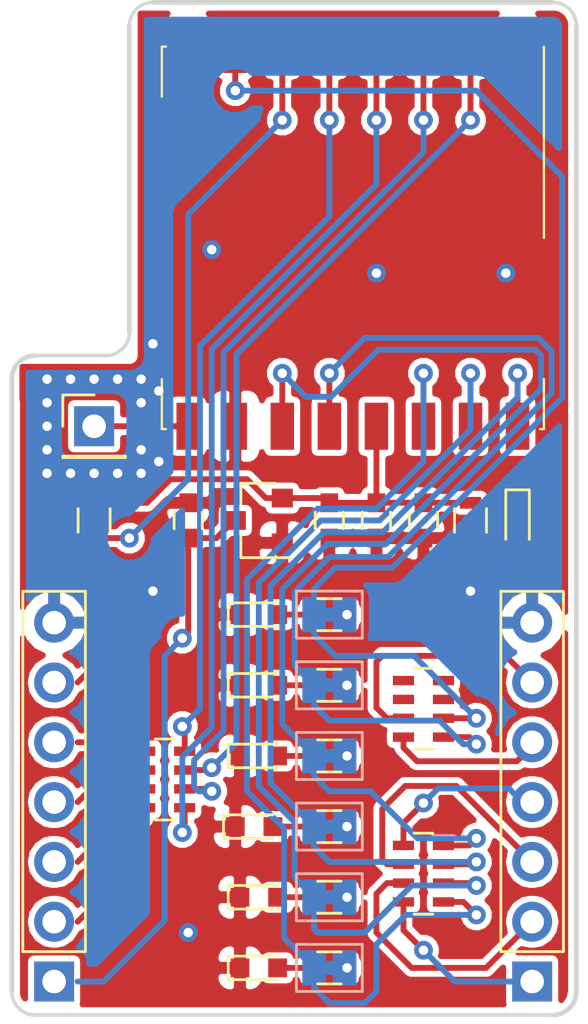
<source format=kicad_pcb>
(kicad_pcb (version 20171130) (host pcbnew "(5.0.0)")

  (general
    (thickness 1.6)
    (drawings 12)
    (tracks 292)
    (zones 0)
    (modules 33)
    (nets 43)
  )

  (page A4)
  (layers
    (0 F.Cu signal)
    (31 B.Cu signal)
    (32 B.Adhes user hide)
    (33 F.Adhes user hide)
    (34 B.Paste user hide)
    (35 F.Paste user hide)
    (36 B.SilkS user)
    (37 F.SilkS user hide)
    (38 B.Mask user hide)
    (39 F.Mask user hide)
    (40 Dwgs.User user hide)
    (41 Cmts.User user hide)
    (42 Eco1.User user hide)
    (43 Eco2.User user hide)
    (44 Edge.Cuts user)
    (45 Margin user hide)
    (46 B.CrtYd user hide)
    (47 F.CrtYd user hide)
    (48 B.Fab user hide)
    (49 F.Fab user hide)
  )

  (setup
    (last_trace_width 0.25)
    (trace_clearance 0.2)
    (zone_clearance 0.508)
    (zone_45_only no)
    (trace_min 0.2)
    (segment_width 0.2)
    (edge_width 0.15)
    (via_size 0.8)
    (via_drill 0.4)
    (via_min_size 0.4)
    (via_min_drill 0.3)
    (uvia_size 0.3)
    (uvia_drill 0.1)
    (uvias_allowed no)
    (uvia_min_size 0.2)
    (uvia_min_drill 0.1)
    (pcb_text_width 0.3)
    (pcb_text_size 1.5 1.5)
    (mod_edge_width 0.15)
    (mod_text_size 1 1)
    (mod_text_width 0.15)
    (pad_size 0.8 0.75)
    (pad_drill 0)
    (pad_to_mask_clearance 0.2)
    (aux_axis_origin 0 0)
    (visible_elements 7FFFFF7F)
    (pcbplotparams
      (layerselection 0x010fc_ffffffff)
      (usegerberextensions false)
      (usegerberattributes false)
      (usegerberadvancedattributes false)
      (creategerberjobfile false)
      (excludeedgelayer true)
      (linewidth 0.100000)
      (plotframeref false)
      (viasonmask false)
      (mode 1)
      (useauxorigin false)
      (hpglpennumber 1)
      (hpglpenspeed 20)
      (hpglpendiameter 15.000000)
      (psnegative false)
      (psa4output false)
      (plotreference true)
      (plotvalue true)
      (plotinvisibletext false)
      (padsonsilk false)
      (subtractmaskfromsilk false)
      (outputformat 1)
      (mirror false)
      (drillshape 1)
      (scaleselection 1)
      (outputdirectory "ArtworkAndSilks/"))
  )

  (net 0 "")
  (net 1 GND)
  (net 2 VCC)
  (net 3 +3V3)
  (net 4 "Net-(D1-Pad2)")
  (net 5 "Net-(D2-Pad2)")
  (net 6 "Net-(D3-Pad2)")
  (net 7 "Net-(D4-Pad2)")
  (net 8 "Net-(D5-Pad2)")
  (net 9 "Net-(D6-Pad2)")
  (net 10 "Net-(D7-Pad2)")
  (net 11 /RESET)
  (net 12 /SPI_EXT_CS)
  (net 13 /SPI_EXT_MISO)
  (net 14 /SPI_EXT_MOSI)
  (net 15 /SPI_EXT_SCK)
  (net 16 /EXT_GPIO1)
  (net 17 /EXT_GPIO2)
  (net 18 /EXT_GPIO3)
  (net 19 /EXT_GPIO4)
  (net 20 /EXT_GPIO5)
  (net 21 /EXT_GPIO6)
  (net 22 /ANTENNA)
  (net 23 /GPIO1)
  (net 24 "Net-(JP1-Pad2)")
  (net 25 "Net-(JP2-Pad2)")
  (net 26 /GPIO2)
  (net 27 "Net-(JP3-Pad2)")
  (net 28 /GPIO3)
  (net 29 /GPIO4)
  (net 30 "Net-(JP4-Pad2)")
  (net 31 "Net-(JP5-Pad2)")
  (net 32 /GPIO5)
  (net 33 /GPIO6)
  (net 34 "Net-(JP6-Pad2)")
  (net 35 /SPI_CS)
  (net 36 /SPI_MISO)
  (net 37 /SPI_MOSI)
  (net 38 /SPI_SCK)
  (net 39 "Net-(RN3-Pad4)")
  (net 40 "Net-(RN3-Pad3)")
  (net 41 "Net-(RN3-Pad5)")
  (net 42 "Net-(RN3-Pad6)")

  (net_class Default "This is the default net class."
    (clearance 0.2)
    (trace_width 0.25)
    (via_dia 0.8)
    (via_drill 0.4)
    (uvia_dia 0.3)
    (uvia_drill 0.1)
    (add_net +3V3)
    (add_net /ANTENNA)
    (add_net /EXT_GPIO1)
    (add_net /EXT_GPIO2)
    (add_net /EXT_GPIO3)
    (add_net /EXT_GPIO4)
    (add_net /EXT_GPIO5)
    (add_net /EXT_GPIO6)
    (add_net /GPIO1)
    (add_net /GPIO2)
    (add_net /GPIO3)
    (add_net /GPIO4)
    (add_net /GPIO5)
    (add_net /GPIO6)
    (add_net /RESET)
    (add_net /SPI_CS)
    (add_net /SPI_EXT_CS)
    (add_net /SPI_EXT_MISO)
    (add_net /SPI_EXT_MOSI)
    (add_net /SPI_EXT_SCK)
    (add_net /SPI_MISO)
    (add_net /SPI_MOSI)
    (add_net /SPI_SCK)
    (add_net GND)
    (add_net "Net-(D1-Pad2)")
    (add_net "Net-(D2-Pad2)")
    (add_net "Net-(D3-Pad2)")
    (add_net "Net-(D4-Pad2)")
    (add_net "Net-(D5-Pad2)")
    (add_net "Net-(D6-Pad2)")
    (add_net "Net-(D7-Pad2)")
    (add_net "Net-(JP1-Pad2)")
    (add_net "Net-(JP2-Pad2)")
    (add_net "Net-(JP3-Pad2)")
    (add_net "Net-(JP4-Pad2)")
    (add_net "Net-(JP5-Pad2)")
    (add_net "Net-(JP6-Pad2)")
    (add_net "Net-(RN3-Pad3)")
    (add_net "Net-(RN3-Pad4)")
    (add_net "Net-(RN3-Pad5)")
    (add_net "Net-(RN3-Pad6)")
    (add_net VCC)
  )

  (module Pin_Headers:Pin_Header_Straight_1x07_Pitch2.54mm (layer F.Cu) (tedit 5BC3BDE7) (tstamp 5BC3BC16)
    (at 133.62 68.58 180)
    (descr "Through hole straight pin header, 1x07, 2.54mm pitch, single row")
    (tags "Through hole pin header THT 1x07 2.54mm single row")
    (path /5BC1227E)
    (fp_text reference J2 (at 0 -2.33 180) (layer F.SilkS) hide
      (effects (font (size 1 1) (thickness 0.15)))
    )
    (fp_text value Conn_01x07_Male (at 0 17.57 180) (layer F.Fab)
      (effects (font (size 1 1) (thickness 0.15)))
    )
    (fp_line (start -0.635 -1.27) (end 1.27 -1.27) (layer F.Fab) (width 0.1))
    (fp_line (start 1.27 -1.27) (end 1.27 16.51) (layer F.Fab) (width 0.1))
    (fp_line (start 1.27 16.51) (end -1.27 16.51) (layer F.Fab) (width 0.1))
    (fp_line (start -1.27 16.51) (end -1.27 -0.635) (layer F.Fab) (width 0.1))
    (fp_line (start -1.27 -0.635) (end -0.635 -1.27) (layer F.Fab) (width 0.1))
    (fp_line (start -1.33 16.57) (end 1.33 16.57) (layer F.SilkS) (width 0.12))
    (fp_line (start -1.33 1.27) (end -1.33 16.57) (layer F.SilkS) (width 0.12))
    (fp_line (start 1.33 1.27) (end 1.33 16.57) (layer F.SilkS) (width 0.12))
    (fp_line (start -1.33 1.27) (end 1.33 1.27) (layer F.SilkS) (width 0.12))
    (fp_line (start -1.8 -1.8) (end -1.8 17.05) (layer F.CrtYd) (width 0.05))
    (fp_line (start -1.8 17.05) (end 1.8 17.05) (layer F.CrtYd) (width 0.05))
    (fp_line (start 1.8 17.05) (end 1.8 -1.8) (layer F.CrtYd) (width 0.05))
    (fp_line (start 1.8 -1.8) (end -1.8 -1.8) (layer F.CrtYd) (width 0.05))
    (fp_text user %R (at 0 7.62 270) (layer F.Fab)
      (effects (font (size 1 1) (thickness 0.15)))
    )
    (pad 1 thru_hole rect (at 0 0 180) (size 1.7 1.7) (drill 1) (layers *.Cu *.Mask)
      (net 16 /EXT_GPIO1))
    (pad 2 thru_hole oval (at 0 2.54 180) (size 1.7 1.7) (drill 1) (layers *.Cu *.Mask)
      (net 17 /EXT_GPIO2))
    (pad 3 thru_hole oval (at 0 5.08 180) (size 1.7 1.7) (drill 1) (layers *.Cu *.Mask)
      (net 18 /EXT_GPIO3))
    (pad 4 thru_hole oval (at 0 7.62 180) (size 1.7 1.7) (drill 1) (layers *.Cu *.Mask)
      (net 19 /EXT_GPIO4))
    (pad 5 thru_hole oval (at 0 10.16 180) (size 1.7 1.7) (drill 1) (layers *.Cu *.Mask)
      (net 20 /EXT_GPIO5))
    (pad 6 thru_hole oval (at 0 12.7 180) (size 1.7 1.7) (drill 1) (layers *.Cu *.Mask)
      (net 21 /EXT_GPIO6))
    (pad 7 thru_hole oval (at 0 15.24 180) (size 1.7 1.7) (drill 1) (layers *.Cu *.Mask)
      (net 1 GND))
    (model ${KISYS3DMOD}/Pin_Headers.3dshapes/Pin_Header_Straight_1x07_Pitch2.54mm.wrl
      (at (xyz 0 0 0))
      (scale (xyz 1 1 1))
      (rotate (xyz 0 0 0))
    )
  )

  (module Pin_Headers:Pin_Header_Straight_1x07_Pitch2.54mm (layer F.Cu) (tedit 5BC3BD9E) (tstamp 5BC09CD0)
    (at 113.3 68.58 180)
    (descr "Through hole straight pin header, 1x07, 2.54mm pitch, single row")
    (tags "Through hole pin header THT 1x07 2.54mm single row")
    (path /5BC1220E)
    (fp_text reference J1 (at 0 -2.33 180) (layer F.SilkS) hide
      (effects (font (size 1 1) (thickness 0.15)))
    )
    (fp_text value Conn_01x07_Male (at 0 17.57 180) (layer F.Fab)
      (effects (font (size 1 1) (thickness 0.15)))
    )
    (fp_line (start -0.635 -1.27) (end 1.27 -1.27) (layer F.Fab) (width 0.1))
    (fp_line (start 1.27 -1.27) (end 1.27 16.51) (layer F.Fab) (width 0.1))
    (fp_line (start 1.27 16.51) (end -1.27 16.51) (layer F.Fab) (width 0.1))
    (fp_line (start -1.27 16.51) (end -1.27 -0.635) (layer F.Fab) (width 0.1))
    (fp_line (start -1.27 -0.635) (end -0.635 -1.27) (layer F.Fab) (width 0.1))
    (fp_line (start -1.33 16.57) (end 1.33 16.57) (layer F.SilkS) (width 0.12))
    (fp_line (start -1.33 1.27) (end -1.33 16.57) (layer F.SilkS) (width 0.12))
    (fp_line (start 1.33 1.27) (end 1.33 16.57) (layer F.SilkS) (width 0.12))
    (fp_line (start -1.33 1.27) (end 1.33 1.27) (layer F.SilkS) (width 0.12))
    (fp_line (start -1.8 -1.8) (end -1.8 17.05) (layer F.CrtYd) (width 0.05))
    (fp_line (start -1.8 17.05) (end 1.8 17.05) (layer F.CrtYd) (width 0.05))
    (fp_line (start 1.8 17.05) (end 1.8 -1.8) (layer F.CrtYd) (width 0.05))
    (fp_line (start 1.8 -1.8) (end -1.8 -1.8) (layer F.CrtYd) (width 0.05))
    (fp_text user %R (at 0 7.62 270) (layer F.Fab)
      (effects (font (size 1 1) (thickness 0.15)))
    )
    (pad 1 thru_hole rect (at 0 0 180) (size 1.7 1.7) (drill 1) (layers *.Cu *.Mask)
      (net 2 VCC))
    (pad 2 thru_hole oval (at 0 2.54 180) (size 1.7 1.7) (drill 1) (layers *.Cu *.Mask)
      (net 15 /SPI_EXT_SCK))
    (pad 3 thru_hole oval (at 0 5.08 180) (size 1.7 1.7) (drill 1) (layers *.Cu *.Mask)
      (net 14 /SPI_EXT_MOSI))
    (pad 4 thru_hole oval (at 0 7.62 180) (size 1.7 1.7) (drill 1) (layers *.Cu *.Mask)
      (net 13 /SPI_EXT_MISO))
    (pad 5 thru_hole oval (at 0 10.16 180) (size 1.7 1.7) (drill 1) (layers *.Cu *.Mask)
      (net 12 /SPI_EXT_CS))
    (pad 6 thru_hole oval (at 0 12.7 180) (size 1.7 1.7) (drill 1) (layers *.Cu *.Mask)
      (net 11 /RESET))
    (pad 7 thru_hole oval (at 0 15.24 180) (size 1.7 1.7) (drill 1) (layers *.Cu *.Mask)
      (net 1 GND))
    (model ${KISYS3DMOD}/Pin_Headers.3dshapes/Pin_Header_Straight_1x07_Pitch2.54mm.wrl
      (at (xyz 0 0 0))
      (scale (xyz 1 1 1))
      (rotate (xyz 0 0 0))
    )
  )

  (module LEDs:LED_0603 (layer F.Cu) (tedit 5BC3BE5F) (tstamp 5BC09CB5)
    (at 133 49 270)
    (descr "LED 0603 smd package")
    (tags "LED led 0603 SMD smd SMT smt smdled SMDLED smtled SMTLED")
    (path /5BC0DB48)
    (attr smd)
    (fp_text reference D7 (at 0 -1.5 270) (layer F.SilkS) hide
      (effects (font (size 1 1) (thickness 0.15)))
    )
    (fp_text value LED (at 0 1.35 270) (layer F.Fab)
      (effects (font (size 1 1) (thickness 0.15)))
    )
    (fp_line (start -1.45 -0.65) (end 1.45 -0.65) (layer F.CrtYd) (width 0.05))
    (fp_line (start -1.45 0.65) (end -1.45 -0.65) (layer F.CrtYd) (width 0.05))
    (fp_line (start 1.45 0.65) (end -1.45 0.65) (layer F.CrtYd) (width 0.05))
    (fp_line (start 1.45 -0.65) (end 1.45 0.65) (layer F.CrtYd) (width 0.05))
    (fp_line (start -1.3 -0.5) (end 0.8 -0.5) (layer F.SilkS) (width 0.12))
    (fp_line (start -1.3 0.5) (end 0.8 0.5) (layer F.SilkS) (width 0.12))
    (fp_line (start -0.8 0.4) (end -0.8 -0.4) (layer F.Fab) (width 0.1))
    (fp_line (start -0.8 -0.4) (end 0.8 -0.4) (layer F.Fab) (width 0.1))
    (fp_line (start 0.8 -0.4) (end 0.8 0.4) (layer F.Fab) (width 0.1))
    (fp_line (start 0.8 0.4) (end -0.8 0.4) (layer F.Fab) (width 0.1))
    (fp_line (start 0.15 -0.2) (end 0.15 0.2) (layer F.Fab) (width 0.1))
    (fp_line (start 0.15 0.2) (end -0.15 0) (layer F.Fab) (width 0.1))
    (fp_line (start -0.15 0) (end 0.15 -0.2) (layer F.Fab) (width 0.1))
    (fp_line (start -0.2 -0.2) (end -0.2 0.2) (layer F.Fab) (width 0.1))
    (fp_line (start -1.3 -0.5) (end -1.3 0.5) (layer F.SilkS) (width 0.12))
    (pad 1 smd rect (at -0.8 0 90) (size 0.8 0.8) (layers F.Cu F.Paste F.Mask)
      (net 1 GND))
    (pad 2 smd rect (at 0.8 0 90) (size 0.8 0.8) (layers F.Cu F.Paste F.Mask)
      (net 10 "Net-(D7-Pad2)"))
    (model ${KISYS3DMOD}/LEDs.3dshapes/LED_0603.wrl
      (at (xyz 0 0 0))
      (scale (xyz 1 1 1))
      (rotate (xyz 0 0 180))
    )
  )

  (module Capacitors_SMD:C_0603 (layer F.Cu) (tedit 5BC3BD6B) (tstamp 5BC09BEF)
    (at 119 49 90)
    (descr "Capacitor SMD 0603, reflow soldering, AVX (see smccp.pdf)")
    (tags "capacitor 0603")
    (path /5BC0D477)
    (attr smd)
    (fp_text reference C1 (at 0 -1.5 90) (layer F.SilkS) hide
      (effects (font (size 1 1) (thickness 0.15)))
    )
    (fp_text value 1uF (at 0 1.5 90) (layer F.Fab)
      (effects (font (size 1 1) (thickness 0.15)))
    )
    (fp_line (start 1.4 0.65) (end -1.4 0.65) (layer F.CrtYd) (width 0.05))
    (fp_line (start 1.4 0.65) (end 1.4 -0.65) (layer F.CrtYd) (width 0.05))
    (fp_line (start -1.4 -0.65) (end -1.4 0.65) (layer F.CrtYd) (width 0.05))
    (fp_line (start -1.4 -0.65) (end 1.4 -0.65) (layer F.CrtYd) (width 0.05))
    (fp_line (start 0.35 0.6) (end -0.35 0.6) (layer F.SilkS) (width 0.12))
    (fp_line (start -0.35 -0.6) (end 0.35 -0.6) (layer F.SilkS) (width 0.12))
    (fp_line (start -0.8 -0.4) (end 0.8 -0.4) (layer F.Fab) (width 0.1))
    (fp_line (start 0.8 -0.4) (end 0.8 0.4) (layer F.Fab) (width 0.1))
    (fp_line (start 0.8 0.4) (end -0.8 0.4) (layer F.Fab) (width 0.1))
    (fp_line (start -0.8 0.4) (end -0.8 -0.4) (layer F.Fab) (width 0.1))
    (fp_text user %R (at 0 0 90) (layer F.Fab)
      (effects (font (size 0.3 0.3) (thickness 0.075)))
    )
    (pad 2 smd rect (at 0.75 0 90) (size 0.8 0.75) (layers F.Cu F.Paste F.Mask)
      (net 1 GND))
    (pad 1 smd rect (at -0.75 0 90) (size 0.8 0.75) (layers F.Cu F.Paste F.Mask)
      (net 2 VCC))
    (model Capacitors_SMD.3dshapes/C_0603.wrl
      (at (xyz 0 0 0))
      (scale (xyz 1 1 1))
      (rotate (xyz 0 0 0))
    )
  )

  (module Capacitors_SMD:C_0603 (layer F.Cu) (tedit 5BC3BD6F) (tstamp 5BC0E5C5)
    (at 125 49 270)
    (descr "Capacitor SMD 0603, reflow soldering, AVX (see smccp.pdf)")
    (tags "capacitor 0603")
    (path /5BC0D3DD)
    (attr smd)
    (fp_text reference C2 (at 0 -1.5 270) (layer F.SilkS) hide
      (effects (font (size 1 1) (thickness 0.15)))
    )
    (fp_text value 1uF (at 0 1.5 270) (layer F.Fab)
      (effects (font (size 1 1) (thickness 0.15)))
    )
    (fp_text user %R (at 0 0 270) (layer F.Fab)
      (effects (font (size 0.3 0.3) (thickness 0.075)))
    )
    (fp_line (start -0.8 0.4) (end -0.8 -0.4) (layer F.Fab) (width 0.1))
    (fp_line (start 0.8 0.4) (end -0.8 0.4) (layer F.Fab) (width 0.1))
    (fp_line (start 0.8 -0.4) (end 0.8 0.4) (layer F.Fab) (width 0.1))
    (fp_line (start -0.8 -0.4) (end 0.8 -0.4) (layer F.Fab) (width 0.1))
    (fp_line (start -0.35 -0.6) (end 0.35 -0.6) (layer F.SilkS) (width 0.12))
    (fp_line (start 0.35 0.6) (end -0.35 0.6) (layer F.SilkS) (width 0.12))
    (fp_line (start -1.4 -0.65) (end 1.4 -0.65) (layer F.CrtYd) (width 0.05))
    (fp_line (start -1.4 -0.65) (end -1.4 0.65) (layer F.CrtYd) (width 0.05))
    (fp_line (start 1.4 0.65) (end 1.4 -0.65) (layer F.CrtYd) (width 0.05))
    (fp_line (start 1.4 0.65) (end -1.4 0.65) (layer F.CrtYd) (width 0.05))
    (pad 1 smd rect (at -0.75 0 270) (size 0.8 0.75) (layers F.Cu F.Paste F.Mask)
      (net 3 +3V3))
    (pad 2 smd rect (at 0.75 0 270) (size 0.8 0.75) (layers F.Cu F.Paste F.Mask)
      (net 1 GND))
    (model Capacitors_SMD.3dshapes/C_0603.wrl
      (at (xyz 0 0 0))
      (scale (xyz 1 1 1))
      (rotate (xyz 0 0 0))
    )
  )

  (module Capacitors_SMD:C_0603 (layer F.Cu) (tedit 5BC3BD50) (tstamp 5BC0E2D7)
    (at 129 49 270)
    (descr "Capacitor SMD 0603, reflow soldering, AVX (see smccp.pdf)")
    (tags "capacitor 0603")
    (path /5BC0FD43)
    (attr smd)
    (fp_text reference C3 (at 0 -1.5 270) (layer F.SilkS) hide
      (effects (font (size 1 1) (thickness 0.15)))
    )
    (fp_text value 100nF (at 0 1.5 270) (layer F.Fab)
      (effects (font (size 1 1) (thickness 0.15)))
    )
    (fp_line (start 1.4 0.65) (end -1.4 0.65) (layer F.CrtYd) (width 0.05))
    (fp_line (start 1.4 0.65) (end 1.4 -0.65) (layer F.CrtYd) (width 0.05))
    (fp_line (start -1.4 -0.65) (end -1.4 0.65) (layer F.CrtYd) (width 0.05))
    (fp_line (start -1.4 -0.65) (end 1.4 -0.65) (layer F.CrtYd) (width 0.05))
    (fp_line (start 0.35 0.6) (end -0.35 0.6) (layer F.SilkS) (width 0.12))
    (fp_line (start -0.35 -0.6) (end 0.35 -0.6) (layer F.SilkS) (width 0.12))
    (fp_line (start -0.8 -0.4) (end 0.8 -0.4) (layer F.Fab) (width 0.1))
    (fp_line (start 0.8 -0.4) (end 0.8 0.4) (layer F.Fab) (width 0.1))
    (fp_line (start 0.8 0.4) (end -0.8 0.4) (layer F.Fab) (width 0.1))
    (fp_line (start -0.8 0.4) (end -0.8 -0.4) (layer F.Fab) (width 0.1))
    (fp_text user %R (at 0 0 270) (layer F.Fab)
      (effects (font (size 0.3 0.3) (thickness 0.075)))
    )
    (pad 2 smd rect (at 0.75 0 270) (size 0.8 0.75) (layers F.Cu F.Paste F.Mask)
      (net 1 GND))
    (pad 1 smd rect (at -0.75 0 270) (size 0.8 0.75) (layers F.Cu F.Paste F.Mask)
      (net 3 +3V3))
    (model Capacitors_SMD.3dshapes/C_0603.wrl
      (at (xyz 0 0 0))
      (scale (xyz 1 1 1))
      (rotate (xyz 0 0 0))
    )
  )

  (module Capacitors_SMD:C_0603 (layer F.Cu) (tedit 5BC3BD76) (tstamp 5BC09C22)
    (at 127 49 270)
    (descr "Capacitor SMD 0603, reflow soldering, AVX (see smccp.pdf)")
    (tags "capacitor 0603")
    (path /5BC0FC99)
    (attr smd)
    (fp_text reference C4 (at 0 -1.5 270) (layer F.SilkS) hide
      (effects (font (size 1 1) (thickness 0.15)))
    )
    (fp_text value 1uF (at 0 1.5 270) (layer F.Fab)
      (effects (font (size 1 1) (thickness 0.15)))
    )
    (fp_text user %R (at 0 0 270) (layer F.Fab)
      (effects (font (size 0.3 0.3) (thickness 0.075)))
    )
    (fp_line (start -0.8 0.4) (end -0.8 -0.4) (layer F.Fab) (width 0.1))
    (fp_line (start 0.8 0.4) (end -0.8 0.4) (layer F.Fab) (width 0.1))
    (fp_line (start 0.8 -0.4) (end 0.8 0.4) (layer F.Fab) (width 0.1))
    (fp_line (start -0.8 -0.4) (end 0.8 -0.4) (layer F.Fab) (width 0.1))
    (fp_line (start -0.35 -0.6) (end 0.35 -0.6) (layer F.SilkS) (width 0.12))
    (fp_line (start 0.35 0.6) (end -0.35 0.6) (layer F.SilkS) (width 0.12))
    (fp_line (start -1.4 -0.65) (end 1.4 -0.65) (layer F.CrtYd) (width 0.05))
    (fp_line (start -1.4 -0.65) (end -1.4 0.65) (layer F.CrtYd) (width 0.05))
    (fp_line (start 1.4 0.65) (end 1.4 -0.65) (layer F.CrtYd) (width 0.05))
    (fp_line (start 1.4 0.65) (end -1.4 0.65) (layer F.CrtYd) (width 0.05))
    (pad 1 smd rect (at -0.75 0 270) (size 0.8 0.75) (layers F.Cu F.Paste F.Mask)
      (net 3 +3V3))
    (pad 2 smd rect (at 0.75 0 270) (size 0.8 0.75) (layers F.Cu F.Paste F.Mask)
      (net 1 GND))
    (model Capacitors_SMD.3dshapes/C_0603.wrl
      (at (xyz 0 0 0))
      (scale (xyz 1 1 1))
      (rotate (xyz 0 0 0))
    )
  )

  (module LEDs:LED_0603 (layer F.Cu) (tedit 5BC3BE75) (tstamp 5BC0E9FB)
    (at 122 68)
    (descr "LED 0603 smd package")
    (tags "LED led 0603 SMD smd SMT smt smdled SMDLED smtled SMTLED")
    (path /5BC82261)
    (attr smd)
    (fp_text reference D1 (at -1 -1.5) (layer F.SilkS) hide
      (effects (font (size 1 1) (thickness 0.15)))
    )
    (fp_text value LED (at 0 1.35) (layer F.Fab)
      (effects (font (size 1 1) (thickness 0.15)))
    )
    (fp_line (start -1.3 -0.5) (end -1.3 0.5) (layer F.SilkS) (width 0.12))
    (fp_line (start -0.2 -0.2) (end -0.2 0.2) (layer F.Fab) (width 0.1))
    (fp_line (start -0.15 0) (end 0.15 -0.2) (layer F.Fab) (width 0.1))
    (fp_line (start 0.15 0.2) (end -0.15 0) (layer F.Fab) (width 0.1))
    (fp_line (start 0.15 -0.2) (end 0.15 0.2) (layer F.Fab) (width 0.1))
    (fp_line (start 0.8 0.4) (end -0.8 0.4) (layer F.Fab) (width 0.1))
    (fp_line (start 0.8 -0.4) (end 0.8 0.4) (layer F.Fab) (width 0.1))
    (fp_line (start -0.8 -0.4) (end 0.8 -0.4) (layer F.Fab) (width 0.1))
    (fp_line (start -0.8 0.4) (end -0.8 -0.4) (layer F.Fab) (width 0.1))
    (fp_line (start -1.3 0.5) (end 0.8 0.5) (layer F.SilkS) (width 0.12))
    (fp_line (start -1.3 -0.5) (end 0.8 -0.5) (layer F.SilkS) (width 0.12))
    (fp_line (start 1.45 -0.65) (end 1.45 0.65) (layer F.CrtYd) (width 0.05))
    (fp_line (start 1.45 0.65) (end -1.45 0.65) (layer F.CrtYd) (width 0.05))
    (fp_line (start -1.45 0.65) (end -1.45 -0.65) (layer F.CrtYd) (width 0.05))
    (fp_line (start -1.45 -0.65) (end 1.45 -0.65) (layer F.CrtYd) (width 0.05))
    (pad 2 smd rect (at 0.8 0 180) (size 0.8 0.8) (layers F.Cu F.Paste F.Mask)
      (net 4 "Net-(D1-Pad2)"))
    (pad 1 smd rect (at -0.8 0 180) (size 0.8 0.8) (layers F.Cu F.Paste F.Mask)
      (net 1 GND))
    (model ${KISYS3DMOD}/LEDs.3dshapes/LED_0603.wrl
      (at (xyz 0 0 0))
      (scale (xyz 1 1 1))
      (rotate (xyz 0 0 180))
    )
  )

  (module LEDs:LED_0603 (layer F.Cu) (tedit 5BC3BE71) (tstamp 5BC09C4C)
    (at 122 65)
    (descr "LED 0603 smd package")
    (tags "LED led 0603 SMD smd SMT smt smdled SMDLED smtled SMTLED")
    (path /5BC823C8)
    (attr smd)
    (fp_text reference D2 (at -1 -1.5) (layer F.SilkS) hide
      (effects (font (size 1 1) (thickness 0.15)))
    )
    (fp_text value LED (at 0 1.35) (layer F.Fab)
      (effects (font (size 1 1) (thickness 0.15)))
    )
    (fp_line (start -1.45 -0.65) (end 1.45 -0.65) (layer F.CrtYd) (width 0.05))
    (fp_line (start -1.45 0.65) (end -1.45 -0.65) (layer F.CrtYd) (width 0.05))
    (fp_line (start 1.45 0.65) (end -1.45 0.65) (layer F.CrtYd) (width 0.05))
    (fp_line (start 1.45 -0.65) (end 1.45 0.65) (layer F.CrtYd) (width 0.05))
    (fp_line (start -1.3 -0.5) (end 0.8 -0.5) (layer F.SilkS) (width 0.12))
    (fp_line (start -1.3 0.5) (end 0.8 0.5) (layer F.SilkS) (width 0.12))
    (fp_line (start -0.8 0.4) (end -0.8 -0.4) (layer F.Fab) (width 0.1))
    (fp_line (start -0.8 -0.4) (end 0.8 -0.4) (layer F.Fab) (width 0.1))
    (fp_line (start 0.8 -0.4) (end 0.8 0.4) (layer F.Fab) (width 0.1))
    (fp_line (start 0.8 0.4) (end -0.8 0.4) (layer F.Fab) (width 0.1))
    (fp_line (start 0.15 -0.2) (end 0.15 0.2) (layer F.Fab) (width 0.1))
    (fp_line (start 0.15 0.2) (end -0.15 0) (layer F.Fab) (width 0.1))
    (fp_line (start -0.15 0) (end 0.15 -0.2) (layer F.Fab) (width 0.1))
    (fp_line (start -0.2 -0.2) (end -0.2 0.2) (layer F.Fab) (width 0.1))
    (fp_line (start -1.3 -0.5) (end -1.3 0.5) (layer F.SilkS) (width 0.12))
    (pad 1 smd rect (at -0.8 0 180) (size 0.8 0.8) (layers F.Cu F.Paste F.Mask)
      (net 1 GND))
    (pad 2 smd rect (at 0.8 0 180) (size 0.8 0.8) (layers F.Cu F.Paste F.Mask)
      (net 5 "Net-(D2-Pad2)"))
    (model ${KISYS3DMOD}/LEDs.3dshapes/LED_0603.wrl
      (at (xyz 0 0 0))
      (scale (xyz 1 1 1))
      (rotate (xyz 0 0 180))
    )
  )

  (module LEDs:LED_0603 (layer F.Cu) (tedit 5BC3BE6E) (tstamp 5BC09C61)
    (at 121.8 62)
    (descr "LED 0603 smd package")
    (tags "LED led 0603 SMD smd SMT smt smdled SMDLED smtled SMTLED")
    (path /5BC8241E)
    (attr smd)
    (fp_text reference D3 (at -1.05 -1.5) (layer F.SilkS) hide
      (effects (font (size 1 1) (thickness 0.15)))
    )
    (fp_text value LED (at 0 1.35) (layer F.Fab)
      (effects (font (size 1 1) (thickness 0.15)))
    )
    (fp_line (start -1.3 -0.5) (end -1.3 0.5) (layer F.SilkS) (width 0.12))
    (fp_line (start -0.2 -0.2) (end -0.2 0.2) (layer F.Fab) (width 0.1))
    (fp_line (start -0.15 0) (end 0.15 -0.2) (layer F.Fab) (width 0.1))
    (fp_line (start 0.15 0.2) (end -0.15 0) (layer F.Fab) (width 0.1))
    (fp_line (start 0.15 -0.2) (end 0.15 0.2) (layer F.Fab) (width 0.1))
    (fp_line (start 0.8 0.4) (end -0.8 0.4) (layer F.Fab) (width 0.1))
    (fp_line (start 0.8 -0.4) (end 0.8 0.4) (layer F.Fab) (width 0.1))
    (fp_line (start -0.8 -0.4) (end 0.8 -0.4) (layer F.Fab) (width 0.1))
    (fp_line (start -0.8 0.4) (end -0.8 -0.4) (layer F.Fab) (width 0.1))
    (fp_line (start -1.3 0.5) (end 0.8 0.5) (layer F.SilkS) (width 0.12))
    (fp_line (start -1.3 -0.5) (end 0.8 -0.5) (layer F.SilkS) (width 0.12))
    (fp_line (start 1.45 -0.65) (end 1.45 0.65) (layer F.CrtYd) (width 0.05))
    (fp_line (start 1.45 0.65) (end -1.45 0.65) (layer F.CrtYd) (width 0.05))
    (fp_line (start -1.45 0.65) (end -1.45 -0.65) (layer F.CrtYd) (width 0.05))
    (fp_line (start -1.45 -0.65) (end 1.45 -0.65) (layer F.CrtYd) (width 0.05))
    (pad 2 smd rect (at 0.8 0 180) (size 0.8 0.8) (layers F.Cu F.Paste F.Mask)
      (net 6 "Net-(D3-Pad2)"))
    (pad 1 smd rect (at -0.8 0 180) (size 0.8 0.8) (layers F.Cu F.Paste F.Mask)
      (net 1 GND))
    (model ${KISYS3DMOD}/LEDs.3dshapes/LED_0603.wrl
      (at (xyz 0 0 0))
      (scale (xyz 1 1 1))
      (rotate (xyz 0 0 180))
    )
  )

  (module LEDs:LED_0603 (layer F.Cu) (tedit 5BC3BE6B) (tstamp 5BC09C76)
    (at 122 59)
    (descr "LED 0603 smd package")
    (tags "LED led 0603 SMD smd SMT smt smdled SMDLED smtled SMTLED")
    (path /5BC82476)
    (attr smd)
    (fp_text reference D4 (at -1.25 -1.5) (layer F.SilkS) hide
      (effects (font (size 1 1) (thickness 0.15)))
    )
    (fp_text value LED (at 0 1.35) (layer F.Fab)
      (effects (font (size 1 1) (thickness 0.15)))
    )
    (fp_line (start -1.45 -0.65) (end 1.45 -0.65) (layer F.CrtYd) (width 0.05))
    (fp_line (start -1.45 0.65) (end -1.45 -0.65) (layer F.CrtYd) (width 0.05))
    (fp_line (start 1.45 0.65) (end -1.45 0.65) (layer F.CrtYd) (width 0.05))
    (fp_line (start 1.45 -0.65) (end 1.45 0.65) (layer F.CrtYd) (width 0.05))
    (fp_line (start -1.3 -0.5) (end 0.8 -0.5) (layer F.SilkS) (width 0.12))
    (fp_line (start -1.3 0.5) (end 0.8 0.5) (layer F.SilkS) (width 0.12))
    (fp_line (start -0.8 0.4) (end -0.8 -0.4) (layer F.Fab) (width 0.1))
    (fp_line (start -0.8 -0.4) (end 0.8 -0.4) (layer F.Fab) (width 0.1))
    (fp_line (start 0.8 -0.4) (end 0.8 0.4) (layer F.Fab) (width 0.1))
    (fp_line (start 0.8 0.4) (end -0.8 0.4) (layer F.Fab) (width 0.1))
    (fp_line (start 0.15 -0.2) (end 0.15 0.2) (layer F.Fab) (width 0.1))
    (fp_line (start 0.15 0.2) (end -0.15 0) (layer F.Fab) (width 0.1))
    (fp_line (start -0.15 0) (end 0.15 -0.2) (layer F.Fab) (width 0.1))
    (fp_line (start -0.2 -0.2) (end -0.2 0.2) (layer F.Fab) (width 0.1))
    (fp_line (start -1.3 -0.5) (end -1.3 0.5) (layer F.SilkS) (width 0.12))
    (pad 1 smd rect (at -0.8 0 180) (size 0.8 0.8) (layers F.Cu F.Paste F.Mask)
      (net 1 GND))
    (pad 2 smd rect (at 0.8 0 180) (size 0.8 0.8) (layers F.Cu F.Paste F.Mask)
      (net 7 "Net-(D4-Pad2)"))
    (model ${KISYS3DMOD}/LEDs.3dshapes/LED_0603.wrl
      (at (xyz 0 0 0))
      (scale (xyz 1 1 1))
      (rotate (xyz 0 0 180))
    )
  )

  (module LEDs:LED_0603 (layer F.Cu) (tedit 5BC3BE67) (tstamp 5BC09C8B)
    (at 122 56)
    (descr "LED 0603 smd package")
    (tags "LED led 0603 SMD smd SMT smt smdled SMDLED smtled SMTLED")
    (path /5BC824CA)
    (attr smd)
    (fp_text reference D5 (at -1.25 -1.5) (layer F.SilkS) hide
      (effects (font (size 1 1) (thickness 0.15)))
    )
    (fp_text value LED (at 0 1.35) (layer F.Fab)
      (effects (font (size 1 1) (thickness 0.15)))
    )
    (fp_line (start -1.3 -0.5) (end -1.3 0.5) (layer F.SilkS) (width 0.12))
    (fp_line (start -0.2 -0.2) (end -0.2 0.2) (layer F.Fab) (width 0.1))
    (fp_line (start -0.15 0) (end 0.15 -0.2) (layer F.Fab) (width 0.1))
    (fp_line (start 0.15 0.2) (end -0.15 0) (layer F.Fab) (width 0.1))
    (fp_line (start 0.15 -0.2) (end 0.15 0.2) (layer F.Fab) (width 0.1))
    (fp_line (start 0.8 0.4) (end -0.8 0.4) (layer F.Fab) (width 0.1))
    (fp_line (start 0.8 -0.4) (end 0.8 0.4) (layer F.Fab) (width 0.1))
    (fp_line (start -0.8 -0.4) (end 0.8 -0.4) (layer F.Fab) (width 0.1))
    (fp_line (start -0.8 0.4) (end -0.8 -0.4) (layer F.Fab) (width 0.1))
    (fp_line (start -1.3 0.5) (end 0.8 0.5) (layer F.SilkS) (width 0.12))
    (fp_line (start -1.3 -0.5) (end 0.8 -0.5) (layer F.SilkS) (width 0.12))
    (fp_line (start 1.45 -0.65) (end 1.45 0.65) (layer F.CrtYd) (width 0.05))
    (fp_line (start 1.45 0.65) (end -1.45 0.65) (layer F.CrtYd) (width 0.05))
    (fp_line (start -1.45 0.65) (end -1.45 -0.65) (layer F.CrtYd) (width 0.05))
    (fp_line (start -1.45 -0.65) (end 1.45 -0.65) (layer F.CrtYd) (width 0.05))
    (pad 2 smd rect (at 0.8 0 180) (size 0.8 0.8) (layers F.Cu F.Paste F.Mask)
      (net 8 "Net-(D5-Pad2)"))
    (pad 1 smd rect (at -0.8 0 180) (size 0.8 0.8) (layers F.Cu F.Paste F.Mask)
      (net 1 GND))
    (model ${KISYS3DMOD}/LEDs.3dshapes/LED_0603.wrl
      (at (xyz 0 0 0))
      (scale (xyz 1 1 1))
      (rotate (xyz 0 0 180))
    )
  )

  (module LEDs:LED_0603 (layer F.Cu) (tedit 5BC3BE63) (tstamp 5BC3C144)
    (at 122 53)
    (descr "LED 0603 smd package")
    (tags "LED led 0603 SMD smd SMT smt smdled SMDLED smtled SMTLED")
    (path /5BC82524)
    (attr smd)
    (fp_text reference D6 (at -1.25 -1.25) (layer F.SilkS) hide
      (effects (font (size 1 1) (thickness 0.15)))
    )
    (fp_text value LED (at 0 1.35) (layer F.Fab)
      (effects (font (size 1 1) (thickness 0.15)))
    )
    (fp_line (start -1.45 -0.65) (end 1.45 -0.65) (layer F.CrtYd) (width 0.05))
    (fp_line (start -1.45 0.65) (end -1.45 -0.65) (layer F.CrtYd) (width 0.05))
    (fp_line (start 1.45 0.65) (end -1.45 0.65) (layer F.CrtYd) (width 0.05))
    (fp_line (start 1.45 -0.65) (end 1.45 0.65) (layer F.CrtYd) (width 0.05))
    (fp_line (start -1.3 -0.5) (end 0.8 -0.5) (layer F.SilkS) (width 0.12))
    (fp_line (start -1.3 0.5) (end 0.8 0.5) (layer F.SilkS) (width 0.12))
    (fp_line (start -0.8 0.4) (end -0.8 -0.4) (layer F.Fab) (width 0.1))
    (fp_line (start -0.8 -0.4) (end 0.8 -0.4) (layer F.Fab) (width 0.1))
    (fp_line (start 0.8 -0.4) (end 0.8 0.4) (layer F.Fab) (width 0.1))
    (fp_line (start 0.8 0.4) (end -0.8 0.4) (layer F.Fab) (width 0.1))
    (fp_line (start 0.15 -0.2) (end 0.15 0.2) (layer F.Fab) (width 0.1))
    (fp_line (start 0.15 0.2) (end -0.15 0) (layer F.Fab) (width 0.1))
    (fp_line (start -0.15 0) (end 0.15 -0.2) (layer F.Fab) (width 0.1))
    (fp_line (start -0.2 -0.2) (end -0.2 0.2) (layer F.Fab) (width 0.1))
    (fp_line (start -1.3 -0.5) (end -1.3 0.5) (layer F.SilkS) (width 0.12))
    (pad 1 smd rect (at -0.8 0 180) (size 0.8 0.8) (layers F.Cu F.Paste F.Mask)
      (net 1 GND))
    (pad 2 smd rect (at 0.8 0 180) (size 0.8 0.8) (layers F.Cu F.Paste F.Mask)
      (net 9 "Net-(D6-Pad2)"))
    (model ${KISYS3DMOD}/LEDs.3dshapes/LED_0603.wrl
      (at (xyz 0 0 0))
      (scale (xyz 1 1 1))
      (rotate (xyz 0 0 180))
    )
  )

  (module Pin_Headers:Pin_Header_Straight_1x01_Pitch2.54mm (layer F.Cu) (tedit 5BC3BD64) (tstamp 5BC09D00)
    (at 115 45)
    (descr "Through hole straight pin header, 1x01, 2.54mm pitch, single row")
    (tags "Through hole pin header THT 1x01 2.54mm single row")
    (path /5BCBC065)
    (fp_text reference J3 (at 0 -2.33) (layer F.SilkS) hide
      (effects (font (size 1 1) (thickness 0.15)))
    )
    (fp_text value Conn_01x01_Female (at 0 2.33) (layer F.Fab)
      (effects (font (size 1 1) (thickness 0.15)))
    )
    (fp_text user %R (at 0 0 90) (layer F.Fab)
      (effects (font (size 1 1) (thickness 0.15)))
    )
    (fp_line (start 1.8 -1.8) (end -1.8 -1.8) (layer F.CrtYd) (width 0.05))
    (fp_line (start 1.8 1.8) (end 1.8 -1.8) (layer F.CrtYd) (width 0.05))
    (fp_line (start -1.8 1.8) (end 1.8 1.8) (layer F.CrtYd) (width 0.05))
    (fp_line (start -1.8 -1.8) (end -1.8 1.8) (layer F.CrtYd) (width 0.05))
    (fp_line (start -1.33 -1.33) (end 0 -1.33) (layer F.SilkS) (width 0.12))
    (fp_line (start -1.33 0) (end -1.33 -1.33) (layer F.SilkS) (width 0.12))
    (fp_line (start -1.33 1.27) (end 1.33 1.27) (layer F.SilkS) (width 0.12))
    (fp_line (start 1.33 1.27) (end 1.33 1.33) (layer F.SilkS) (width 0.12))
    (fp_line (start -1.33 1.27) (end -1.33 1.33) (layer F.SilkS) (width 0.12))
    (fp_line (start -1.33 1.33) (end 1.33 1.33) (layer F.SilkS) (width 0.12))
    (fp_line (start -1.27 -0.635) (end -0.635 -1.27) (layer F.Fab) (width 0.1))
    (fp_line (start -1.27 1.27) (end -1.27 -0.635) (layer F.Fab) (width 0.1))
    (fp_line (start 1.27 1.27) (end -1.27 1.27) (layer F.Fab) (width 0.1))
    (fp_line (start 1.27 -1.27) (end 1.27 1.27) (layer F.Fab) (width 0.1))
    (fp_line (start -0.635 -1.27) (end 1.27 -1.27) (layer F.Fab) (width 0.1))
    (pad 1 thru_hole rect (at 0 0) (size 1.7 1.7) (drill 1) (layers *.Cu *.Mask)
      (net 22 /ANTENNA))
    (model ${KISYS3DMOD}/Pin_Headers.3dshapes/Pin_Header_Straight_1x01_Pitch2.54mm.wrl
      (at (xyz 0 0 0))
      (scale (xyz 1 1 1))
      (rotate (xyz 0 0 0))
    )
  )

  (module jumpers:SolderJumper-2_P1.3mm_Bridged_Pad1.0x1.5mm (layer B.Cu) (tedit 5BC3BED3) (tstamp 5BC09D0E)
    (at 125 68)
    (descr "SMD Solder Jumper, 1x1.5mm Pads, 0.3mm gap, bridged with 1 copper strip")
    (tags "solder jumper open")
    (path /5BC1205D)
    (attr virtual)
    (fp_text reference JP1 (at 0 1.8) (layer B.SilkS) hide
      (effects (font (size 1 1) (thickness 0.15)) (justify mirror))
    )
    (fp_text value Jumper_NC_Small (at 0 -1.9) (layer B.Fab) hide
      (effects (font (size 1 1) (thickness 0.15)) (justify mirror))
    )
    (fp_line (start -1.4 -1) (end -1.4 1) (layer B.SilkS) (width 0.12))
    (fp_line (start 1.4 -1) (end -1.4 -1) (layer B.SilkS) (width 0.12))
    (fp_line (start 1.4 1) (end 1.4 -1) (layer B.SilkS) (width 0.12))
    (fp_line (start -1.4 1) (end 1.4 1) (layer B.SilkS) (width 0.12))
    (fp_line (start -1.65 1.25) (end 1.65 1.25) (layer B.CrtYd) (width 0.05))
    (fp_line (start -1.65 1.25) (end -1.65 -1.25) (layer B.CrtYd) (width 0.05))
    (fp_line (start 1.65 -1.25) (end 1.65 1.25) (layer B.CrtYd) (width 0.05))
    (fp_line (start 1.65 -1.25) (end -1.65 -1.25) (layer B.CrtYd) (width 0.05))
    (pad 1 smd custom (at -0.65 0) (size 1 1.5) (layers B.Cu B.Mask)
      (net 23 /GPIO1)
      (options (clearance outline) (anchor rect))
      (primitives
        (gr_poly (pts
           (xy 0.4 0.3) (xy 0.9 0.3) (xy 0.9 -0.3) (xy 0.4 -0.3)) (width 0))
      ))
    (pad 2 smd rect (at 0.65 0) (size 1 1.5) (layers B.Cu B.Mask)
      (net 24 "Net-(JP1-Pad2)"))
  )

  (module jumpers:SolderJumper-2_P1.3mm_Bridged_Pad1.0x1.5mm (layer B.Cu) (tedit 5BC3BEC9) (tstamp 5BC09D1C)
    (at 125 65)
    (descr "SMD Solder Jumper, 1x1.5mm Pads, 0.3mm gap, bridged with 1 copper strip")
    (tags "solder jumper open")
    (path /5BC1210F)
    (attr virtual)
    (fp_text reference JP2 (at 0 1.8) (layer B.SilkS) hide
      (effects (font (size 1 1) (thickness 0.15)) (justify mirror))
    )
    (fp_text value Jumper_NC_Small (at 0 -1.9) (layer B.Fab) hide
      (effects (font (size 1 1) (thickness 0.15)) (justify mirror))
    )
    (fp_line (start 1.65 -1.25) (end -1.65 -1.25) (layer B.CrtYd) (width 0.05))
    (fp_line (start 1.65 -1.25) (end 1.65 1.25) (layer B.CrtYd) (width 0.05))
    (fp_line (start -1.65 1.25) (end -1.65 -1.25) (layer B.CrtYd) (width 0.05))
    (fp_line (start -1.65 1.25) (end 1.65 1.25) (layer B.CrtYd) (width 0.05))
    (fp_line (start -1.4 1) (end 1.4 1) (layer B.SilkS) (width 0.12))
    (fp_line (start 1.4 1) (end 1.4 -1) (layer B.SilkS) (width 0.12))
    (fp_line (start 1.4 -1) (end -1.4 -1) (layer B.SilkS) (width 0.12))
    (fp_line (start -1.4 -1) (end -1.4 1) (layer B.SilkS) (width 0.12))
    (pad 2 smd rect (at 0.65 0) (size 1 1.5) (layers B.Cu B.Mask)
      (net 25 "Net-(JP2-Pad2)"))
    (pad 1 smd custom (at -0.65 0) (size 1 1.5) (layers B.Cu B.Mask)
      (net 26 /GPIO2)
      (options (clearance outline) (anchor rect))
      (primitives
        (gr_poly (pts
           (xy 0.4 0.3) (xy 0.9 0.3) (xy 0.9 -0.3) (xy 0.4 -0.3)) (width 0))
      ))
  )

  (module jumpers:SolderJumper-2_P1.3mm_Bridged_Pad1.0x1.5mm (layer B.Cu) (tedit 5BC3BEC2) (tstamp 5BC09D2A)
    (at 125 62)
    (descr "SMD Solder Jumper, 1x1.5mm Pads, 0.3mm gap, bridged with 1 copper strip")
    (tags "solder jumper open")
    (path /5BC12147)
    (attr virtual)
    (fp_text reference eJP3 (at 0 1.8) (layer B.SilkS) hide
      (effects (font (size 1 1) (thickness 0.15)) (justify mirror))
    )
    (fp_text value Jumper_NC_Small (at 0 -1.9) (layer B.Fab) hide
      (effects (font (size 1 1) (thickness 0.15)) (justify mirror))
    )
    (fp_line (start 1.65 -1.25) (end -1.65 -1.25) (layer B.CrtYd) (width 0.05))
    (fp_line (start 1.65 -1.25) (end 1.65 1.25) (layer B.CrtYd) (width 0.05))
    (fp_line (start -1.65 1.25) (end -1.65 -1.25) (layer B.CrtYd) (width 0.05))
    (fp_line (start -1.65 1.25) (end 1.65 1.25) (layer B.CrtYd) (width 0.05))
    (fp_line (start -1.4 1) (end 1.4 1) (layer B.SilkS) (width 0.12))
    (fp_line (start 1.4 1) (end 1.4 -1) (layer B.SilkS) (width 0.12))
    (fp_line (start 1.4 -1) (end -1.4 -1) (layer B.SilkS) (width 0.12))
    (fp_line (start -1.4 -1) (end -1.4 1) (layer B.SilkS) (width 0.12))
    (pad 2 smd rect (at 0.65 0) (size 1 1.5) (layers B.Cu B.Mask)
      (net 27 "Net-(JP3-Pad2)"))
    (pad 1 smd custom (at -0.65 0) (size 1 1.5) (layers B.Cu B.Mask)
      (net 28 /GPIO3)
      (options (clearance outline) (anchor rect))
      (primitives
        (gr_poly (pts
           (xy 0.4 0.3) (xy 0.9 0.3) (xy 0.9 -0.3) (xy 0.4 -0.3)) (width 0))
      ))
  )

  (module jumpers:SolderJumper-2_P1.3mm_Bridged_Pad1.0x1.5mm (layer B.Cu) (tedit 5BC3BEBC) (tstamp 5BC09D38)
    (at 125 59)
    (descr "SMD Solder Jumper, 1x1.5mm Pads, 0.3mm gap, bridged with 1 copper strip")
    (tags "solder jumper open")
    (path /5BC1217D)
    (attr virtual)
    (fp_text reference JP4 (at 0 1.8) (layer B.SilkS) hide
      (effects (font (size 1 1) (thickness 0.15)) (justify mirror))
    )
    (fp_text value Jumper_NC_Small (at 0 -1.9) (layer B.Fab) hide
      (effects (font (size 1 1) (thickness 0.15)) (justify mirror))
    )
    (fp_line (start -1.4 -1) (end -1.4 1) (layer B.SilkS) (width 0.12))
    (fp_line (start 1.4 -1) (end -1.4 -1) (layer B.SilkS) (width 0.12))
    (fp_line (start 1.4 1) (end 1.4 -1) (layer B.SilkS) (width 0.12))
    (fp_line (start -1.4 1) (end 1.4 1) (layer B.SilkS) (width 0.12))
    (fp_line (start -1.65 1.25) (end 1.65 1.25) (layer B.CrtYd) (width 0.05))
    (fp_line (start -1.65 1.25) (end -1.65 -1.25) (layer B.CrtYd) (width 0.05))
    (fp_line (start 1.65 -1.25) (end 1.65 1.25) (layer B.CrtYd) (width 0.05))
    (fp_line (start 1.65 -1.25) (end -1.65 -1.25) (layer B.CrtYd) (width 0.05))
    (pad 1 smd custom (at -0.65 0) (size 1 1.5) (layers B.Cu B.Mask)
      (net 29 /GPIO4)
      (options (clearance outline) (anchor rect))
      (primitives
        (gr_poly (pts
           (xy 0.4 0.3) (xy 0.9 0.3) (xy 0.9 -0.3) (xy 0.4 -0.3)) (width 0))
      ))
    (pad 2 smd rect (at 0.65 0) (size 1 1.5) (layers B.Cu B.Mask)
      (net 30 "Net-(JP4-Pad2)"))
  )

  (module jumpers:SolderJumper-2_P1.3mm_Bridged_Pad1.0x1.5mm (layer B.Cu) (tedit 5BC3BEB9) (tstamp 5BC09D46)
    (at 125 56)
    (descr "SMD Solder Jumper, 1x1.5mm Pads, 0.3mm gap, bridged with 1 copper strip")
    (tags "solder jumper open")
    (path /5BC468B9)
    (attr virtual)
    (fp_text reference JP5 (at 0 1.8) (layer B.SilkS) hide
      (effects (font (size 1 1) (thickness 0.15)) (justify mirror))
    )
    (fp_text value Jumper_NC_Small (at 0 -1.9) (layer B.Fab) hide
      (effects (font (size 1 1) (thickness 0.15)) (justify mirror))
    )
    (fp_line (start 1.65 -1.25) (end -1.65 -1.25) (layer B.CrtYd) (width 0.05))
    (fp_line (start 1.65 -1.25) (end 1.65 1.25) (layer B.CrtYd) (width 0.05))
    (fp_line (start -1.65 1.25) (end -1.65 -1.25) (layer B.CrtYd) (width 0.05))
    (fp_line (start -1.65 1.25) (end 1.65 1.25) (layer B.CrtYd) (width 0.05))
    (fp_line (start -1.4 1) (end 1.4 1) (layer B.SilkS) (width 0.12))
    (fp_line (start 1.4 1) (end 1.4 -1) (layer B.SilkS) (width 0.12))
    (fp_line (start 1.4 -1) (end -1.4 -1) (layer B.SilkS) (width 0.12))
    (fp_line (start -1.4 -1) (end -1.4 1) (layer B.SilkS) (width 0.12))
    (pad 2 smd rect (at 0.65 0) (size 1 1.5) (layers B.Cu B.Mask)
      (net 31 "Net-(JP5-Pad2)"))
    (pad 1 smd custom (at -0.65 0) (size 1 1.5) (layers B.Cu B.Mask)
      (net 32 /GPIO5)
      (options (clearance outline) (anchor rect))
      (primitives
        (gr_poly (pts
           (xy 0.4 0.3) (xy 0.9 0.3) (xy 0.9 -0.3) (xy 0.4 -0.3)) (width 0))
      ))
  )

  (module jumpers:SolderJumper-2_P1.3mm_Bridged_Pad1.0x1.5mm (layer B.Cu) (tedit 5BC3BEB5) (tstamp 5BC09D54)
    (at 125 53)
    (descr "SMD Solder Jumper, 1x1.5mm Pads, 0.3mm gap, bridged with 1 copper strip")
    (tags "solder jumper open")
    (path /5BC46903)
    (attr virtual)
    (fp_text reference JP6 (at 0 1.8) (layer B.SilkS) hide
      (effects (font (size 1 1) (thickness 0.15)) (justify mirror))
    )
    (fp_text value Jumper_NC_Small (at 0 -1.9) (layer B.Fab) hide
      (effects (font (size 1 1) (thickness 0.15)) (justify mirror))
    )
    (fp_line (start -1.4 -1) (end -1.4 1) (layer B.SilkS) (width 0.12))
    (fp_line (start 1.4 -1) (end -1.4 -1) (layer B.SilkS) (width 0.12))
    (fp_line (start 1.4 1) (end 1.4 -1) (layer B.SilkS) (width 0.12))
    (fp_line (start -1.4 1) (end 1.4 1) (layer B.SilkS) (width 0.12))
    (fp_line (start -1.65 1.25) (end 1.65 1.25) (layer B.CrtYd) (width 0.05))
    (fp_line (start -1.65 1.25) (end -1.65 -1.25) (layer B.CrtYd) (width 0.05))
    (fp_line (start 1.65 -1.25) (end 1.65 1.25) (layer B.CrtYd) (width 0.05))
    (fp_line (start 1.65 -1.25) (end -1.65 -1.25) (layer B.CrtYd) (width 0.05))
    (pad 1 smd custom (at -0.65 0) (size 1 1.5) (layers B.Cu B.Mask)
      (net 33 /GPIO6)
      (options (clearance outline) (anchor rect))
      (primitives
        (gr_poly (pts
           (xy 0.4 0.3) (xy 0.9 0.3) (xy 0.9 -0.3) (xy 0.4 -0.3)) (width 0))
      ))
    (pad 2 smd rect (at 0.65 0) (size 1 1.5) (layers B.Cu B.Mask)
      (net 34 "Net-(JP6-Pad2)"))
  )

  (module Resistors_SMD:R_0603 (layer F.Cu) (tedit 5BC3BC93) (tstamp 5BC09D65)
    (at 125 68)
    (descr "Resistor SMD 0603, reflow soldering, Vishay (see dcrcw.pdf)")
    (tags "resistor 0603")
    (path /5BC68F4E)
    (attr smd)
    (fp_text reference R1 (at 0 -1.45) (layer F.SilkS) hide
      (effects (font (size 1 1) (thickness 0.15)))
    )
    (fp_text value 330R (at 0 1.5) (layer F.Fab)
      (effects (font (size 1 1) (thickness 0.15)))
    )
    (fp_line (start 1.25 0.7) (end -1.25 0.7) (layer F.CrtYd) (width 0.05))
    (fp_line (start 1.25 0.7) (end 1.25 -0.7) (layer F.CrtYd) (width 0.05))
    (fp_line (start -1.25 -0.7) (end -1.25 0.7) (layer F.CrtYd) (width 0.05))
    (fp_line (start -1.25 -0.7) (end 1.25 -0.7) (layer F.CrtYd) (width 0.05))
    (fp_line (start -0.5 -0.68) (end 0.5 -0.68) (layer F.SilkS) (width 0.12))
    (fp_line (start 0.5 0.68) (end -0.5 0.68) (layer F.SilkS) (width 0.12))
    (fp_line (start -0.8 -0.4) (end 0.8 -0.4) (layer F.Fab) (width 0.1))
    (fp_line (start 0.8 -0.4) (end 0.8 0.4) (layer F.Fab) (width 0.1))
    (fp_line (start 0.8 0.4) (end -0.8 0.4) (layer F.Fab) (width 0.1))
    (fp_line (start -0.8 0.4) (end -0.8 -0.4) (layer F.Fab) (width 0.1))
    (fp_text user %R (at 0 0) (layer F.Fab)
      (effects (font (size 0.4 0.4) (thickness 0.075)))
    )
    (pad 2 smd rect (at 0.75 0) (size 0.5 0.9) (layers F.Cu F.Paste F.Mask)
      (net 24 "Net-(JP1-Pad2)"))
    (pad 1 smd rect (at -0.75 0) (size 0.5 0.9) (layers F.Cu F.Paste F.Mask)
      (net 4 "Net-(D1-Pad2)"))
    (model ${KISYS3DMOD}/Resistors_SMD.3dshapes/R_0603.wrl
      (at (xyz 0 0 0))
      (scale (xyz 1 1 1))
      (rotate (xyz 0 0 0))
    )
  )

  (module Resistors_SMD:R_0603 (layer F.Cu) (tedit 5BC3BC97) (tstamp 5BC09D76)
    (at 125 65)
    (descr "Resistor SMD 0603, reflow soldering, Vishay (see dcrcw.pdf)")
    (tags "resistor 0603")
    (path /5BC69028)
    (attr smd)
    (fp_text reference R2 (at 0 -1.45) (layer F.SilkS) hide
      (effects (font (size 1 1) (thickness 0.15)))
    )
    (fp_text value 330R (at 0 1.5) (layer F.Fab)
      (effects (font (size 1 1) (thickness 0.15)))
    )
    (fp_text user %R (at 0 0) (layer F.Fab)
      (effects (font (size 0.4 0.4) (thickness 0.075)))
    )
    (fp_line (start -0.8 0.4) (end -0.8 -0.4) (layer F.Fab) (width 0.1))
    (fp_line (start 0.8 0.4) (end -0.8 0.4) (layer F.Fab) (width 0.1))
    (fp_line (start 0.8 -0.4) (end 0.8 0.4) (layer F.Fab) (width 0.1))
    (fp_line (start -0.8 -0.4) (end 0.8 -0.4) (layer F.Fab) (width 0.1))
    (fp_line (start 0.5 0.68) (end -0.5 0.68) (layer F.SilkS) (width 0.12))
    (fp_line (start -0.5 -0.68) (end 0.5 -0.68) (layer F.SilkS) (width 0.12))
    (fp_line (start -1.25 -0.7) (end 1.25 -0.7) (layer F.CrtYd) (width 0.05))
    (fp_line (start -1.25 -0.7) (end -1.25 0.7) (layer F.CrtYd) (width 0.05))
    (fp_line (start 1.25 0.7) (end 1.25 -0.7) (layer F.CrtYd) (width 0.05))
    (fp_line (start 1.25 0.7) (end -1.25 0.7) (layer F.CrtYd) (width 0.05))
    (pad 1 smd rect (at -0.75 0) (size 0.5 0.9) (layers F.Cu F.Paste F.Mask)
      (net 5 "Net-(D2-Pad2)"))
    (pad 2 smd rect (at 0.75 0) (size 0.5 0.9) (layers F.Cu F.Paste F.Mask)
      (net 25 "Net-(JP2-Pad2)"))
    (model ${KISYS3DMOD}/Resistors_SMD.3dshapes/R_0603.wrl
      (at (xyz 0 0 0))
      (scale (xyz 1 1 1))
      (rotate (xyz 0 0 0))
    )
  )

  (module Resistors_SMD:R_0603 (layer F.Cu) (tedit 5BC3BCAA) (tstamp 5BC09D87)
    (at 125 62)
    (descr "Resistor SMD 0603, reflow soldering, Vishay (see dcrcw.pdf)")
    (tags "resistor 0603")
    (path /5BC69074)
    (attr smd)
    (fp_text reference R3 (at 0 -1.45) (layer F.SilkS) hide
      (effects (font (size 1 1) (thickness 0.15)))
    )
    (fp_text value 330R (at 0 1.5) (layer F.Fab)
      (effects (font (size 1 1) (thickness 0.15)))
    )
    (fp_line (start 1.25 0.7) (end -1.25 0.7) (layer F.CrtYd) (width 0.05))
    (fp_line (start 1.25 0.7) (end 1.25 -0.7) (layer F.CrtYd) (width 0.05))
    (fp_line (start -1.25 -0.7) (end -1.25 0.7) (layer F.CrtYd) (width 0.05))
    (fp_line (start -1.25 -0.7) (end 1.25 -0.7) (layer F.CrtYd) (width 0.05))
    (fp_line (start -0.5 -0.68) (end 0.5 -0.68) (layer F.SilkS) (width 0.12))
    (fp_line (start 0.5 0.68) (end -0.5 0.68) (layer F.SilkS) (width 0.12))
    (fp_line (start -0.8 -0.4) (end 0.8 -0.4) (layer F.Fab) (width 0.1))
    (fp_line (start 0.8 -0.4) (end 0.8 0.4) (layer F.Fab) (width 0.1))
    (fp_line (start 0.8 0.4) (end -0.8 0.4) (layer F.Fab) (width 0.1))
    (fp_line (start -0.8 0.4) (end -0.8 -0.4) (layer F.Fab) (width 0.1))
    (fp_text user %R (at 0 0) (layer F.Fab)
      (effects (font (size 0.4 0.4) (thickness 0.075)))
    )
    (pad 2 smd rect (at 0.75 0) (size 0.5 0.9) (layers F.Cu F.Paste F.Mask)
      (net 27 "Net-(JP3-Pad2)"))
    (pad 1 smd rect (at -0.75 0) (size 0.5 0.9) (layers F.Cu F.Paste F.Mask)
      (net 6 "Net-(D3-Pad2)"))
    (model ${KISYS3DMOD}/Resistors_SMD.3dshapes/R_0603.wrl
      (at (xyz 0 0 0))
      (scale (xyz 1 1 1))
      (rotate (xyz 0 0 0))
    )
  )

  (module Resistors_SMD:R_0603 (layer F.Cu) (tedit 5BC3BCAE) (tstamp 5BC09D98)
    (at 125 59)
    (descr "Resistor SMD 0603, reflow soldering, Vishay (see dcrcw.pdf)")
    (tags "resistor 0603")
    (path /5BC690BE)
    (attr smd)
    (fp_text reference R4 (at 0 -1.45) (layer F.SilkS) hide
      (effects (font (size 1 1) (thickness 0.15)))
    )
    (fp_text value 330R (at 0 1.5) (layer F.Fab)
      (effects (font (size 1 1) (thickness 0.15)))
    )
    (fp_line (start 1.25 0.7) (end -1.25 0.7) (layer F.CrtYd) (width 0.05))
    (fp_line (start 1.25 0.7) (end 1.25 -0.7) (layer F.CrtYd) (width 0.05))
    (fp_line (start -1.25 -0.7) (end -1.25 0.7) (layer F.CrtYd) (width 0.05))
    (fp_line (start -1.25 -0.7) (end 1.25 -0.7) (layer F.CrtYd) (width 0.05))
    (fp_line (start -0.5 -0.68) (end 0.5 -0.68) (layer F.SilkS) (width 0.12))
    (fp_line (start 0.5 0.68) (end -0.5 0.68) (layer F.SilkS) (width 0.12))
    (fp_line (start -0.8 -0.4) (end 0.8 -0.4) (layer F.Fab) (width 0.1))
    (fp_line (start 0.8 -0.4) (end 0.8 0.4) (layer F.Fab) (width 0.1))
    (fp_line (start 0.8 0.4) (end -0.8 0.4) (layer F.Fab) (width 0.1))
    (fp_line (start -0.8 0.4) (end -0.8 -0.4) (layer F.Fab) (width 0.1))
    (fp_text user %R (at 0 0) (layer F.Fab)
      (effects (font (size 0.4 0.4) (thickness 0.075)))
    )
    (pad 2 smd rect (at 0.75 0) (size 0.5 0.9) (layers F.Cu F.Paste F.Mask)
      (net 30 "Net-(JP4-Pad2)"))
    (pad 1 smd rect (at -0.75 0) (size 0.5 0.9) (layers F.Cu F.Paste F.Mask)
      (net 7 "Net-(D4-Pad2)"))
    (model ${KISYS3DMOD}/Resistors_SMD.3dshapes/R_0603.wrl
      (at (xyz 0 0 0))
      (scale (xyz 1 1 1))
      (rotate (xyz 0 0 0))
    )
  )

  (module Resistors_SMD:R_0603 (layer F.Cu) (tedit 5BC3BCB2) (tstamp 5BC09DA9)
    (at 125 56)
    (descr "Resistor SMD 0603, reflow soldering, Vishay (see dcrcw.pdf)")
    (tags "resistor 0603")
    (path /5BC6910A)
    (attr smd)
    (fp_text reference R5 (at 0 -1.45) (layer F.SilkS) hide
      (effects (font (size 1 1) (thickness 0.15)))
    )
    (fp_text value 330R (at 0 1.5) (layer F.Fab)
      (effects (font (size 1 1) (thickness 0.15)))
    )
    (fp_text user %R (at 0 0) (layer F.Fab)
      (effects (font (size 0.4 0.4) (thickness 0.075)))
    )
    (fp_line (start -0.8 0.4) (end -0.8 -0.4) (layer F.Fab) (width 0.1))
    (fp_line (start 0.8 0.4) (end -0.8 0.4) (layer F.Fab) (width 0.1))
    (fp_line (start 0.8 -0.4) (end 0.8 0.4) (layer F.Fab) (width 0.1))
    (fp_line (start -0.8 -0.4) (end 0.8 -0.4) (layer F.Fab) (width 0.1))
    (fp_line (start 0.5 0.68) (end -0.5 0.68) (layer F.SilkS) (width 0.12))
    (fp_line (start -0.5 -0.68) (end 0.5 -0.68) (layer F.SilkS) (width 0.12))
    (fp_line (start -1.25 -0.7) (end 1.25 -0.7) (layer F.CrtYd) (width 0.05))
    (fp_line (start -1.25 -0.7) (end -1.25 0.7) (layer F.CrtYd) (width 0.05))
    (fp_line (start 1.25 0.7) (end 1.25 -0.7) (layer F.CrtYd) (width 0.05))
    (fp_line (start 1.25 0.7) (end -1.25 0.7) (layer F.CrtYd) (width 0.05))
    (pad 1 smd rect (at -0.75 0) (size 0.5 0.9) (layers F.Cu F.Paste F.Mask)
      (net 8 "Net-(D5-Pad2)"))
    (pad 2 smd rect (at 0.75 0) (size 0.5 0.9) (layers F.Cu F.Paste F.Mask)
      (net 31 "Net-(JP5-Pad2)"))
    (model ${KISYS3DMOD}/Resistors_SMD.3dshapes/R_0603.wrl
      (at (xyz 0 0 0))
      (scale (xyz 1 1 1))
      (rotate (xyz 0 0 0))
    )
  )

  (module Resistors_SMD:R_0603 (layer F.Cu) (tedit 5BC3BCB5) (tstamp 5BC09DBA)
    (at 125 53)
    (descr "Resistor SMD 0603, reflow soldering, Vishay (see dcrcw.pdf)")
    (tags "resistor 0603")
    (path /5BC69154)
    (attr smd)
    (fp_text reference R6 (at 0 -1.45) (layer F.SilkS) hide
      (effects (font (size 1 1) (thickness 0.15)))
    )
    (fp_text value 330R (at 0 1.5) (layer F.Fab)
      (effects (font (size 1 1) (thickness 0.15)))
    )
    (fp_line (start 1.25 0.7) (end -1.25 0.7) (layer F.CrtYd) (width 0.05))
    (fp_line (start 1.25 0.7) (end 1.25 -0.7) (layer F.CrtYd) (width 0.05))
    (fp_line (start -1.25 -0.7) (end -1.25 0.7) (layer F.CrtYd) (width 0.05))
    (fp_line (start -1.25 -0.7) (end 1.25 -0.7) (layer F.CrtYd) (width 0.05))
    (fp_line (start -0.5 -0.68) (end 0.5 -0.68) (layer F.SilkS) (width 0.12))
    (fp_line (start 0.5 0.68) (end -0.5 0.68) (layer F.SilkS) (width 0.12))
    (fp_line (start -0.8 -0.4) (end 0.8 -0.4) (layer F.Fab) (width 0.1))
    (fp_line (start 0.8 -0.4) (end 0.8 0.4) (layer F.Fab) (width 0.1))
    (fp_line (start 0.8 0.4) (end -0.8 0.4) (layer F.Fab) (width 0.1))
    (fp_line (start -0.8 0.4) (end -0.8 -0.4) (layer F.Fab) (width 0.1))
    (fp_text user %R (at 0 0) (layer F.Fab)
      (effects (font (size 0.4 0.4) (thickness 0.075)))
    )
    (pad 2 smd rect (at 0.75 0) (size 0.5 0.9) (layers F.Cu F.Paste F.Mask)
      (net 34 "Net-(JP6-Pad2)"))
    (pad 1 smd rect (at -0.75 0) (size 0.5 0.9) (layers F.Cu F.Paste F.Mask)
      (net 9 "Net-(D6-Pad2)"))
    (model ${KISYS3DMOD}/Resistors_SMD.3dshapes/R_0603.wrl
      (at (xyz 0 0 0))
      (scale (xyz 1 1 1))
      (rotate (xyz 0 0 0))
    )
  )

  (module Resistors_SMD:R_0603 (layer F.Cu) (tedit 5BC3BD55) (tstamp 5BC09DCB)
    (at 131 49 90)
    (descr "Resistor SMD 0603, reflow soldering, Vishay (see dcrcw.pdf)")
    (tags "resistor 0603")
    (path /5BC0D37E)
    (attr smd)
    (fp_text reference R7 (at 0 -1.45 90) (layer F.SilkS) hide
      (effects (font (size 1 1) (thickness 0.15)))
    )
    (fp_text value 330R (at 0 1.5 90) (layer F.Fab)
      (effects (font (size 1 1) (thickness 0.15)))
    )
    (fp_text user %R (at 0 0 90) (layer F.Fab)
      (effects (font (size 0.4 0.4) (thickness 0.075)))
    )
    (fp_line (start -0.8 0.4) (end -0.8 -0.4) (layer F.Fab) (width 0.1))
    (fp_line (start 0.8 0.4) (end -0.8 0.4) (layer F.Fab) (width 0.1))
    (fp_line (start 0.8 -0.4) (end 0.8 0.4) (layer F.Fab) (width 0.1))
    (fp_line (start -0.8 -0.4) (end 0.8 -0.4) (layer F.Fab) (width 0.1))
    (fp_line (start 0.5 0.68) (end -0.5 0.68) (layer F.SilkS) (width 0.12))
    (fp_line (start -0.5 -0.68) (end 0.5 -0.68) (layer F.SilkS) (width 0.12))
    (fp_line (start -1.25 -0.7) (end 1.25 -0.7) (layer F.CrtYd) (width 0.05))
    (fp_line (start -1.25 -0.7) (end -1.25 0.7) (layer F.CrtYd) (width 0.05))
    (fp_line (start 1.25 0.7) (end 1.25 -0.7) (layer F.CrtYd) (width 0.05))
    (fp_line (start 1.25 0.7) (end -1.25 0.7) (layer F.CrtYd) (width 0.05))
    (pad 1 smd rect (at -0.75 0 90) (size 0.5 0.9) (layers F.Cu F.Paste F.Mask)
      (net 10 "Net-(D7-Pad2)"))
    (pad 2 smd rect (at 0.75 0 90) (size 0.5 0.9) (layers F.Cu F.Paste F.Mask)
      (net 3 +3V3))
    (model ${KISYS3DMOD}/Resistors_SMD.3dshapes/R_0603.wrl
      (at (xyz 0 0 0))
      (scale (xyz 1 1 1))
      (rotate (xyz 0 0 0))
    )
  )

  (module Resistors_SMD:R_0603 (layer F.Cu) (tedit 5BC3BD68) (tstamp 5BC09DDC)
    (at 115 49 90)
    (descr "Resistor SMD 0603, reflow soldering, Vishay (see dcrcw.pdf)")
    (tags "resistor 0603")
    (path /5BC1D898)
    (attr smd)
    (fp_text reference R8 (at 0 -1.45 90) (layer F.SilkS) hide
      (effects (font (size 1 1) (thickness 0.15)))
    )
    (fp_text value 10K (at 0 1.5 90) (layer F.Fab)
      (effects (font (size 1 1) (thickness 0.15)))
    )
    (fp_text user %R (at 0 0 90) (layer F.Fab)
      (effects (font (size 0.4 0.4) (thickness 0.075)))
    )
    (fp_line (start -0.8 0.4) (end -0.8 -0.4) (layer F.Fab) (width 0.1))
    (fp_line (start 0.8 0.4) (end -0.8 0.4) (layer F.Fab) (width 0.1))
    (fp_line (start 0.8 -0.4) (end 0.8 0.4) (layer F.Fab) (width 0.1))
    (fp_line (start -0.8 -0.4) (end 0.8 -0.4) (layer F.Fab) (width 0.1))
    (fp_line (start 0.5 0.68) (end -0.5 0.68) (layer F.SilkS) (width 0.12))
    (fp_line (start -0.5 -0.68) (end 0.5 -0.68) (layer F.SilkS) (width 0.12))
    (fp_line (start -1.25 -0.7) (end 1.25 -0.7) (layer F.CrtYd) (width 0.05))
    (fp_line (start -1.25 -0.7) (end -1.25 0.7) (layer F.CrtYd) (width 0.05))
    (fp_line (start 1.25 0.7) (end 1.25 -0.7) (layer F.CrtYd) (width 0.05))
    (fp_line (start 1.25 0.7) (end -1.25 0.7) (layer F.CrtYd) (width 0.05))
    (pad 1 smd rect (at -0.75 0 90) (size 0.5 0.9) (layers F.Cu F.Paste F.Mask)
      (net 11 /RESET))
    (pad 2 smd rect (at 0.75 0 90) (size 0.5 0.9) (layers F.Cu F.Paste F.Mask)
      (net 3 +3V3))
    (model ${KISYS3DMOD}/Resistors_SMD.3dshapes/R_0603.wrl
      (at (xyz 0 0 0))
      (scale (xyz 1 1 1))
      (rotate (xyz 0 0 0))
    )
  )

  (module TO_SOT_Packages_SMD:SOT-23 (layer F.Cu) (tedit 5BC3BCBB) (tstamp 5BC0E4CF)
    (at 122 49 180)
    (descr "SOT-23, Standard")
    (tags SOT-23)
    (path /5BC0C371)
    (attr smd)
    (fp_text reference U1 (at 0 -2.5 180) (layer F.SilkS) hide
      (effects (font (size 1 1) (thickness 0.15)))
    )
    (fp_text value AP7333-33SRG-7 (at 0 2.5 180) (layer F.Fab)
      (effects (font (size 1 1) (thickness 0.15)))
    )
    (fp_line (start 0.76 1.58) (end -0.7 1.58) (layer F.SilkS) (width 0.12))
    (fp_line (start 0.76 -1.58) (end -1.4 -1.58) (layer F.SilkS) (width 0.12))
    (fp_line (start -1.7 1.75) (end -1.7 -1.75) (layer F.CrtYd) (width 0.05))
    (fp_line (start 1.7 1.75) (end -1.7 1.75) (layer F.CrtYd) (width 0.05))
    (fp_line (start 1.7 -1.75) (end 1.7 1.75) (layer F.CrtYd) (width 0.05))
    (fp_line (start -1.7 -1.75) (end 1.7 -1.75) (layer F.CrtYd) (width 0.05))
    (fp_line (start 0.76 -1.58) (end 0.76 -0.65) (layer F.SilkS) (width 0.12))
    (fp_line (start 0.76 1.58) (end 0.76 0.65) (layer F.SilkS) (width 0.12))
    (fp_line (start -0.7 1.52) (end 0.7 1.52) (layer F.Fab) (width 0.1))
    (fp_line (start 0.7 -1.52) (end 0.7 1.52) (layer F.Fab) (width 0.1))
    (fp_line (start -0.7 -0.95) (end -0.15 -1.52) (layer F.Fab) (width 0.1))
    (fp_line (start -0.15 -1.52) (end 0.7 -1.52) (layer F.Fab) (width 0.1))
    (fp_line (start -0.7 -0.95) (end -0.7 1.5) (layer F.Fab) (width 0.1))
    (fp_text user %R (at 0 0 270) (layer F.Fab)
      (effects (font (size 0.5 0.5) (thickness 0.075)))
    )
    (pad 3 smd rect (at 1 0 180) (size 0.9 0.8) (layers F.Cu F.Paste F.Mask)
      (net 2 VCC))
    (pad 2 smd rect (at -1 0.95 180) (size 0.9 0.8) (layers F.Cu F.Paste F.Mask)
      (net 3 +3V3))
    (pad 1 smd rect (at -1 -0.95 180) (size 0.9 0.8) (layers F.Cu F.Paste F.Mask)
      (net 1 GND))
    (model ${KISYS3DMOD}/TO_SOT_Packages_SMD.3dshapes/SOT-23.wrl
      (at (xyz 0 0 0))
      (scale (xyz 1 1 1))
      (rotate (xyz 0 0 0))
    )
  )

  (module RF_Modules:Hopref_RFM9XW_SMD (layer F.Cu) (tedit 5BC3BD7B) (tstamp 5BC0AB14)
    (at 126 37 270)
    (descr " Low Power Long Range Transceiver Module SMD-16 http://www.hoperf.com/upload/rf/RFM95_96_97_98W.pdf")
    (tags " Low Power Long Range Transceiver Module")
    (path /5BC0C2B5)
    (attr smd)
    (fp_text reference U2 (at -7 -9.5 270) (layer F.SilkS) hide
      (effects (font (size 1 1) (thickness 0.15)))
    )
    (fp_text value RFM95W-868S2 (at 0 9.5 270) (layer F.Fab)
      (effects (font (size 1 1) (thickness 0.15)))
    )
    (fp_line (start 8.12 -8.12) (end 8.12 -7.95) (layer F.SilkS) (width 0.1))
    (fp_line (start 6 -8.12) (end 8.12 -8.12) (layer F.SilkS) (width 0.1))
    (fp_line (start -8.12 8.12) (end -8.12 7.95) (layer F.SilkS) (width 0.1))
    (fp_line (start -8.12 8.12) (end -6 8.12) (layer F.SilkS) (width 0.1))
    (fp_line (start 8.12 8.12) (end 8.12 7.95) (layer F.SilkS) (width 0.1))
    (fp_line (start -9.45 8.25) (end -9.45 -8.25) (layer F.CrtYd) (width 0.05))
    (fp_line (start -9.45 8.25) (end 9.45 8.25) (layer F.CrtYd) (width 0.05))
    (fp_line (start 9.45 -8.25) (end 9.45 8.25) (layer F.CrtYd) (width 0.05))
    (fp_line (start -9.45 -8.25) (end 9.45 -8.25) (layer F.CrtYd) (width 0.05))
    (fp_line (start 6 8.12) (end 8.12 8.12) (layer F.SilkS) (width 0.1))
    (fp_line (start -8.12 -8.12) (end 0 -8.12) (layer F.SilkS) (width 0.1))
    (fp_text user %R (at 0 0 270) (layer F.Fab)
      (effects (font (size 1 1) (thickness 0.15)))
    )
    (fp_line (start -8 8) (end -8 -8) (layer F.Fab) (width 0.12))
    (fp_line (start -8 8) (end 8 8) (layer F.Fab) (width 0.12))
    (fp_line (start 8 8) (end 8 -8) (layer F.Fab) (width 0.12))
    (fp_line (start -8 -8) (end 8 -8) (layer F.Fab) (width 0.12))
    (pad 16 smd rect (at 8 -7 270) (size 2 1) (layers F.Cu F.Paste F.Mask)
      (net 28 /GPIO3))
    (pad 15 smd rect (at 8 -5 270) (size 2 1) (layers F.Cu F.Paste F.Mask)
      (net 26 /GPIO2))
    (pad 14 smd rect (at 8 -3 270) (size 2 1) (layers F.Cu F.Paste F.Mask)
      (net 23 /GPIO1))
    (pad 13 smd rect (at 8 -1 270) (size 2 1) (layers F.Cu F.Paste F.Mask)
      (net 3 +3V3))
    (pad 12 smd rect (at 8 1 270) (size 2 1) (layers F.Cu F.Paste F.Mask)
      (net 32 /GPIO5))
    (pad 11 smd rect (at 8 3 270) (size 2 1) (layers F.Cu F.Paste F.Mask)
      (net 29 /GPIO4))
    (pad 10 smd rect (at 8 5 270) (size 2 1) (layers F.Cu F.Paste F.Mask)
      (net 1 GND))
    (pad 9 smd rect (at 8 7 270) (size 2 1) (layers F.Cu F.Paste F.Mask)
      (net 22 /ANTENNA))
    (pad 8 smd rect (at -8 7 270) (size 2 1) (layers F.Cu F.Paste F.Mask)
      (net 1 GND))
    (pad 7 smd rect (at -8 5 270) (size 2 1) (layers F.Cu F.Paste F.Mask)
      (net 33 /GPIO6))
    (pad 6 smd rect (at -8 3 270) (size 2 1) (layers F.Cu F.Paste F.Mask)
      (net 11 /RESET))
    (pad 5 smd rect (at -8 1 270) (size 2 1) (layers F.Cu F.Paste F.Mask)
      (net 35 /SPI_CS))
    (pad 4 smd rect (at -8 -1 270) (size 2 1) (layers F.Cu F.Paste F.Mask)
      (net 38 /SPI_SCK))
    (pad 3 smd rect (at -8 -3 270) (size 2 1) (layers F.Cu F.Paste F.Mask)
      (net 37 /SPI_MOSI))
    (pad 2 smd rect (at -8 -5 270) (size 2 1) (layers F.Cu F.Paste F.Mask)
      (net 36 /SPI_MISO))
    (pad 1 smd rect (at -8 -7 270) (size 2 1) (layers F.Cu F.Paste F.Mask)
      (net 1 GND))
    (model ${KISYS3DMOD}/RF_Modules.3dshapes/Hopref_RFM9XW_SMD.wrl
      (at (xyz 0 0 0))
      (scale (xyz 1 1 1))
      (rotate (xyz 0 0 0))
    )
  )

  (module Resistors_SMD:R_Array_Concave_4x0603 (layer F.Cu) (tedit 5BC3BC7E) (tstamp 5BC0B042)
    (at 118 60 180)
    (descr "Thick Film Chip Resistor Array, Wave soldering, Vishay CRA06P (see cra06p.pdf)")
    (tags "resistor array")
    (path /5BC1D4A6)
    (attr smd)
    (fp_text reference RN1 (at 0 -2.6 180) (layer F.SilkS) hide
      (effects (font (size 1 1) (thickness 0.15)))
    )
    (fp_text value 100R (at 0 2.6 180) (layer F.Fab)
      (effects (font (size 1 1) (thickness 0.15)))
    )
    (fp_line (start 1.55 1.87) (end -1.55 1.87) (layer F.CrtYd) (width 0.05))
    (fp_line (start 1.55 1.87) (end 1.55 -1.88) (layer F.CrtYd) (width 0.05))
    (fp_line (start -1.55 -1.88) (end -1.55 1.87) (layer F.CrtYd) (width 0.05))
    (fp_line (start -1.55 -1.88) (end 1.55 -1.88) (layer F.CrtYd) (width 0.05))
    (fp_line (start 0.4 -1.72) (end -0.4 -1.72) (layer F.SilkS) (width 0.12))
    (fp_line (start 0.4 1.72) (end -0.4 1.72) (layer F.SilkS) (width 0.12))
    (fp_line (start -0.8 1.6) (end -0.8 -1.6) (layer F.Fab) (width 0.1))
    (fp_line (start 0.8 1.6) (end -0.8 1.6) (layer F.Fab) (width 0.1))
    (fp_line (start 0.8 -1.6) (end 0.8 1.6) (layer F.Fab) (width 0.1))
    (fp_line (start -0.8 -1.6) (end 0.8 -1.6) (layer F.Fab) (width 0.1))
    (fp_text user %R (at 0 0 270) (layer F.Fab)
      (effects (font (size 0.5 0.5) (thickness 0.075)))
    )
    (pad 5 smd rect (at 0.85 1.2 180) (size 0.9 0.4) (layers F.Cu F.Paste F.Mask)
      (net 12 /SPI_EXT_CS))
    (pad 6 smd rect (at 0.85 0.4 180) (size 0.9 0.4) (layers F.Cu F.Paste F.Mask)
      (net 13 /SPI_EXT_MISO))
    (pad 7 smd rect (at 0.85 -0.4 180) (size 0.9 0.4) (layers F.Cu F.Paste F.Mask)
      (net 14 /SPI_EXT_MOSI))
    (pad 8 smd rect (at 0.85 -1.2 180) (size 0.9 0.4) (layers F.Cu F.Paste F.Mask)
      (net 15 /SPI_EXT_SCK))
    (pad 4 smd rect (at -0.85 1.2 180) (size 0.9 0.4) (layers F.Cu F.Paste F.Mask)
      (net 35 /SPI_CS))
    (pad 1 smd rect (at -0.85 -1.2 180) (size 0.9 0.4) (layers F.Cu F.Paste F.Mask)
      (net 38 /SPI_SCK))
    (pad 3 smd rect (at -0.85 0.4 180) (size 0.9 0.4) (layers F.Cu F.Paste F.Mask)
      (net 36 /SPI_MISO))
    (pad 2 smd rect (at -0.85 -0.4 180) (size 0.9 0.4) (layers F.Cu F.Paste F.Mask)
      (net 37 /SPI_MOSI))
    (model ${KISYS3DMOD}/Resistors_SMD.3dshapes/R_Array_Concave_4x0603.wrl
      (at (xyz 0 0 0))
      (scale (xyz 1 1 1))
      (rotate (xyz 0 0 0))
    )
  )

  (module Resistors_SMD:R_Array_Concave_4x0603 (layer F.Cu) (tedit 5BC3BC8F) (tstamp 5BC0B058)
    (at 129 64 180)
    (descr "Thick Film Chip Resistor Array, Wave soldering, Vishay CRA06P (see cra06p.pdf)")
    (tags "resistor array")
    (path /5BC1D5E8)
    (attr smd)
    (fp_text reference RN2 (at 0 -2.6 180) (layer F.SilkS) hide
      (effects (font (size 1 1) (thickness 0.15)))
    )
    (fp_text value 100R (at 0 2.6 180) (layer F.Fab)
      (effects (font (size 1 1) (thickness 0.15)))
    )
    (fp_text user %R (at 0 0 270) (layer F.Fab)
      (effects (font (size 0.5 0.5) (thickness 0.075)))
    )
    (fp_line (start -0.8 -1.6) (end 0.8 -1.6) (layer F.Fab) (width 0.1))
    (fp_line (start 0.8 -1.6) (end 0.8 1.6) (layer F.Fab) (width 0.1))
    (fp_line (start 0.8 1.6) (end -0.8 1.6) (layer F.Fab) (width 0.1))
    (fp_line (start -0.8 1.6) (end -0.8 -1.6) (layer F.Fab) (width 0.1))
    (fp_line (start 0.4 1.72) (end -0.4 1.72) (layer F.SilkS) (width 0.12))
    (fp_line (start 0.4 -1.72) (end -0.4 -1.72) (layer F.SilkS) (width 0.12))
    (fp_line (start -1.55 -1.88) (end 1.55 -1.88) (layer F.CrtYd) (width 0.05))
    (fp_line (start -1.55 -1.88) (end -1.55 1.87) (layer F.CrtYd) (width 0.05))
    (fp_line (start 1.55 1.87) (end 1.55 -1.88) (layer F.CrtYd) (width 0.05))
    (fp_line (start 1.55 1.87) (end -1.55 1.87) (layer F.CrtYd) (width 0.05))
    (pad 2 smd rect (at -0.85 -0.4 180) (size 0.9 0.4) (layers F.Cu F.Paste F.Mask)
      (net 26 /GPIO2))
    (pad 3 smd rect (at -0.85 0.4 180) (size 0.9 0.4) (layers F.Cu F.Paste F.Mask)
      (net 28 /GPIO3))
    (pad 1 smd rect (at -0.85 -1.2 180) (size 0.9 0.4) (layers F.Cu F.Paste F.Mask)
      (net 23 /GPIO1))
    (pad 4 smd rect (at -0.85 1.2 180) (size 0.9 0.4) (layers F.Cu F.Paste F.Mask)
      (net 29 /GPIO4))
    (pad 8 smd rect (at 0.85 -1.2 180) (size 0.9 0.4) (layers F.Cu F.Paste F.Mask)
      (net 16 /EXT_GPIO1))
    (pad 7 smd rect (at 0.85 -0.4 180) (size 0.9 0.4) (layers F.Cu F.Paste F.Mask)
      (net 17 /EXT_GPIO2))
    (pad 6 smd rect (at 0.85 0.4 180) (size 0.9 0.4) (layers F.Cu F.Paste F.Mask)
      (net 18 /EXT_GPIO3))
    (pad 5 smd rect (at 0.85 1.2 180) (size 0.9 0.4) (layers F.Cu F.Paste F.Mask)
      (net 19 /EXT_GPIO4))
    (model ${KISYS3DMOD}/Resistors_SMD.3dshapes/R_Array_Concave_4x0603.wrl
      (at (xyz 0 0 0))
      (scale (xyz 1 1 1))
      (rotate (xyz 0 0 0))
    )
  )

  (module Resistors_SMD:R_Array_Concave_4x0603 (layer F.Cu) (tedit 5BC3BC8B) (tstamp 5BC0B06E)
    (at 129 57 180)
    (descr "Thick Film Chip Resistor Array, Wave soldering, Vishay CRA06P (see cra06p.pdf)")
    (tags "resistor array")
    (path /5BC1D650)
    (attr smd)
    (fp_text reference RN3 (at 0 -2.6 180) (layer F.SilkS) hide
      (effects (font (size 1 1) (thickness 0.15)))
    )
    (fp_text value 100R (at 0 2.6 180) (layer F.Fab)
      (effects (font (size 1 1) (thickness 0.15)))
    )
    (fp_line (start 1.55 1.87) (end -1.55 1.87) (layer F.CrtYd) (width 0.05))
    (fp_line (start 1.55 1.87) (end 1.55 -1.88) (layer F.CrtYd) (width 0.05))
    (fp_line (start -1.55 -1.88) (end -1.55 1.87) (layer F.CrtYd) (width 0.05))
    (fp_line (start -1.55 -1.88) (end 1.55 -1.88) (layer F.CrtYd) (width 0.05))
    (fp_line (start 0.4 -1.72) (end -0.4 -1.72) (layer F.SilkS) (width 0.12))
    (fp_line (start 0.4 1.72) (end -0.4 1.72) (layer F.SilkS) (width 0.12))
    (fp_line (start -0.8 1.6) (end -0.8 -1.6) (layer F.Fab) (width 0.1))
    (fp_line (start 0.8 1.6) (end -0.8 1.6) (layer F.Fab) (width 0.1))
    (fp_line (start 0.8 -1.6) (end 0.8 1.6) (layer F.Fab) (width 0.1))
    (fp_line (start -0.8 -1.6) (end 0.8 -1.6) (layer F.Fab) (width 0.1))
    (fp_text user %R (at 0 0 270) (layer F.Fab)
      (effects (font (size 0.5 0.5) (thickness 0.075)))
    )
    (pad 5 smd rect (at 0.85 1.2 180) (size 0.9 0.4) (layers F.Cu F.Paste F.Mask)
      (net 41 "Net-(RN3-Pad5)"))
    (pad 6 smd rect (at 0.85 0.4 180) (size 0.9 0.4) (layers F.Cu F.Paste F.Mask)
      (net 42 "Net-(RN3-Pad6)"))
    (pad 7 smd rect (at 0.85 -0.4 180) (size 0.9 0.4) (layers F.Cu F.Paste F.Mask)
      (net 21 /EXT_GPIO6))
    (pad 8 smd rect (at 0.85 -1.2 180) (size 0.9 0.4) (layers F.Cu F.Paste F.Mask)
      (net 20 /EXT_GPIO5))
    (pad 4 smd rect (at -0.85 1.2 180) (size 0.9 0.4) (layers F.Cu F.Paste F.Mask)
      (net 39 "Net-(RN3-Pad4)"))
    (pad 1 smd rect (at -0.85 -1.2 180) (size 0.9 0.4) (layers F.Cu F.Paste F.Mask)
      (net 32 /GPIO5))
    (pad 3 smd rect (at -0.85 0.4 180) (size 0.9 0.4) (layers F.Cu F.Paste F.Mask)
      (net 40 "Net-(RN3-Pad3)"))
    (pad 2 smd rect (at -0.85 -0.4 180) (size 0.9 0.4) (layers F.Cu F.Paste F.Mask)
      (net 33 /GPIO6))
    (model ${KISYS3DMOD}/Resistors_SMD.3dshapes/R_Array_Concave_4x0603.wrl
      (at (xyz 0 0 0))
      (scale (xyz 1 1 1))
      (rotate (xyz 0 0 0))
    )
  )

  (gr_line (start 115.5 42) (end 112.5 42) (layer Edge.Cuts) (width 0.15))
  (gr_arc (start 117.5 28) (end 117.5 27) (angle -90) (layer Edge.Cuts) (width 0.15))
  (gr_arc (start 115.5 41) (end 115.5 42) (angle -90) (layer Edge.Cuts) (width 0.15))
  (gr_arc (start 112.5 43) (end 112.5 42) (angle -90) (layer Edge.Cuts) (width 0.2))
  (gr_arc (start 134.5 28) (end 135.5 28) (angle -90) (layer Edge.Cuts) (width 0.15))
  (gr_arc (start 134.5 69) (end 134.5 70) (angle -90) (layer Edge.Cuts) (width 0.2))
  (gr_arc (start 112.5 69) (end 111.5 69) (angle -90) (layer Edge.Cuts) (width 0.15))
  (gr_line (start 134.5 70) (end 112.5 70) (layer Edge.Cuts) (width 0.15))
  (gr_line (start 111.5 43) (end 111.5 69) (layer Edge.Cuts) (width 0.2))
  (gr_line (start 116.5 28) (end 116.5 41) (layer Edge.Cuts) (width 0.2))
  (gr_line (start 134.5 27) (end 117.5 27) (layer Edge.Cuts) (width 0.2))
  (gr_line (start 135.5 69) (end 135.5 28) (layer Edge.Cuts) (width 0.2))

  (via (at 117 44) (size 0.8) (drill 0.4) (layers F.Cu B.Cu) (net 1))
  (via (at 117 43) (size 0.8) (drill 0.4) (layers F.Cu B.Cu) (net 1) (tstamp 5BC3B5F6))
  (via (at 116 43) (size 0.8) (drill 0.4) (layers F.Cu B.Cu) (net 1) (tstamp 5BC3B5F8))
  (via (at 115 43) (size 0.8) (drill 0.4) (layers F.Cu B.Cu) (net 1) (tstamp 5BC3B5FA))
  (via (at 114 43) (size 0.8) (drill 0.4) (layers F.Cu B.Cu) (net 1) (tstamp 5BC3B5FC))
  (via (at 113 43) (size 0.8) (drill 0.4) (layers F.Cu B.Cu) (net 1) (tstamp 5BC3B5FE))
  (via (at 113 44) (size 0.8) (drill 0.4) (layers F.Cu B.Cu) (net 1) (tstamp 5BC3B600))
  (via (at 113 45) (size 0.8) (drill 0.4) (layers F.Cu B.Cu) (net 1) (tstamp 5BC3B602))
  (via (at 113 46) (size 0.8) (drill 0.4) (layers F.Cu B.Cu) (net 1) (tstamp 5BC3B604))
  (via (at 113 47) (size 0.8) (drill 0.4) (layers F.Cu B.Cu) (net 1) (tstamp 5BC3B606))
  (via (at 114 47) (size 0.8) (drill 0.4) (layers F.Cu B.Cu) (net 1) (tstamp 5BC3B608))
  (via (at 115 47) (size 0.8) (drill 0.4) (layers F.Cu B.Cu) (net 1) (tstamp 5BC3B60A))
  (via (at 116 47) (size 0.8) (drill 0.4) (layers F.Cu B.Cu) (net 1) (tstamp 5BC3B60C))
  (via (at 117 47) (size 0.8) (drill 0.4) (layers F.Cu B.Cu) (net 1) (tstamp 5BC3B60E))
  (via (at 117 46) (size 0.8) (drill 0.4) (layers F.Cu B.Cu) (net 1) (tstamp 5BC3B610))
  (via (at 117.75 43.5) (size 0.8) (drill 0.4) (layers F.Cu B.Cu) (net 1) (tstamp 5BC3B64E))
  (via (at 117.75 46.5) (size 0.8) (drill 0.4) (layers F.Cu B.Cu) (net 1) (tstamp 5BC3B65A))
  (via (at 117.5 41.5) (size 0.8) (drill 0.4) (layers F.Cu B.Cu) (net 1) (tstamp 5BC3C539))
  (via (at 120 37.5) (size 0.8) (drill 0.4) (layers F.Cu B.Cu) (net 1) (tstamp 5BC3C631))
  (via (at 127 38.5) (size 0.8) (drill 0.4) (layers F.Cu B.Cu) (net 1) (tstamp 5BC3C663))
  (via (at 132.5 38.5) (size 0.8) (drill 0.4) (layers F.Cu B.Cu) (net 1) (tstamp 5BC3C695))
  (via (at 131 52) (size 0.8) (drill 0.4) (layers F.Cu B.Cu) (net 1) (tstamp 5BC3C6C7))
  (via (at 117.5 52) (size 0.8) (drill 0.4) (layers F.Cu B.Cu) (net 1) (tstamp 5BC3C6F9))
  (via (at 119 66.5) (size 0.8) (drill 0.4) (layers F.Cu B.Cu) (net 1) (tstamp 5BC3C72B))
  (via (at 131.25 58.5) (size 0.8) (drill 0.4) (layers F.Cu B.Cu) (net 32))
  (segment (start 120.95 49) (end 121 49) (width 0.25) (layer F.Cu) (net 2))
  (segment (start 120.2 49.75) (end 120.95 49) (width 0.25) (layer F.Cu) (net 2))
  (segment (start 119 49.75) (end 120.2 49.75) (width 0.25) (layer F.Cu) (net 2))
  (segment (start 115.4 68.58) (end 118 65.98) (width 0.25) (layer B.Cu) (net 2))
  (segment (start 114.3 68.58) (end 115.4 68.58) (width 0.25) (layer B.Cu) (net 2))
  (segment (start 118 65.98) (end 118 54.75) (width 0.25) (layer B.Cu) (net 2))
  (segment (start 118 54.75) (end 118.75 54) (width 0.25) (layer B.Cu) (net 2))
  (segment (start 118.75 54) (end 118.75 54) (width 0.25) (layer B.Cu) (net 2) (tstamp 5BC3B24B))
  (via (at 118.75 54) (size 0.8) (drill 0.4) (layers F.Cu B.Cu) (net 2))
  (segment (start 119 53.75) (end 118.75 54) (width 0.25) (layer F.Cu) (net 2))
  (segment (start 119 49.75) (end 119 53.75) (width 0.25) (layer F.Cu) (net 2))
  (segment (start 124.8 48.05) (end 125 48.25) (width 0.25) (layer F.Cu) (net 3))
  (segment (start 123 48.05) (end 124.8 48.05) (width 0.25) (layer F.Cu) (net 3))
  (segment (start 125 48.25) (end 127 48.25) (width 0.25) (layer F.Cu) (net 3))
  (segment (start 129 48.25) (end 127 48.25) (width 0.25) (layer F.Cu) (net 3))
  (segment (start 129 48.25) (end 131 48.25) (width 0.25) (layer F.Cu) (net 3))
  (segment (start 127 45) (end 127 48.25) (width 0.25) (layer F.Cu) (net 3))
  (segment (start 122.3 48.05) (end 121.5 47.25) (width 0.25) (layer F.Cu) (net 3))
  (segment (start 123 48.05) (end 122.3 48.05) (width 0.25) (layer F.Cu) (net 3))
  (segment (start 121.5 47.25) (end 118.25 47.25) (width 0.25) (layer F.Cu) (net 3))
  (segment (start 118.25 47.25) (end 117.25 48.25) (width 0.25) (layer F.Cu) (net 3))
  (segment (start 117.25 48.25) (end 115 48.25) (width 0.25) (layer F.Cu) (net 3))
  (segment (start 122.8 68) (end 124.25 68) (width 0.25) (layer F.Cu) (net 4))
  (segment (start 122.8 65) (end 124.25 65) (width 0.25) (layer F.Cu) (net 5))
  (segment (start 122.6 62) (end 124.25 62) (width 0.25) (layer F.Cu) (net 6))
  (segment (start 122.8 59) (end 124.25 59) (width 0.25) (layer F.Cu) (net 7))
  (segment (start 122.8 56) (end 124.25 56) (width 0.25) (layer F.Cu) (net 8))
  (segment (start 122.8 53) (end 124.25 53) (width 0.25) (layer F.Cu) (net 9))
  (segment (start 132.95 49.75) (end 133 49.8) (width 0.25) (layer F.Cu) (net 10))
  (segment (start 131 49.75) (end 132.95 49.75) (width 0.25) (layer F.Cu) (net 10))
  (segment (start 123 29) (end 123 32) (width 0.25) (layer F.Cu) (net 11))
  (segment (start 123 32) (end 123 32) (width 0.25) (layer F.Cu) (net 11) (tstamp 5BC0EE2B))
  (via (at 123 32) (size 0.8) (drill 0.4) (layers F.Cu B.Cu) (net 11))
  (segment (start 123 32) (end 119 36) (width 0.25) (layer B.Cu) (net 11))
  (segment (start 119 36) (end 119 47.25) (width 0.25) (layer B.Cu) (net 11))
  (segment (start 119 47.25) (end 116.5 49.75) (width 0.25) (layer B.Cu) (net 11))
  (segment (start 116.5 49.75) (end 116.5 49.75) (width 0.25) (layer B.Cu) (net 11) (tstamp 5BC3B1E5))
  (via (at 116.5 49.75) (size 0.8) (drill 0.4) (layers F.Cu B.Cu) (net 11))
  (segment (start 115 49.75) (end 116.5 49.75) (width 0.25) (layer F.Cu) (net 11))
  (segment (start 115 49.75) (end 115 50.5) (width 0.25) (layer F.Cu) (net 11))
  (segment (start 115 50.5) (end 116 51.5) (width 0.25) (layer F.Cu) (net 11))
  (segment (start 116 54.18) (end 114.3 55.88) (width 0.25) (layer F.Cu) (net 11))
  (segment (start 116 51.5) (end 116 54.18) (width 0.25) (layer F.Cu) (net 11))
  (segment (start 116.77 58.42) (end 117.15 58.8) (width 0.25) (layer F.Cu) (net 12))
  (segment (start 114.3 58.42) (end 116.77 58.42) (width 0.25) (layer F.Cu) (net 12))
  (segment (start 115.66 59.6) (end 117.15 59.6) (width 0.25) (layer F.Cu) (net 13))
  (segment (start 114.3 60.96) (end 115.66 59.6) (width 0.25) (layer F.Cu) (net 13))
  (segment (start 116.714998 60.4) (end 115.75 61.364998) (width 0.25) (layer F.Cu) (net 14))
  (segment (start 117.15 60.4) (end 116.714998 60.4) (width 0.25) (layer F.Cu) (net 14))
  (segment (start 115.75 62.05) (end 114.3 63.5) (width 0.25) (layer F.Cu) (net 14))
  (segment (start 115.75 61.364998) (end 115.75 62.05) (width 0.25) (layer F.Cu) (net 14))
  (segment (start 117.15 61.65) (end 116 62.8) (width 0.25) (layer F.Cu) (net 15))
  (segment (start 117.15 61.2) (end 117.15 61.65) (width 0.25) (layer F.Cu) (net 15))
  (segment (start 116 64.34) (end 114.3 66.04) (width 0.25) (layer F.Cu) (net 15))
  (segment (start 116 62.8) (end 116 64.34) (width 0.25) (layer F.Cu) (net 15))
  (segment (start 128.15 65.2) (end 128.15 66.4) (width 0.25) (layer F.Cu) (net 16))
  (segment (start 128.15 66.4) (end 129 67.25) (width 0.25) (layer F.Cu) (net 16))
  (segment (start 129 67.25) (end 129 67.25) (width 0.25) (layer F.Cu) (net 16) (tstamp 5BC0EA82))
  (via (at 129 67.25) (size 0.8) (drill 0.4) (layers F.Cu B.Cu) (net 16))
  (segment (start 130.33 68.58) (end 133.62 68.58) (width 0.25) (layer B.Cu) (net 16))
  (segment (start 129 67.25) (end 130.33 68.58) (width 0.25) (layer B.Cu) (net 16))
  (segment (start 127.45 64.4) (end 127 64.85) (width 0.25) (layer F.Cu) (net 17))
  (segment (start 128.15 64.4) (end 127.45 64.4) (width 0.25) (layer F.Cu) (net 17))
  (segment (start 127 64.85) (end 127 66.5) (width 0.25) (layer F.Cu) (net 17))
  (segment (start 127 66.5) (end 128.5 68) (width 0.25) (layer F.Cu) (net 17))
  (segment (start 131.66 68) (end 128.5 68) (width 0.25) (layer F.Cu) (net 17))
  (segment (start 133.62 66.04) (end 131.66 68) (width 0.25) (layer F.Cu) (net 17))
  (segment (start 127.25 61.25) (end 128.225001 60.274999) (width 0.25) (layer F.Cu) (net 18))
  (segment (start 127.25 63.4) (end 127.25 61.25) (width 0.25) (layer F.Cu) (net 18))
  (segment (start 128.15 63.6) (end 127.45 63.6) (width 0.25) (layer F.Cu) (net 18))
  (segment (start 127.45 63.6) (end 127.25 63.4) (width 0.25) (layer F.Cu) (net 18))
  (segment (start 131.37 61.25) (end 133.62 63.5) (width 0.25) (layer F.Cu) (net 18))
  (segment (start 130.394999 60.274999) (end 131.37 61.25) (width 0.25) (layer F.Cu) (net 18))
  (segment (start 128.225001 60.274999) (end 130.394999 60.274999) (width 0.25) (layer F.Cu) (net 18))
  (via (at 129 61) (size 0.8) (drill 0.4) (layers F.Cu B.Cu) (net 19))
  (segment (start 128.15 61.85) (end 129 61) (width 0.25) (layer F.Cu) (net 19))
  (segment (start 128.15 62.8) (end 128.15 61.85) (width 0.25) (layer F.Cu) (net 19))
  (segment (start 129 61) (end 129.62 60.38) (width 0.25) (layer B.Cu) (net 19))
  (segment (start 129.62 60.38) (end 132.63 60.38) (width 0.25) (layer B.Cu) (net 19))
  (segment (start 133.21 60.96) (end 133.62 60.96) (width 0.25) (layer B.Cu) (net 19))
  (segment (start 132.63 60.38) (end 133.21 60.96) (width 0.25) (layer B.Cu) (net 19))
  (segment (start 133.62 58.580002) (end 133.62 58.42) (width 0.25) (layer F.Cu) (net 20))
  (segment (start 132.975001 59.225001) (end 133.62 58.580002) (width 0.25) (layer F.Cu) (net 20))
  (segment (start 128.725001 59.225001) (end 132.975001 59.225001) (width 0.25) (layer F.Cu) (net 20))
  (segment (start 128.15 58.2) (end 128.15 58.65) (width 0.25) (layer F.Cu) (net 20))
  (segment (start 128.15 58.65) (end 128.725001 59.225001) (width 0.25) (layer F.Cu) (net 20))
  (segment (start 127.45 57.4) (end 128.15 57.4) (width 0.25) (layer F.Cu) (net 21))
  (segment (start 127 56.95) (end 127.45 57.4) (width 0.25) (layer F.Cu) (net 21))
  (segment (start 127 55) (end 127 56.95) (width 0.25) (layer F.Cu) (net 21))
  (segment (start 127.25 54.75) (end 127 55) (width 0.25) (layer F.Cu) (net 21))
  (segment (start 132.49 54.75) (end 133.62 55.88) (width 0.25) (layer F.Cu) (net 21))
  (segment (start 127.25 54.75) (end 132.49 54.75) (width 0.25) (layer F.Cu) (net 21))
  (segment (start 116.1 45) (end 119 45) (width 0.25) (layer F.Cu) (net 22))
  (segment (start 115 45) (end 116.1 45) (width 0.25) (layer F.Cu) (net 22))
  (via (at 131.25 65.75) (size 0.8) (drill 0.4) (layers F.Cu B.Cu) (net 23))
  (segment (start 124.35 68.85) (end 125 69.5) (width 0.25) (layer B.Cu) (net 23))
  (segment (start 124.35 68) (end 124.35 68.85) (width 0.25) (layer B.Cu) (net 23))
  (segment (start 125 69.5) (end 126.5 69.5) (width 0.25) (layer B.Cu) (net 23))
  (segment (start 127 69) (end 127 67) (width 0.25) (layer B.Cu) (net 23))
  (segment (start 126.5 69.5) (end 127 69) (width 0.25) (layer B.Cu) (net 23))
  (segment (start 128.25 65.75) (end 131.25 65.75) (width 0.25) (layer B.Cu) (net 23))
  (segment (start 127 67) (end 128.25 65.75) (width 0.25) (layer B.Cu) (net 23))
  (segment (start 130.7 65.2) (end 131.25 65.75) (width 0.25) (layer F.Cu) (net 23))
  (segment (start 129.85 65.2) (end 130.7 65.2) (width 0.25) (layer F.Cu) (net 23))
  (segment (start 129 45) (end 129 42.75) (width 0.25) (layer F.Cu) (net 23))
  (segment (start 129 42.75) (end 129 42.75) (width 0.25) (layer F.Cu) (net 23) (tstamp 5BC0EAB7))
  (via (at 129 42.75) (size 0.8) (drill 0.4) (layers F.Cu B.Cu) (net 23))
  (segment (start 129 46.5) (end 129 42.75) (width 0.25) (layer B.Cu) (net 23))
  (segment (start 127 48.5) (end 129 46.5) (width 0.25) (layer B.Cu) (net 23))
  (segment (start 123.07498 66.72498) (end 123.07498 62.07498) (width 0.25) (layer B.Cu) (net 23))
  (segment (start 124.35 68) (end 123.07498 66.72498) (width 0.25) (layer B.Cu) (net 23))
  (segment (start 123.07498 62.07498) (end 121.5 60.5) (width 0.25) (layer B.Cu) (net 23))
  (segment (start 121.5 60.5) (end 121.5 51.50434) (width 0.25) (layer B.Cu) (net 23))
  (segment (start 121.5 51.50434) (end 124.50434 48.5) (width 0.25) (layer B.Cu) (net 23))
  (segment (start 124.50434 48.5) (end 127 48.5) (width 0.25) (layer B.Cu) (net 23))
  (via (at 125.75 68) (size 0.8) (drill 0.4) (layers F.Cu B.Cu) (net 24))
  (via (at 125.75 65) (size 0.8) (drill 0.4) (layers F.Cu B.Cu) (net 25))
  (segment (start 124.35 65) (end 124.35 66.35) (width 0.25) (layer B.Cu) (net 26))
  (segment (start 124.35 66.35) (end 124.5 66.5) (width 0.25) (layer B.Cu) (net 26))
  (segment (start 124.5 66.5) (end 126.5 66.5) (width 0.25) (layer B.Cu) (net 26))
  (segment (start 126.5 66.5) (end 128.5 64.5) (width 0.25) (layer B.Cu) (net 26))
  (segment (start 128.5 64.5) (end 131.25 64.5) (width 0.25) (layer B.Cu) (net 26))
  (segment (start 131.25 64.5) (end 131.25 64.5) (width 0.25) (layer B.Cu) (net 26) (tstamp 5BC0EA78))
  (via (at 131.25 64.5) (size 0.8) (drill 0.4) (layers F.Cu B.Cu) (net 26))
  (segment (start 131.15 64.4) (end 131.25 64.5) (width 0.25) (layer F.Cu) (net 26))
  (segment (start 129.85 64.4) (end 131.15 64.4) (width 0.25) (layer F.Cu) (net 26))
  (segment (start 131 45) (end 131 42.75) (width 0.25) (layer F.Cu) (net 26))
  (segment (start 131 42.75) (end 131 42.75) (width 0.25) (layer F.Cu) (net 26) (tstamp 5BC0EAB5))
  (via (at 131 42.75) (size 0.8) (drill 0.4) (layers F.Cu B.Cu) (net 26))
  (segment (start 123.52499 64.17499) (end 123.52499 61.8114) (width 0.25) (layer B.Cu) (net 26))
  (segment (start 124.35 65) (end 123.52499 64.17499) (width 0.25) (layer B.Cu) (net 26))
  (segment (start 123.52499 61.8114) (end 122 60.28641) (width 0.25) (layer B.Cu) (net 26))
  (segment (start 122 60.28641) (end 122 51.64075) (width 0.25) (layer B.Cu) (net 26))
  (segment (start 122 51.64075) (end 124.64075 49) (width 0.25) (layer B.Cu) (net 26))
  (segment (start 131 43.315685) (end 131 42.75) (width 0.25) (layer B.Cu) (net 26))
  (segment (start 131 45.13641) (end 131 43.315685) (width 0.25) (layer B.Cu) (net 26))
  (segment (start 127.13641 49) (end 131 45.13641) (width 0.25) (layer B.Cu) (net 26))
  (segment (start 124.64075 49) (end 127.13641 49) (width 0.25) (layer B.Cu) (net 26))
  (via (at 125.75 62) (size 0.8) (drill 0.4) (layers F.Cu B.Cu) (net 27))
  (via (at 131.25 63.5) (size 0.8) (drill 0.4) (layers F.Cu B.Cu) (net 28))
  (segment (start 124.35 62) (end 124.35 62.85) (width 0.25) (layer B.Cu) (net 28))
  (segment (start 125 63.5) (end 131.25 63.5) (width 0.25) (layer B.Cu) (net 28))
  (segment (start 124.35 62.85) (end 125 63.5) (width 0.25) (layer B.Cu) (net 28))
  (segment (start 131.15 63.6) (end 131.25 63.5) (width 0.25) (layer F.Cu) (net 28))
  (segment (start 129.85 63.6) (end 131.15 63.6) (width 0.25) (layer F.Cu) (net 28))
  (segment (start 133 45) (end 133 42.75) (width 0.25) (layer F.Cu) (net 28))
  (segment (start 133 42.75) (end 133 42.75) (width 0.25) (layer F.Cu) (net 28) (tstamp 5BC0EAB3))
  (segment (start 124.35 62) (end 122.5 60.15) (width 0.25) (layer B.Cu) (net 28))
  (segment (start 122.5 51.77716) (end 124.77716 49.5) (width 0.25) (layer B.Cu) (net 28))
  (segment (start 122.5 60.15) (end 122.5 51.77716) (width 0.25) (layer B.Cu) (net 28))
  (via (at 133 42.75) (size 0.8) (drill 0.4) (layers F.Cu B.Cu) (net 28))
  (segment (start 133 43.315685) (end 133 42.75) (width 0.25) (layer B.Cu) (net 28))
  (segment (start 133 43.77282) (end 133 43.315685) (width 0.25) (layer B.Cu) (net 28))
  (segment (start 127.27282 49.5) (end 133 43.77282) (width 0.25) (layer B.Cu) (net 28))
  (segment (start 124.77716 49.5) (end 127.27282 49.5) (width 0.25) (layer B.Cu) (net 28))
  (via (at 131.25 62.5) (size 0.8) (drill 0.4) (layers F.Cu B.Cu) (net 29))
  (segment (start 124.35 59.85) (end 125 60.5) (width 0.25) (layer B.Cu) (net 29))
  (segment (start 124.35 59) (end 124.35 59.85) (width 0.25) (layer B.Cu) (net 29))
  (segment (start 125 60.5) (end 126.75 60.5) (width 0.25) (layer B.Cu) (net 29))
  (segment (start 126.75 60.5) (end 128.75 62.5) (width 0.25) (layer B.Cu) (net 29))
  (segment (start 128.75 62.5) (end 131.25 62.5) (width 0.25) (layer B.Cu) (net 29))
  (segment (start 130.95 62.8) (end 131.25 62.5) (width 0.25) (layer F.Cu) (net 29))
  (segment (start 129.85 62.8) (end 130.95 62.8) (width 0.25) (layer F.Cu) (net 29))
  (segment (start 123 45) (end 123 42.75) (width 0.25) (layer F.Cu) (net 29))
  (segment (start 123 42.75) (end 123 42.75) (width 0.25) (layer F.Cu) (net 29) (tstamp 5BC0EABB))
  (segment (start 124.35 59) (end 123 57.65) (width 0.25) (layer B.Cu) (net 29))
  (segment (start 123 52.5) (end 123 52.25) (width 0.25) (layer B.Cu) (net 29))
  (segment (start 123 57.65) (end 123 52.5) (width 0.25) (layer B.Cu) (net 29))
  (via (at 123 42.75) (size 0.8) (drill 0.4) (layers F.Cu B.Cu) (net 29))
  (segment (start 124 43.75) (end 123 42.75) (width 0.25) (layer B.Cu) (net 29))
  (segment (start 125.073002 43.75) (end 124 43.75) (width 0.25) (layer B.Cu) (net 29))
  (segment (start 127.073002 41.75) (end 125.073002 43.75) (width 0.25) (layer B.Cu) (net 29))
  (segment (start 133.75 41.75) (end 127.073002 41.75) (width 0.25) (layer B.Cu) (net 29))
  (segment (start 123 51.91357) (end 124.91357 50) (width 0.25) (layer B.Cu) (net 29))
  (segment (start 124.91357 50) (end 127.40923 50) (width 0.25) (layer B.Cu) (net 29))
  (segment (start 123 52.5) (end 123 51.91357) (width 0.25) (layer B.Cu) (net 29))
  (segment (start 127.40923 50) (end 134 43.40923) (width 0.25) (layer B.Cu) (net 29))
  (segment (start 134 43.40923) (end 134 42) (width 0.25) (layer B.Cu) (net 29))
  (segment (start 134 42) (end 133.75 41.75) (width 0.25) (layer B.Cu) (net 29))
  (via (at 125.75 59) (size 0.8) (drill 0.4) (layers F.Cu B.Cu) (net 30))
  (via (at 125.75 56) (size 0.8) (drill 0.4) (layers F.Cu B.Cu) (net 31))
  (segment (start 125 45) (end 125 43.75) (width 0.25) (layer F.Cu) (net 32))
  (segment (start 125 43.75) (end 125 42.75) (width 0.25) (layer F.Cu) (net 32))
  (segment (start 125 42.75) (end 125 42.75) (width 0.25) (layer F.Cu) (net 32) (tstamp 5BC0EAB9))
  (via (at 125 42.75) (size 0.8) (drill 0.4) (layers F.Cu B.Cu) (net 32))
  (segment (start 130.95 58.2) (end 131.25 58.5) (width 0.25) (layer F.Cu) (net 32))
  (segment (start 129.85 58.2) (end 130.95 58.2) (width 0.25) (layer F.Cu) (net 32))
  (segment (start 130.684315 58.5) (end 129.684315 57.5) (width 0.25) (layer B.Cu) (net 32))
  (segment (start 131.25 58.5) (end 130.684315 58.5) (width 0.25) (layer B.Cu) (net 32))
  (segment (start 124.35 56.85) (end 124.35 56) (width 0.25) (layer B.Cu) (net 32))
  (segment (start 125 57.5) (end 124.35 56.85) (width 0.25) (layer B.Cu) (net 32))
  (segment (start 129.684315 57.5) (end 125 57.5) (width 0.25) (layer B.Cu) (net 32))
  (segment (start 133.88641 41.25) (end 126.5 41.25) (width 0.25) (layer B.Cu) (net 32))
  (segment (start 134.450009 41.813599) (end 133.88641 41.25) (width 0.25) (layer B.Cu) (net 32))
  (segment (start 123.52499 55.17499) (end 123.52499 52.02499) (width 0.25) (layer B.Cu) (net 32))
  (segment (start 126.5 41.25) (end 125 42.75) (width 0.25) (layer B.Cu) (net 32))
  (segment (start 124.35 56) (end 123.52499 55.17499) (width 0.25) (layer B.Cu) (net 32))
  (segment (start 123.52499 52.02499) (end 124.99999 50.54999) (width 0.25) (layer B.Cu) (net 32))
  (segment (start 124.99999 50.54999) (end 127.49565 50.54999) (width 0.25) (layer B.Cu) (net 32))
  (segment (start 127.49565 50.54999) (end 134.45001 43.59563) (width 0.25) (layer B.Cu) (net 32))
  (segment (start 134.45001 43.59563) (end 134.450009 41.813599) (width 0.25) (layer B.Cu) (net 32))
  (segment (start 121 29) (end 121 30.75) (width 0.25) (layer F.Cu) (net 33))
  (segment (start 121 30.75) (end 121 30.75) (width 0.25) (layer F.Cu) (net 33) (tstamp 5BC0EAC1))
  (via (at 121 30.75) (size 0.8) (drill 0.4) (layers F.Cu B.Cu) (net 33))
  (segment (start 129.85 57.4) (end 131.15 57.4) (width 0.25) (layer F.Cu) (net 33))
  (segment (start 131.15 57.4) (end 131.15 57.4) (width 0.25) (layer F.Cu) (net 33) (tstamp 5BC3B465))
  (via (at 131.25 57.4) (size 0.8) (drill 0.4) (layers F.Cu B.Cu) (net 33))
  (segment (start 124.35 53.85) (end 125.25 54.75) (width 0.25) (layer B.Cu) (net 33))
  (segment (start 124.35 53) (end 124.35 53.85) (width 0.25) (layer B.Cu) (net 33))
  (segment (start 128.6 54.75) (end 131.25 57.4) (width 0.25) (layer B.Cu) (net 33))
  (segment (start 125.25 54.75) (end 128.6 54.75) (width 0.25) (layer B.Cu) (net 33))
  (segment (start 120.75 30.75) (end 121 30.75) (width 0.25) (layer B.Cu) (net 33))
  (segment (start 131.25 30.75) (end 120.75 30.75) (width 0.25) (layer B.Cu) (net 33))
  (segment (start 124.35 51.9) (end 125.25 51) (width 0.25) (layer B.Cu) (net 33))
  (segment (start 125.25 51) (end 127.682051 50.999999) (width 0.25) (layer B.Cu) (net 33))
  (segment (start 124.35 53) (end 124.35 51.9) (width 0.25) (layer B.Cu) (net 33))
  (segment (start 127.682051 50.999999) (end 134.900019 43.782031) (width 0.25) (layer B.Cu) (net 33))
  (segment (start 134.900019 43.782031) (end 134.900019 34.400019) (width 0.25) (layer B.Cu) (net 33))
  (segment (start 134.900019 34.400019) (end 131.25 30.75) (width 0.25) (layer B.Cu) (net 33))
  (via (at 125.75 53) (size 0.8) (drill 0.4) (layers F.Cu B.Cu) (net 34))
  (via (at 118.75 57.75) (size 0.8) (drill 0.4) (layers F.Cu B.Cu) (net 35))
  (segment (start 125 29) (end 125 32) (width 0.25) (layer F.Cu) (net 35))
  (segment (start 125 32) (end 125 32) (width 0.25) (layer F.Cu) (net 35) (tstamp 5BC0EE2D))
  (via (at 125 32) (size 0.8) (drill 0.4) (layers F.Cu B.Cu) (net 35))
  (segment (start 118.85 57.85) (end 118.75 57.75) (width 0.25) (layer F.Cu) (net 35))
  (segment (start 118.85 58.8) (end 118.85 57.85) (width 0.25) (layer F.Cu) (net 35))
  (segment (start 125 35.5) (end 125 32) (width 0.25) (layer B.Cu) (net 35))
  (segment (start 125 36.09077) (end 125 35.5) (width 0.25) (layer B.Cu) (net 35))
  (segment (start 119.5 41.59077) (end 125 36.09077) (width 0.25) (layer B.Cu) (net 35))
  (segment (start 118.75 57.75) (end 119.5 57) (width 0.25) (layer B.Cu) (net 35))
  (segment (start 119.5 57) (end 119.5 41.59077) (width 0.25) (layer B.Cu) (net 35))
  (via (at 120 59.5) (size 0.8) (drill 0.4) (layers F.Cu B.Cu) (net 36))
  (segment (start 131 29) (end 131 32) (width 0.25) (layer F.Cu) (net 36))
  (segment (start 131 31.75) (end 131 32) (width 0.25) (layer F.Cu) (net 36))
  (segment (start 131 32) (end 131 31.75) (width 0.25) (layer F.Cu) (net 36) (tstamp 5BC0EE33))
  (via (at 131 32) (size 0.8) (drill 0.4) (layers F.Cu B.Cu) (net 36))
  (segment (start 119.9 59.6) (end 120 59.5) (width 0.25) (layer F.Cu) (net 36))
  (segment (start 118.85 59.6) (end 119.9 59.6) (width 0.25) (layer F.Cu) (net 36))
  (segment (start 120 59.5) (end 121.04999 58.45001) (width 0.25) (layer B.Cu) (net 36))
  (segment (start 121.04999 41.95001) (end 131 32) (width 0.25) (layer B.Cu) (net 36))
  (segment (start 121.04999 58.45001) (end 121.04999 41.95001) (width 0.25) (layer B.Cu) (net 36))
  (via (at 120 60.5) (size 0.8) (drill 0.4) (layers F.Cu B.Cu) (net 37))
  (segment (start 129 29) (end 129 32) (width 0.25) (layer F.Cu) (net 37))
  (segment (start 129 32) (end 129 32) (width 0.25) (layer F.Cu) (net 37) (tstamp 5BC0EE31))
  (via (at 129 32) (size 0.8) (drill 0.4) (layers F.Cu B.Cu) (net 37))
  (segment (start 119.9 60.4) (end 120 60.5) (width 0.25) (layer F.Cu) (net 37))
  (segment (start 118.85 60.4) (end 119.9 60.4) (width 0.25) (layer F.Cu) (net 37))
  (segment (start 129 33) (end 129 32) (width 0.25) (layer B.Cu) (net 37))
  (segment (start 119.434315 60.5) (end 119.25 60.315685) (width 0.25) (layer B.Cu) (net 37))
  (segment (start 120 60.5) (end 119.434315 60.5) (width 0.25) (layer B.Cu) (net 37))
  (segment (start 129 33.36359) (end 129 33) (width 0.25) (layer B.Cu) (net 37))
  (segment (start 119.25 60.315685) (end 119.25 59.176998) (width 0.25) (layer B.Cu) (net 37))
  (segment (start 119.25 59.176998) (end 120.5 57.926998) (width 0.25) (layer B.Cu) (net 37))
  (segment (start 120.5 57.926998) (end 120.5 41.86359) (width 0.25) (layer B.Cu) (net 37))
  (segment (start 120.5 41.86359) (end 129 33.36359) (width 0.25) (layer B.Cu) (net 37))
  (via (at 118.75 62.25) (size 0.8) (drill 0.4) (layers F.Cu B.Cu) (net 38))
  (segment (start 127 29) (end 127 32) (width 0.25) (layer F.Cu) (net 38))
  (segment (start 127 32) (end 127 32) (width 0.25) (layer F.Cu) (net 38) (tstamp 5BC0EE2F))
  (via (at 127 32) (size 0.8) (drill 0.4) (layers F.Cu B.Cu) (net 38))
  (segment (start 118.85 62.15) (end 118.75 62.25) (width 0.25) (layer F.Cu) (net 38))
  (segment (start 118.85 61.2) (end 118.85 62.15) (width 0.25) (layer F.Cu) (net 38))
  (segment (start 118.75 61.684315) (end 118.75 62.25) (width 0.25) (layer B.Cu) (net 38))
  (segment (start 118.75 59.040588) (end 118.75 61.684315) (width 0.25) (layer B.Cu) (net 38))
  (segment (start 120 57.790588) (end 118.75 59.040588) (width 0.25) (layer B.Cu) (net 38))
  (segment (start 120 41.72718) (end 120 57.790588) (width 0.25) (layer B.Cu) (net 38))
  (segment (start 127 34.72718) (end 120 41.72718) (width 0.25) (layer B.Cu) (net 38))
  (segment (start 127 32) (end 127 34.72718) (width 0.25) (layer B.Cu) (net 38))

  (zone (net 1) (net_name GND) (layer F.Cu) (tstamp 0) (hatch edge 0.508)
    (connect_pads (clearance 0.25))
    (min_thickness 0.254)
    (fill yes (arc_segments 16) (thermal_gap 0.508) (thermal_bridge_width 0.508))
    (polygon
      (pts
        (xy 111 27) (xy 136 27) (xy 136 70) (xy 111 70)
      )
    )
    (filled_polygon
      (pts
        (xy 134.706322 27.501895) (xy 134.881233 27.618767) (xy 134.998105 27.793679) (xy 135.026401 27.935932) (xy 135.023001 27.953025)
        (xy 135.023 52.890216) (xy 134.891645 52.573076) (xy 134.501358 52.144817) (xy 133.976892 51.898514) (xy 133.747 52.019181)
        (xy 133.747 53.213) (xy 133.767 53.213) (xy 133.767 53.467) (xy 133.747 53.467) (xy 133.747 53.487)
        (xy 133.493 53.487) (xy 133.493 53.467) (xy 132.299845 53.467) (xy 132.178524 53.69689) (xy 132.348355 54.106924)
        (xy 132.471343 54.241878) (xy 132.440566 54.248) (xy 127.299433 54.248) (xy 127.249999 54.238167) (xy 127.200565 54.248)
        (xy 127.200561 54.248) (xy 127.05413 54.277127) (xy 126.888079 54.388079) (xy 126.860073 54.429993) (xy 126.679993 54.610073)
        (xy 126.638079 54.638079) (xy 126.527127 54.804131) (xy 126.498 54.950562) (xy 126.498 54.950566) (xy 126.488167 55)
        (xy 126.498 55.049434) (xy 126.498 55.775434) (xy 126.408709 55.559865) (xy 126.380795 55.531951) (xy 126.355125 55.402902)
        (xy 126.271801 55.278199) (xy 126.147098 55.194875) (xy 126 55.165615) (xy 125.5 55.165615) (xy 125.352902 55.194875)
        (xy 125.228199 55.278199) (xy 125.144875 55.402902) (xy 125.119205 55.531951) (xy 125.091291 55.559865) (xy 124.973 55.845445)
        (xy 124.973 56.154555) (xy 125.091291 56.440135) (xy 125.119205 56.468049) (xy 125.144875 56.597098) (xy 125.228199 56.721801)
        (xy 125.352902 56.805125) (xy 125.5 56.834385) (xy 126 56.834385) (xy 126.147098 56.805125) (xy 126.271801 56.721801)
        (xy 126.355125 56.597098) (xy 126.380795 56.468049) (xy 126.408709 56.440135) (xy 126.498001 56.224566) (xy 126.498001 56.900561)
        (xy 126.488167 56.95) (xy 126.527128 57.14587) (xy 126.610074 57.270008) (xy 126.610076 57.27001) (xy 126.63808 57.311921)
        (xy 126.67999 57.339925) (xy 127.060076 57.720012) (xy 127.088079 57.761921) (xy 127.129987 57.789923) (xy 127.12999 57.789926)
        (xy 127.202057 57.838079) (xy 127.25413 57.872873) (xy 127.3376 57.889476) (xy 127.315615 58) (xy 127.315615 58.4)
        (xy 127.344875 58.547098) (xy 127.428199 58.671801) (xy 127.552902 58.755125) (xy 127.663452 58.777115) (xy 127.677128 58.84587)
        (xy 127.760074 58.970008) (xy 127.760076 58.97001) (xy 127.78808 59.011921) (xy 127.829991 59.039925) (xy 128.335077 59.545013)
        (xy 128.36308 59.586922) (xy 128.404988 59.614924) (xy 128.404991 59.614927) (xy 128.49011 59.671801) (xy 128.529131 59.697874)
        (xy 128.675562 59.727001) (xy 128.675566 59.727001) (xy 128.725 59.736834) (xy 128.774434 59.727001) (xy 132.925567 59.727001)
        (xy 132.975001 59.736834) (xy 133.024435 59.727001) (xy 133.02444 59.727001) (xy 133.170871 59.697874) (xy 133.304851 59.608351)
        (xy 133.499153 59.647) (xy 133.740847 59.647) (xy 134.098752 59.575808) (xy 134.504617 59.304617) (xy 134.775808 58.898752)
        (xy 134.871038 58.42) (xy 134.775808 57.941248) (xy 134.504617 57.535383) (xy 134.098752 57.264192) (xy 133.740847 57.193)
        (xy 133.499153 57.193) (xy 133.141248 57.264192) (xy 132.735383 57.535383) (xy 132.464192 57.941248) (xy 132.368962 58.42)
        (xy 132.429233 58.723001) (xy 131.998649 58.723001) (xy 132.027 58.654555) (xy 132.027 58.345445) (xy 131.908709 58.059865)
        (xy 131.798844 57.95) (xy 131.908709 57.840135) (xy 132.027 57.554555) (xy 132.027 57.245445) (xy 131.908709 56.959865)
        (xy 131.690135 56.741291) (xy 131.404555 56.623) (xy 131.095445 56.623) (xy 130.809865 56.741291) (xy 130.667805 56.883351)
        (xy 130.684385 56.8) (xy 130.684385 56.4) (xy 130.655125 56.252902) (xy 130.619777 56.2) (xy 130.655125 56.147098)
        (xy 130.684385 56) (xy 130.684385 55.6) (xy 130.655125 55.452902) (xy 130.571801 55.328199) (xy 130.457761 55.252)
        (xy 132.282066 55.252) (xy 132.458737 55.428672) (xy 132.368962 55.88) (xy 132.464192 56.358752) (xy 132.735383 56.764617)
        (xy 133.141248 57.035808) (xy 133.499153 57.107) (xy 133.740847 57.107) (xy 134.098752 57.035808) (xy 134.504617 56.764617)
        (xy 134.775808 56.358752) (xy 134.871038 55.88) (xy 134.775808 55.401248) (xy 134.504617 54.995383) (xy 134.098809 54.72423)
        (xy 134.501358 54.535183) (xy 134.891645 54.106924) (xy 135.023 53.789784) (xy 135.023 68.953018) (xy 134.974555 69.196568)
        (xy 134.863209 69.363209) (xy 134.854385 69.369105) (xy 134.854385 67.73) (xy 134.825125 67.582902) (xy 134.741801 67.458199)
        (xy 134.617098 67.374875) (xy 134.47 67.345615) (xy 133.02432 67.345615) (xy 133.168672 67.201263) (xy 133.499153 67.267)
        (xy 133.740847 67.267) (xy 134.098752 67.195808) (xy 134.504617 66.924617) (xy 134.775808 66.518752) (xy 134.871038 66.04)
        (xy 134.775808 65.561248) (xy 134.504617 65.155383) (xy 134.098752 64.884192) (xy 133.740847 64.813) (xy 133.499153 64.813)
        (xy 133.141248 64.884192) (xy 132.735383 65.155383) (xy 132.464192 65.561248) (xy 132.368962 66.04) (xy 132.458737 66.491328)
        (xy 131.452066 67.498) (xy 129.738294 67.498) (xy 129.777 67.404555) (xy 129.777 67.095445) (xy 129.658709 66.809865)
        (xy 129.440135 66.591291) (xy 129.154555 66.473) (xy 128.932935 66.473) (xy 128.652 66.192066) (xy 128.652 65.774041)
        (xy 128.747098 65.755125) (xy 128.871801 65.671801) (xy 128.955125 65.547098) (xy 128.984385 65.4) (xy 128.984385 65)
        (xy 128.955125 64.852902) (xy 128.919777 64.8) (xy 128.955125 64.747098) (xy 128.984385 64.6) (xy 128.984385 64.2)
        (xy 128.955125 64.052902) (xy 128.919777 64) (xy 128.955125 63.947098) (xy 128.984385 63.8) (xy 128.984385 63.4)
        (xy 128.955125 63.252902) (xy 128.919777 63.2) (xy 128.955125 63.147098) (xy 128.984385 63) (xy 128.984385 62.6)
        (xy 128.955125 62.452902) (xy 128.871801 62.328199) (xy 128.747098 62.244875) (xy 128.652 62.225959) (xy 128.652 62.057934)
        (xy 128.932935 61.777) (xy 129.154555 61.777) (xy 129.440135 61.658709) (xy 129.658709 61.440135) (xy 129.777 61.154555)
        (xy 129.777 60.845445) (xy 129.748649 60.776999) (xy 130.187065 60.776999) (xy 131.049991 61.639926) (xy 131.049994 61.639928)
        (xy 131.133066 61.723) (xy 131.095445 61.723) (xy 130.809865 61.841291) (xy 130.591291 62.059865) (xy 130.500012 62.280231)
        (xy 130.447098 62.244875) (xy 130.3 62.215615) (xy 129.4 62.215615) (xy 129.252902 62.244875) (xy 129.128199 62.328199)
        (xy 129.044875 62.452902) (xy 129.015615 62.6) (xy 129.015615 63) (xy 129.044875 63.147098) (xy 129.080223 63.2)
        (xy 129.044875 63.252902) (xy 129.015615 63.4) (xy 129.015615 63.8) (xy 129.044875 63.947098) (xy 129.080223 64)
        (xy 129.044875 64.052902) (xy 129.015615 64.2) (xy 129.015615 64.6) (xy 129.044875 64.747098) (xy 129.080223 64.8)
        (xy 129.044875 64.852902) (xy 129.015615 65) (xy 129.015615 65.4) (xy 129.044875 65.547098) (xy 129.128199 65.671801)
        (xy 129.252902 65.755125) (xy 129.4 65.784385) (xy 130.3 65.784385) (xy 130.447098 65.755125) (xy 130.473 65.737818)
        (xy 130.473 65.904555) (xy 130.591291 66.190135) (xy 130.809865 66.408709) (xy 131.095445 66.527) (xy 131.404555 66.527)
        (xy 131.690135 66.408709) (xy 131.908709 66.190135) (xy 132.027 65.904555) (xy 132.027 65.595445) (xy 131.908709 65.309865)
        (xy 131.723844 65.125) (xy 131.908709 64.940135) (xy 132.027 64.654555) (xy 132.027 64.345445) (xy 131.908709 64.059865)
        (xy 131.848844 64) (xy 131.908709 63.940135) (xy 132.027 63.654555) (xy 132.027 63.345445) (xy 131.908709 63.059865)
        (xy 131.848844 63) (xy 131.908709 62.940135) (xy 132.027 62.654555) (xy 132.027 62.616934) (xy 132.458737 63.048672)
        (xy 132.368962 63.5) (xy 132.464192 63.978752) (xy 132.735383 64.384617) (xy 133.141248 64.655808) (xy 133.499153 64.727)
        (xy 133.740847 64.727) (xy 134.098752 64.655808) (xy 134.504617 64.384617) (xy 134.775808 63.978752) (xy 134.871038 63.5)
        (xy 134.775808 63.021248) (xy 134.504617 62.615383) (xy 134.098752 62.344192) (xy 133.740847 62.273) (xy 133.499153 62.273)
        (xy 133.168672 62.338737) (xy 131.789935 60.96) (xy 132.368962 60.96) (xy 132.464192 61.438752) (xy 132.735383 61.844617)
        (xy 133.141248 62.115808) (xy 133.499153 62.187) (xy 133.740847 62.187) (xy 134.098752 62.115808) (xy 134.504617 61.844617)
        (xy 134.775808 61.438752) (xy 134.871038 60.96) (xy 134.775808 60.481248) (xy 134.504617 60.075383) (xy 134.098752 59.804192)
        (xy 133.740847 59.733) (xy 133.499153 59.733) (xy 133.141248 59.804192) (xy 132.735383 60.075383) (xy 132.464192 60.481248)
        (xy 132.368962 60.96) (xy 131.789935 60.96) (xy 131.759928 60.929994) (xy 131.759926 60.929991) (xy 130.784926 59.954992)
        (xy 130.75692 59.913078) (xy 130.590869 59.802126) (xy 130.444438 59.772999) (xy 130.444433 59.772999) (xy 130.394999 59.763166)
        (xy 130.345565 59.772999) (xy 128.274435 59.772999) (xy 128.225001 59.763166) (xy 128.175567 59.772999) (xy 128.175562 59.772999)
        (xy 128.029131 59.802126) (xy 127.86308 59.913078) (xy 127.835076 59.95499) (xy 126.929992 60.860074) (xy 126.88808 60.888079)
        (xy 126.860076 60.92999) (xy 126.860074 60.929992) (xy 126.777128 61.05413) (xy 126.738167 61.25) (xy 126.748001 61.299439)
        (xy 126.748 63.350566) (xy 126.738167 63.4) (xy 126.748 63.449434) (xy 126.748 63.449438) (xy 126.777127 63.595869)
        (xy 126.888079 63.761921) (xy 126.929993 63.789927) (xy 127.060073 63.920007) (xy 127.088079 63.961921) (xy 127.145068 64)
        (xy 127.12999 64.010074) (xy 127.129987 64.010077) (xy 127.088079 64.038079) (xy 127.060076 64.079988) (xy 126.679993 64.460073)
        (xy 126.638079 64.488079) (xy 126.527127 64.654131) (xy 126.501377 64.783585) (xy 126.408709 64.559865) (xy 126.380795 64.531951)
        (xy 126.355125 64.402902) (xy 126.271801 64.278199) (xy 126.147098 64.194875) (xy 126 64.165615) (xy 125.5 64.165615)
        (xy 125.352902 64.194875) (xy 125.228199 64.278199) (xy 125.144875 64.402902) (xy 125.119205 64.531951) (xy 125.091291 64.559865)
        (xy 124.973 64.845445) (xy 124.973 65.154555) (xy 125.091291 65.440135) (xy 125.119205 65.468049) (xy 125.144875 65.597098)
        (xy 125.228199 65.721801) (xy 125.352902 65.805125) (xy 125.5 65.834385) (xy 126 65.834385) (xy 126.147098 65.805125)
        (xy 126.271801 65.721801) (xy 126.355125 65.597098) (xy 126.380795 65.468049) (xy 126.408709 65.440135) (xy 126.498 65.224567)
        (xy 126.498001 66.450561) (xy 126.488167 66.5) (xy 126.527128 66.69587) (xy 126.610074 66.820008) (xy 126.610076 66.82001)
        (xy 126.63808 66.861921) (xy 126.679991 66.889925) (xy 128.110077 68.320012) (xy 128.138079 68.361921) (xy 128.179987 68.389923)
        (xy 128.17999 68.389926) (xy 128.255134 68.440135) (xy 128.30413 68.472873) (xy 128.450561 68.502) (xy 128.450565 68.502)
        (xy 128.499999 68.511833) (xy 128.549433 68.502) (xy 131.610566 68.502) (xy 131.66 68.511833) (xy 131.709434 68.502)
        (xy 131.709439 68.502) (xy 131.85587 68.472873) (xy 132.021921 68.361921) (xy 132.049927 68.320007) (xy 132.385615 67.984319)
        (xy 132.385615 69.43) (xy 132.409087 69.548) (xy 114.510913 69.548) (xy 114.534385 69.43) (xy 114.534385 68.28575)
        (xy 120.165 68.28575) (xy 120.165 68.52631) (xy 120.261673 68.759699) (xy 120.440302 68.938327) (xy 120.673691 69.035)
        (xy 120.91425 69.035) (xy 121.073 68.87625) (xy 121.073 68.127) (xy 120.32375 68.127) (xy 120.165 68.28575)
        (xy 114.534385 68.28575) (xy 114.534385 67.73) (xy 114.505125 67.582902) (xy 114.432152 67.47369) (xy 120.165 67.47369)
        (xy 120.165 67.71425) (xy 120.32375 67.873) (xy 121.073 67.873) (xy 121.073 67.12375) (xy 121.327 67.12375)
        (xy 121.327 67.873) (xy 121.347 67.873) (xy 121.347 68.127) (xy 121.327 68.127) (xy 121.327 68.87625)
        (xy 121.48575 69.035) (xy 121.726309 69.035) (xy 121.959698 68.938327) (xy 122.138327 68.759699) (xy 122.164648 68.696155)
        (xy 122.252902 68.755125) (xy 122.4 68.784385) (xy 123.2 68.784385) (xy 123.347098 68.755125) (xy 123.471801 68.671801)
        (xy 123.555125 68.547098) (xy 123.564096 68.502) (xy 123.625959 68.502) (xy 123.644875 68.597098) (xy 123.728199 68.721801)
        (xy 123.852902 68.805125) (xy 124 68.834385) (xy 124.5 68.834385) (xy 124.647098 68.805125) (xy 124.771801 68.721801)
        (xy 124.855125 68.597098) (xy 124.884385 68.45) (xy 124.884385 67.845445) (xy 124.973 67.845445) (xy 124.973 68.154555)
        (xy 125.091291 68.440135) (xy 125.119205 68.468049) (xy 125.144875 68.597098) (xy 125.228199 68.721801) (xy 125.352902 68.805125)
        (xy 125.5 68.834385) (xy 126 68.834385) (xy 126.147098 68.805125) (xy 126.271801 68.721801) (xy 126.355125 68.597098)
        (xy 126.380795 68.468049) (xy 126.408709 68.440135) (xy 126.527 68.154555) (xy 126.527 67.845445) (xy 126.408709 67.559865)
        (xy 126.380795 67.531951) (xy 126.355125 67.402902) (xy 126.271801 67.278199) (xy 126.147098 67.194875) (xy 126 67.165615)
        (xy 125.5 67.165615) (xy 125.352902 67.194875) (xy 125.228199 67.278199) (xy 125.144875 67.402902) (xy 125.119205 67.531951)
        (xy 125.091291 67.559865) (xy 124.973 67.845445) (xy 124.884385 67.845445) (xy 124.884385 67.55) (xy 124.855125 67.402902)
        (xy 124.771801 67.278199) (xy 124.647098 67.194875) (xy 124.5 67.165615) (xy 124 67.165615) (xy 123.852902 67.194875)
        (xy 123.728199 67.278199) (xy 123.644875 67.402902) (xy 123.625959 67.498) (xy 123.564096 67.498) (xy 123.555125 67.452902)
        (xy 123.471801 67.328199) (xy 123.347098 67.244875) (xy 123.2 67.215615) (xy 122.4 67.215615) (xy 122.252902 67.244875)
        (xy 122.164648 67.303845) (xy 122.138327 67.240301) (xy 121.959698 67.061673) (xy 121.726309 66.965) (xy 121.48575 66.965)
        (xy 121.327 67.12375) (xy 121.073 67.12375) (xy 120.91425 66.965) (xy 120.673691 66.965) (xy 120.440302 67.061673)
        (xy 120.261673 67.240301) (xy 120.165 67.47369) (xy 114.432152 67.47369) (xy 114.421801 67.458199) (xy 114.297098 67.374875)
        (xy 114.15 67.345615) (xy 112.45 67.345615) (xy 112.302902 67.374875) (xy 112.178199 67.458199) (xy 112.094875 67.582902)
        (xy 112.065615 67.73) (xy 112.065615 69.301686) (xy 112.001895 69.206322) (xy 111.973599 69.064071) (xy 111.977 69.046975)
        (xy 111.977 58.42) (xy 112.048962 58.42) (xy 112.144192 58.898752) (xy 112.415383 59.304617) (xy 112.821248 59.575808)
        (xy 113.179153 59.647) (xy 113.420847 59.647) (xy 113.778752 59.575808) (xy 114.184617 59.304617) (xy 114.440274 58.922)
        (xy 116.315615 58.922) (xy 116.315615 59) (xy 116.335109 59.098) (xy 115.709433 59.098) (xy 115.659999 59.088167)
        (xy 115.610565 59.098) (xy 115.610561 59.098) (xy 115.46413 59.127127) (xy 115.464129 59.127128) (xy 115.464128 59.127128)
        (xy 115.447739 59.138079) (xy 115.298079 59.238079) (xy 115.270075 59.27999) (xy 114.300801 60.249265) (xy 114.184617 60.075383)
        (xy 113.778752 59.804192) (xy 113.420847 59.733) (xy 113.179153 59.733) (xy 112.821248 59.804192) (xy 112.415383 60.075383)
        (xy 112.144192 60.481248) (xy 112.048962 60.96) (xy 112.144192 61.438752) (xy 112.415383 61.844617) (xy 112.821248 62.115808)
        (xy 113.179153 62.187) (xy 113.420847 62.187) (xy 113.778752 62.115808) (xy 114.184617 61.844617) (xy 114.454198 61.441161)
        (xy 114.49587 61.432872) (xy 114.620008 61.349926) (xy 115.867935 60.102) (xy 116.303062 60.102) (xy 115.429993 60.975071)
        (xy 115.388079 61.003077) (xy 115.277127 61.169129) (xy 115.248 61.31556) (xy 115.248 61.315564) (xy 115.238167 61.364998)
        (xy 115.248 61.414432) (xy 115.248001 61.842064) (xy 114.300801 62.789265) (xy 114.184617 62.615383) (xy 113.778752 62.344192)
        (xy 113.420847 62.273) (xy 113.179153 62.273) (xy 112.821248 62.344192) (xy 112.415383 62.615383) (xy 112.144192 63.021248)
        (xy 112.048962 63.5) (xy 112.144192 63.978752) (xy 112.415383 64.384617) (xy 112.821248 64.655808) (xy 113.179153 64.727)
        (xy 113.420847 64.727) (xy 113.778752 64.655808) (xy 114.184617 64.384617) (xy 114.454198 63.981161) (xy 114.49587 63.972872)
        (xy 114.620008 63.889926) (xy 115.498 63.011934) (xy 115.498001 64.132064) (xy 114.300801 65.329265) (xy 114.184617 65.155383)
        (xy 113.778752 64.884192) (xy 113.420847 64.813) (xy 113.179153 64.813) (xy 112.821248 64.884192) (xy 112.415383 65.155383)
        (xy 112.144192 65.561248) (xy 112.048962 66.04) (xy 112.144192 66.518752) (xy 112.415383 66.924617) (xy 112.821248 67.195808)
        (xy 113.179153 67.267) (xy 113.420847 67.267) (xy 113.778752 67.195808) (xy 114.184617 66.924617) (xy 114.454198 66.521161)
        (xy 114.49587 66.512872) (xy 114.620008 66.429926) (xy 115.764184 65.28575) (xy 120.165 65.28575) (xy 120.165 65.52631)
        (xy 120.261673 65.759699) (xy 120.440302 65.938327) (xy 120.673691 66.035) (xy 120.91425 66.035) (xy 121.073 65.87625)
        (xy 121.073 65.127) (xy 120.32375 65.127) (xy 120.165 65.28575) (xy 115.764184 65.28575) (xy 116.32001 64.729925)
        (xy 116.361921 64.701921) (xy 116.393854 64.654131) (xy 116.430023 64.6) (xy 116.472873 64.53587) (xy 116.485241 64.47369)
        (xy 120.165 64.47369) (xy 120.165 64.71425) (xy 120.32375 64.873) (xy 121.073 64.873) (xy 121.073 64.12375)
        (xy 121.327 64.12375) (xy 121.327 64.873) (xy 121.347 64.873) (xy 121.347 65.127) (xy 121.327 65.127)
        (xy 121.327 65.87625) (xy 121.48575 66.035) (xy 121.726309 66.035) (xy 121.959698 65.938327) (xy 122.138327 65.759699)
        (xy 122.164648 65.696155) (xy 122.252902 65.755125) (xy 122.4 65.784385) (xy 123.2 65.784385) (xy 123.347098 65.755125)
        (xy 123.471801 65.671801) (xy 123.555125 65.547098) (xy 123.564096 65.502) (xy 123.625959 65.502) (xy 123.644875 65.597098)
        (xy 123.728199 65.721801) (xy 123.852902 65.805125) (xy 124 65.834385) (xy 124.5 65.834385) (xy 124.647098 65.805125)
        (xy 124.771801 65.721801) (xy 124.855125 65.597098) (xy 124.884385 65.45) (xy 124.884385 64.55) (xy 124.855125 64.402902)
        (xy 124.771801 64.278199) (xy 124.647098 64.194875) (xy 124.5 64.165615) (xy 124 64.165615) (xy 123.852902 64.194875)
        (xy 123.728199 64.278199) (xy 123.644875 64.402902) (xy 123.625959 64.498) (xy 123.564096 64.498) (xy 123.555125 64.452902)
        (xy 123.471801 64.328199) (xy 123.347098 64.244875) (xy 123.2 64.215615) (xy 122.4 64.215615) (xy 122.252902 64.244875)
        (xy 122.164648 64.303845) (xy 122.138327 64.240301) (xy 121.959698 64.061673) (xy 121.726309 63.965) (xy 121.48575 63.965)
        (xy 121.327 64.12375) (xy 121.073 64.12375) (xy 120.91425 63.965) (xy 120.673691 63.965) (xy 120.440302 64.061673)
        (xy 120.261673 64.240301) (xy 120.165 64.47369) (xy 116.485241 64.47369) (xy 116.502 64.389439) (xy 116.502 64.389435)
        (xy 116.511833 64.340001) (xy 116.502 64.290567) (xy 116.502 63.007934) (xy 117.47001 62.039925) (xy 117.511921 62.011921)
        (xy 117.622873 61.84587) (xy 117.636549 61.777115) (xy 117.747098 61.755125) (xy 117.871801 61.671801) (xy 117.955125 61.547098)
        (xy 117.984385 61.4) (xy 117.984385 61) (xy 117.955125 60.852902) (xy 117.919777 60.8) (xy 117.955125 60.747098)
        (xy 117.984385 60.6) (xy 117.984385 60.2) (xy 117.955125 60.052902) (xy 117.919777 60) (xy 117.955125 59.947098)
        (xy 117.984385 59.8) (xy 117.984385 59.4) (xy 117.955125 59.252902) (xy 117.919777 59.2) (xy 117.955125 59.147098)
        (xy 117.984385 59) (xy 117.984385 58.6) (xy 117.955125 58.452902) (xy 117.871801 58.328199) (xy 117.747098 58.244875)
        (xy 117.6 58.215615) (xy 117.27555 58.215615) (xy 117.159927 58.099992) (xy 117.131921 58.058079) (xy 116.96587 57.947127)
        (xy 116.819439 57.918) (xy 116.819434 57.918) (xy 116.77 57.908167) (xy 116.720566 57.918) (xy 114.440274 57.918)
        (xy 114.22475 57.595445) (xy 117.973 57.595445) (xy 117.973 57.904555) (xy 118.091291 58.190135) (xy 118.188838 58.287682)
        (xy 118.128199 58.328199) (xy 118.044875 58.452902) (xy 118.015615 58.6) (xy 118.015615 59) (xy 118.044875 59.147098)
        (xy 118.080223 59.2) (xy 118.044875 59.252902) (xy 118.015615 59.4) (xy 118.015615 59.8) (xy 118.044875 59.947098)
        (xy 118.080223 60) (xy 118.044875 60.052902) (xy 118.015615 60.2) (xy 118.015615 60.6) (xy 118.044875 60.747098)
        (xy 118.080223 60.8) (xy 118.044875 60.852902) (xy 118.015615 61) (xy 118.015615 61.4) (xy 118.044875 61.547098)
        (xy 118.128199 61.671801) (xy 118.188838 61.712318) (xy 118.091291 61.809865) (xy 117.973 62.095445) (xy 117.973 62.404555)
        (xy 118.091291 62.690135) (xy 118.309865 62.908709) (xy 118.595445 63.027) (xy 118.904555 63.027) (xy 119.190135 62.908709)
        (xy 119.408709 62.690135) (xy 119.527 62.404555) (xy 119.527 62.28575) (xy 119.965 62.28575) (xy 119.965 62.52631)
        (xy 120.061673 62.759699) (xy 120.240302 62.938327) (xy 120.473691 63.035) (xy 120.71425 63.035) (xy 120.873 62.87625)
        (xy 120.873 62.127) (xy 120.12375 62.127) (xy 119.965 62.28575) (xy 119.527 62.28575) (xy 119.527 62.095445)
        (xy 119.408709 61.809865) (xy 119.36942 61.770576) (xy 119.447098 61.755125) (xy 119.571801 61.671801) (xy 119.655125 61.547098)
        (xy 119.684385 61.4) (xy 119.684385 61.210287) (xy 119.845445 61.277) (xy 120.046472 61.277) (xy 119.965 61.47369)
        (xy 119.965 61.71425) (xy 120.12375 61.873) (xy 120.873 61.873) (xy 120.873 61.12375) (xy 121.127 61.12375)
        (xy 121.127 61.873) (xy 121.147 61.873) (xy 121.147 62.127) (xy 121.127 62.127) (xy 121.127 62.87625)
        (xy 121.28575 63.035) (xy 121.526309 63.035) (xy 121.759698 62.938327) (xy 121.938327 62.759699) (xy 121.964648 62.696155)
        (xy 122.052902 62.755125) (xy 122.2 62.784385) (xy 123 62.784385) (xy 123.147098 62.755125) (xy 123.271801 62.671801)
        (xy 123.355125 62.547098) (xy 123.364096 62.502) (xy 123.625959 62.502) (xy 123.644875 62.597098) (xy 123.728199 62.721801)
        (xy 123.852902 62.805125) (xy 124 62.834385) (xy 124.5 62.834385) (xy 124.647098 62.805125) (xy 124.771801 62.721801)
        (xy 124.855125 62.597098) (xy 124.884385 62.45) (xy 124.884385 61.845445) (xy 124.973 61.845445) (xy 124.973 62.154555)
        (xy 125.091291 62.440135) (xy 125.119205 62.468049) (xy 125.144875 62.597098) (xy 125.228199 62.721801) (xy 125.352902 62.805125)
        (xy 125.5 62.834385) (xy 126 62.834385) (xy 126.147098 62.805125) (xy 126.271801 62.721801) (xy 126.355125 62.597098)
        (xy 126.380795 62.468049) (xy 126.408709 62.440135) (xy 126.527 62.154555) (xy 126.527 61.845445) (xy 126.408709 61.559865)
        (xy 126.380795 61.531951) (xy 126.355125 61.402902) (xy 126.271801 61.278199) (xy 126.147098 61.194875) (xy 126 61.165615)
        (xy 125.5 61.165615) (xy 125.352902 61.194875) (xy 125.228199 61.278199) (xy 125.144875 61.402902) (xy 125.119205 61.531951)
        (xy 125.091291 61.559865) (xy 124.973 61.845445) (xy 124.884385 61.845445) (xy 124.884385 61.55) (xy 124.855125 61.402902)
        (xy 124.771801 61.278199) (xy 124.647098 61.194875) (xy 124.5 61.165615) (xy 124 61.165615) (xy 123.852902 61.194875)
        (xy 123.728199 61.278199) (xy 123.644875 61.402902) (xy 123.625959 61.498) (xy 123.364096 61.498) (xy 123.355125 61.452902)
        (xy 123.271801 61.328199) (xy 123.147098 61.244875) (xy 123 61.215615) (xy 122.2 61.215615) (xy 122.052902 61.244875)
        (xy 121.964648 61.303845) (xy 121.938327 61.240301) (xy 121.759698 61.061673) (xy 121.526309 60.965) (xy 121.28575 60.965)
        (xy 121.127 61.12375) (xy 120.873 61.12375) (xy 120.71425 60.965) (xy 120.633844 60.965) (xy 120.658709 60.940135)
        (xy 120.777 60.654555) (xy 120.777 60.345445) (xy 120.658709 60.059865) (xy 120.605668 60.006824) (xy 120.673691 60.035)
        (xy 120.91425 60.035) (xy 121.073 59.87625) (xy 121.073 59.127) (xy 121.053 59.127) (xy 121.053 58.873)
        (xy 121.073 58.873) (xy 121.073 58.12375) (xy 121.327 58.12375) (xy 121.327 58.873) (xy 121.347 58.873)
        (xy 121.347 59.127) (xy 121.327 59.127) (xy 121.327 59.87625) (xy 121.48575 60.035) (xy 121.726309 60.035)
        (xy 121.959698 59.938327) (xy 122.138327 59.759699) (xy 122.164648 59.696155) (xy 122.252902 59.755125) (xy 122.4 59.784385)
        (xy 123.2 59.784385) (xy 123.347098 59.755125) (xy 123.471801 59.671801) (xy 123.555125 59.547098) (xy 123.564096 59.502)
        (xy 123.625959 59.502) (xy 123.644875 59.597098) (xy 123.728199 59.721801) (xy 123.852902 59.805125) (xy 124 59.834385)
        (xy 124.5 59.834385) (xy 124.647098 59.805125) (xy 124.771801 59.721801) (xy 124.855125 59.597098) (xy 124.884385 59.45)
        (xy 124.884385 58.845445) (xy 124.973 58.845445) (xy 124.973 59.154555) (xy 125.091291 59.440135) (xy 125.119205 59.468049)
        (xy 125.144875 59.597098) (xy 125.228199 59.721801) (xy 125.352902 59.805125) (xy 125.5 59.834385) (xy 126 59.834385)
        (xy 126.147098 59.805125) (xy 126.271801 59.721801) (xy 126.355125 59.597098) (xy 126.380795 59.468049) (xy 126.408709 59.440135)
        (xy 126.527 59.154555) (xy 126.527 58.845445) (xy 126.408709 58.559865) (xy 126.380795 58.531951) (xy 126.355125 58.402902)
        (xy 126.271801 58.278199) (xy 126.147098 58.194875) (xy 126 58.165615) (xy 125.5 58.165615) (xy 125.352902 58.194875)
        (xy 125.228199 58.278199) (xy 125.144875 58.402902) (xy 125.119205 58.531951) (xy 125.091291 58.559865) (xy 124.973 58.845445)
        (xy 124.884385 58.845445) (xy 124.884385 58.55) (xy 124.855125 58.402902) (xy 124.771801 58.278199) (xy 124.647098 58.194875)
        (xy 124.5 58.165615) (xy 124 58.165615) (xy 123.852902 58.194875) (xy 123.728199 58.278199) (xy 123.644875 58.402902)
        (xy 123.625959 58.498) (xy 123.564096 58.498) (xy 123.555125 58.452902) (xy 123.471801 58.328199) (xy 123.347098 58.244875)
        (xy 123.2 58.215615) (xy 122.4 58.215615) (xy 122.252902 58.244875) (xy 122.164648 58.303845) (xy 122.138327 58.240301)
        (xy 121.959698 58.061673) (xy 121.726309 57.965) (xy 121.48575 57.965) (xy 121.327 58.12375) (xy 121.073 58.12375)
        (xy 120.91425 57.965) (xy 120.673691 57.965) (xy 120.440302 58.061673) (xy 120.261673 58.240301) (xy 120.165 58.47369)
        (xy 120.165 58.71425) (xy 120.187323 58.736573) (xy 120.154555 58.723) (xy 119.845445 58.723) (xy 119.684385 58.789713)
        (xy 119.684385 58.6) (xy 119.655125 58.452902) (xy 119.571801 58.328199) (xy 119.447098 58.244875) (xy 119.36942 58.229424)
        (xy 119.408709 58.190135) (xy 119.527 57.904555) (xy 119.527 57.595445) (xy 119.408709 57.309865) (xy 119.190135 57.091291)
        (xy 118.904555 56.973) (xy 118.595445 56.973) (xy 118.309865 57.091291) (xy 118.091291 57.309865) (xy 117.973 57.595445)
        (xy 114.22475 57.595445) (xy 114.184617 57.535383) (xy 113.778752 57.264192) (xy 113.420847 57.193) (xy 113.179153 57.193)
        (xy 112.821248 57.264192) (xy 112.415383 57.535383) (xy 112.144192 57.941248) (xy 112.048962 58.42) (xy 111.977 58.42)
        (xy 111.977 53.982934) (xy 112.028355 54.106924) (xy 112.418642 54.535183) (xy 112.821191 54.72423) (xy 112.415383 54.995383)
        (xy 112.144192 55.401248) (xy 112.048962 55.88) (xy 112.144192 56.358752) (xy 112.415383 56.764617) (xy 112.821248 57.035808)
        (xy 113.179153 57.107) (xy 113.420847 57.107) (xy 113.778752 57.035808) (xy 114.184617 56.764617) (xy 114.454198 56.361161)
        (xy 114.49587 56.352872) (xy 114.596325 56.28575) (xy 120.165 56.28575) (xy 120.165 56.52631) (xy 120.261673 56.759699)
        (xy 120.440302 56.938327) (xy 120.673691 57.035) (xy 120.91425 57.035) (xy 121.073 56.87625) (xy 121.073 56.127)
        (xy 120.32375 56.127) (xy 120.165 56.28575) (xy 114.596325 56.28575) (xy 114.620008 56.269926) (xy 115.416244 55.47369)
        (xy 120.165 55.47369) (xy 120.165 55.71425) (xy 120.32375 55.873) (xy 121.073 55.873) (xy 121.073 55.12375)
        (xy 121.327 55.12375) (xy 121.327 55.873) (xy 121.347 55.873) (xy 121.347 56.127) (xy 121.327 56.127)
        (xy 121.327 56.87625) (xy 121.48575 57.035) (xy 121.726309 57.035) (xy 121.959698 56.938327) (xy 122.138327 56.759699)
        (xy 122.164648 56.696155) (xy 122.252902 56.755125) (xy 122.4 56.784385) (xy 123.2 56.784385) (xy 123.347098 56.755125)
        (xy 123.471801 56.671801) (xy 123.555125 56.547098) (xy 123.564096 56.502) (xy 123.625959 56.502) (xy 123.644875 56.597098)
        (xy 123.728199 56.721801) (xy 123.852902 56.805125) (xy 124 56.834385) (xy 124.5 56.834385) (xy 124.647098 56.805125)
        (xy 124.771801 56.721801) (xy 124.855125 56.597098) (xy 124.884385 56.45) (xy 124.884385 55.55) (xy 124.855125 55.402902)
        (xy 124.771801 55.278199) (xy 124.647098 55.194875) (xy 124.5 55.165615) (xy 124 55.165615) (xy 123.852902 55.194875)
        (xy 123.728199 55.278199) (xy 123.644875 55.402902) (xy 123.625959 55.498) (xy 123.564096 55.498) (xy 123.555125 55.452902)
        (xy 123.471801 55.328199) (xy 123.347098 55.244875) (xy 123.2 55.215615) (xy 122.4 55.215615) (xy 122.252902 55.244875)
        (xy 122.164648 55.303845) (xy 122.138327 55.240301) (xy 121.959698 55.061673) (xy 121.726309 54.965) (xy 121.48575 54.965)
        (xy 121.327 55.12375) (xy 121.073 55.12375) (xy 120.91425 54.965) (xy 120.673691 54.965) (xy 120.440302 55.061673)
        (xy 120.261673 55.240301) (xy 120.165 55.47369) (xy 115.416244 55.47369) (xy 116.32001 54.569925) (xy 116.361921 54.541921)
        (xy 116.472873 54.37587) (xy 116.502 54.229439) (xy 116.502 54.229435) (xy 116.511833 54.180001) (xy 116.502 54.130567)
        (xy 116.502 53.845445) (xy 117.973 53.845445) (xy 117.973 54.154555) (xy 118.091291 54.440135) (xy 118.309865 54.658709)
        (xy 118.595445 54.777) (xy 118.904555 54.777) (xy 119.190135 54.658709) (xy 119.408709 54.440135) (xy 119.527 54.154555)
        (xy 119.527 53.845445) (xy 119.503928 53.789744) (xy 119.511833 53.750001) (xy 119.502 53.700567) (xy 119.502 53.28575)
        (xy 120.165 53.28575) (xy 120.165 53.52631) (xy 120.261673 53.759699) (xy 120.440302 53.938327) (xy 120.673691 54.035)
        (xy 120.91425 54.035) (xy 121.073 53.87625) (xy 121.073 53.127) (xy 120.32375 53.127) (xy 120.165 53.28575)
        (xy 119.502 53.28575) (xy 119.502 52.47369) (xy 120.165 52.47369) (xy 120.165 52.71425) (xy 120.32375 52.873)
        (xy 121.073 52.873) (xy 121.073 52.12375) (xy 121.327 52.12375) (xy 121.327 52.873) (xy 121.347 52.873)
        (xy 121.347 53.127) (xy 121.327 53.127) (xy 121.327 53.87625) (xy 121.48575 54.035) (xy 121.726309 54.035)
        (xy 121.959698 53.938327) (xy 122.138327 53.759699) (xy 122.164648 53.696155) (xy 122.252902 53.755125) (xy 122.4 53.784385)
        (xy 123.2 53.784385) (xy 123.347098 53.755125) (xy 123.471801 53.671801) (xy 123.555125 53.547098) (xy 123.564096 53.502)
        (xy 123.625959 53.502) (xy 123.644875 53.597098) (xy 123.728199 53.721801) (xy 123.852902 53.805125) (xy 124 53.834385)
        (xy 124.5 53.834385) (xy 124.647098 53.805125) (xy 124.771801 53.721801) (xy 124.855125 53.597098) (xy 124.884385 53.45)
        (xy 124.884385 52.845445) (xy 124.973 52.845445) (xy 124.973 53.154555) (xy 125.091291 53.440135) (xy 125.119205 53.468049)
        (xy 125.144875 53.597098) (xy 125.228199 53.721801) (xy 125.352902 53.805125) (xy 125.5 53.834385) (xy 126 53.834385)
        (xy 126.147098 53.805125) (xy 126.271801 53.721801) (xy 126.355125 53.597098) (xy 126.380795 53.468049) (xy 126.408709 53.440135)
        (xy 126.527 53.154555) (xy 126.527 52.98311) (xy 132.178524 52.98311) (xy 132.299845 53.213) (xy 133.493 53.213)
        (xy 133.493 52.019181) (xy 133.263108 51.898514) (xy 132.738642 52.144817) (xy 132.348355 52.573076) (xy 132.178524 52.98311)
        (xy 126.527 52.98311) (xy 126.527 52.845445) (xy 126.408709 52.559865) (xy 126.380795 52.531951) (xy 126.355125 52.402902)
        (xy 126.271801 52.278199) (xy 126.147098 52.194875) (xy 126 52.165615) (xy 125.5 52.165615) (xy 125.352902 52.194875)
        (xy 125.228199 52.278199) (xy 125.144875 52.402902) (xy 125.119205 52.531951) (xy 125.091291 52.559865) (xy 124.973 52.845445)
        (xy 124.884385 52.845445) (xy 124.884385 52.55) (xy 124.855125 52.402902) (xy 124.771801 52.278199) (xy 124.647098 52.194875)
        (xy 124.5 52.165615) (xy 124 52.165615) (xy 123.852902 52.194875) (xy 123.728199 52.278199) (xy 123.644875 52.402902)
        (xy 123.625959 52.498) (xy 123.564096 52.498) (xy 123.555125 52.452902) (xy 123.471801 52.328199) (xy 123.347098 52.244875)
        (xy 123.2 52.215615) (xy 122.4 52.215615) (xy 122.252902 52.244875) (xy 122.164648 52.303845) (xy 122.138327 52.240301)
        (xy 121.959698 52.061673) (xy 121.726309 51.965) (xy 121.48575 51.965) (xy 121.327 52.12375) (xy 121.073 52.12375)
        (xy 120.91425 51.965) (xy 120.673691 51.965) (xy 120.440302 52.061673) (xy 120.261673 52.240301) (xy 120.165 52.47369)
        (xy 119.502 52.47369) (xy 119.502 50.509123) (xy 119.522098 50.505125) (xy 119.646801 50.421801) (xy 119.730125 50.297098)
        (xy 119.739096 50.252) (xy 120.150566 50.252) (xy 120.2 50.261833) (xy 120.249434 50.252) (xy 120.249439 50.252)
        (xy 120.331133 50.23575) (xy 121.915 50.23575) (xy 121.915 50.47631) (xy 122.011673 50.709699) (xy 122.190302 50.888327)
        (xy 122.423691 50.985) (xy 122.71425 50.985) (xy 122.873 50.82625) (xy 122.873 50.077) (xy 122.07375 50.077)
        (xy 121.915 50.23575) (xy 120.331133 50.23575) (xy 120.39587 50.222873) (xy 120.561921 50.111921) (xy 120.589927 50.070007)
        (xy 120.87555 49.784385) (xy 121.45 49.784385) (xy 121.597098 49.755125) (xy 121.721801 49.671801) (xy 121.805125 49.547098)
        (xy 121.829672 49.42369) (xy 121.915 49.42369) (xy 121.915 49.66425) (xy 122.07375 49.823) (xy 122.873 49.823)
        (xy 122.873 49.07375) (xy 122.71425 48.915) (xy 122.423691 48.915) (xy 122.190302 49.011673) (xy 122.011673 49.190301)
        (xy 121.915 49.42369) (xy 121.829672 49.42369) (xy 121.834385 49.4) (xy 121.834385 48.6) (xy 121.805125 48.452902)
        (xy 121.721801 48.328199) (xy 121.597098 48.244875) (xy 121.45 48.215615) (xy 120.55 48.215615) (xy 120.402902 48.244875)
        (xy 120.278199 48.328199) (xy 120.194875 48.452902) (xy 120.165615 48.6) (xy 120.165615 49.07445) (xy 119.992066 49.248)
        (xy 119.739096 49.248) (xy 119.730125 49.202902) (xy 119.723489 49.19297) (xy 119.734699 49.188327) (xy 119.913327 49.009698)
        (xy 120.01 48.776309) (xy 120.01 48.53575) (xy 119.85125 48.377) (xy 119.127 48.377) (xy 119.127 48.397)
        (xy 118.873 48.397) (xy 118.873 48.377) (xy 118.14875 48.377) (xy 117.99 48.53575) (xy 117.99 48.776309)
        (xy 118.086673 49.009698) (xy 118.265301 49.188327) (xy 118.276511 49.19297) (xy 118.269875 49.202902) (xy 118.240615 49.35)
        (xy 118.240615 50.15) (xy 118.269875 50.297098) (xy 118.353199 50.421801) (xy 118.477902 50.505125) (xy 118.498 50.509123)
        (xy 118.498001 53.263363) (xy 118.309865 53.341291) (xy 118.091291 53.559865) (xy 117.973 53.845445) (xy 116.502 53.845445)
        (xy 116.502 51.549435) (xy 116.511833 51.5) (xy 116.502 51.450565) (xy 116.502 51.450561) (xy 116.472873 51.30413)
        (xy 116.472873 51.304129) (xy 116.389926 51.179991) (xy 116.389925 51.17999) (xy 116.361921 51.138079) (xy 116.32001 51.110075)
        (xy 115.570375 50.360441) (xy 115.597098 50.355125) (xy 115.721801 50.271801) (xy 115.735032 50.252) (xy 115.903156 50.252)
        (xy 116.059865 50.408709) (xy 116.345445 50.527) (xy 116.654555 50.527) (xy 116.940135 50.408709) (xy 117.158709 50.190135)
        (xy 117.277 49.904555) (xy 117.277 49.595445) (xy 117.158709 49.309865) (xy 116.940135 49.091291) (xy 116.654555 48.973)
        (xy 116.345445 48.973) (xy 116.059865 49.091291) (xy 115.903156 49.248) (xy 115.735032 49.248) (xy 115.721801 49.228199)
        (xy 115.597098 49.144875) (xy 115.45 49.115615) (xy 114.55 49.115615) (xy 114.402902 49.144875) (xy 114.278199 49.228199)
        (xy 114.194875 49.352902) (xy 114.165615 49.5) (xy 114.165615 50) (xy 114.194875 50.147098) (xy 114.278199 50.271801)
        (xy 114.402902 50.355125) (xy 114.498001 50.374042) (xy 114.498001 50.450562) (xy 114.488167 50.5) (xy 114.527128 50.69587)
        (xy 114.610074 50.820008) (xy 114.610076 50.82001) (xy 114.63808 50.861921) (xy 114.679991 50.889925) (xy 115.498 51.707935)
        (xy 115.498001 53.972064) (xy 114.300801 55.169265) (xy 114.184617 54.995383) (xy 113.778809 54.72423) (xy 114.181358 54.535183)
        (xy 114.571645 54.106924) (xy 114.741476 53.69689) (xy 114.620155 53.467) (xy 113.427 53.467) (xy 113.427 53.487)
        (xy 113.173 53.487) (xy 113.173 53.467) (xy 113.153 53.467) (xy 113.153 53.213) (xy 113.173 53.213)
        (xy 113.173 52.019181) (xy 113.427 52.019181) (xy 113.427 53.213) (xy 114.620155 53.213) (xy 114.741476 52.98311)
        (xy 114.571645 52.573076) (xy 114.181358 52.144817) (xy 113.656892 51.898514) (xy 113.427 52.019181) (xy 113.173 52.019181)
        (xy 112.943108 51.898514) (xy 112.418642 52.144817) (xy 112.028355 52.573076) (xy 111.977 52.697066) (xy 111.977 48)
        (xy 114.165615 48) (xy 114.165615 48.5) (xy 114.194875 48.647098) (xy 114.278199 48.771801) (xy 114.402902 48.855125)
        (xy 114.55 48.884385) (xy 115.45 48.884385) (xy 115.597098 48.855125) (xy 115.721801 48.771801) (xy 115.735032 48.752)
        (xy 117.200566 48.752) (xy 117.25 48.761833) (xy 117.299434 48.752) (xy 117.299439 48.752) (xy 117.44587 48.722873)
        (xy 117.611921 48.611921) (xy 117.639927 48.570007) (xy 118.117842 48.092092) (xy 118.14875 48.123) (xy 118.873 48.123)
        (xy 118.873 48.103) (xy 119.127 48.103) (xy 119.127 48.123) (xy 119.85125 48.123) (xy 120.01 47.96425)
        (xy 120.01 47.752) (xy 121.292066 47.752) (xy 121.910075 48.370009) (xy 121.938079 48.411921) (xy 122.10413 48.522873)
        (xy 122.183241 48.538609) (xy 122.194875 48.597098) (xy 122.278199 48.721801) (xy 122.402902 48.805125) (xy 122.55 48.834385)
        (xy 123.45 48.834385) (xy 123.597098 48.805125) (xy 123.721801 48.721801) (xy 123.805125 48.597098) (xy 123.814096 48.552)
        (xy 124.240615 48.552) (xy 124.240615 48.65) (xy 124.269875 48.797098) (xy 124.276511 48.80703) (xy 124.265301 48.811673)
        (xy 124.086673 48.990302) (xy 123.996079 49.209015) (xy 123.988327 49.190301) (xy 123.809698 49.011673) (xy 123.576309 48.915)
        (xy 123.28575 48.915) (xy 123.127 49.07375) (xy 123.127 49.823) (xy 123.147 49.823) (xy 123.147 50.077)
        (xy 123.127 50.077) (xy 123.127 50.82625) (xy 123.28575 50.985) (xy 123.576309 50.985) (xy 123.809698 50.888327)
        (xy 123.988327 50.709699) (xy 124.078922 50.490985) (xy 124.086673 50.509698) (xy 124.265301 50.688327) (xy 124.49869 50.785)
        (xy 124.71425 50.785) (xy 124.873 50.62625) (xy 124.873 49.877) (xy 125.127 49.877) (xy 125.127 50.62625)
        (xy 125.28575 50.785) (xy 125.50131 50.785) (xy 125.734699 50.688327) (xy 125.913327 50.509698) (xy 126 50.300451)
        (xy 126.086673 50.509698) (xy 126.265301 50.688327) (xy 126.49869 50.785) (xy 126.71425 50.785) (xy 126.873 50.62625)
        (xy 126.873 49.877) (xy 127.127 49.877) (xy 127.127 50.62625) (xy 127.28575 50.785) (xy 127.50131 50.785)
        (xy 127.734699 50.688327) (xy 127.913327 50.509698) (xy 128 50.300451) (xy 128.086673 50.509698) (xy 128.265301 50.688327)
        (xy 128.49869 50.785) (xy 128.71425 50.785) (xy 128.873 50.62625) (xy 128.873 49.877) (xy 129.127 49.877)
        (xy 129.127 50.62625) (xy 129.28575 50.785) (xy 129.50131 50.785) (xy 129.734699 50.688327) (xy 129.913327 50.509698)
        (xy 130.01 50.276309) (xy 130.01 50.03575) (xy 129.85125 49.877) (xy 129.127 49.877) (xy 128.873 49.877)
        (xy 128.14875 49.877) (xy 128 50.02575) (xy 127.85125 49.877) (xy 127.127 49.877) (xy 126.873 49.877)
        (xy 126.14875 49.877) (xy 126 50.02575) (xy 125.85125 49.877) (xy 125.127 49.877) (xy 124.873 49.877)
        (xy 124.853 49.877) (xy 124.853 49.623) (xy 124.873 49.623) (xy 124.873 49.603) (xy 125.127 49.603)
        (xy 125.127 49.623) (xy 125.85125 49.623) (xy 126 49.47425) (xy 126.14875 49.623) (xy 126.873 49.623)
        (xy 126.873 49.603) (xy 127.127 49.603) (xy 127.127 49.623) (xy 127.85125 49.623) (xy 128 49.47425)
        (xy 128.14875 49.623) (xy 128.873 49.623) (xy 128.873 49.603) (xy 129.127 49.603) (xy 129.127 49.623)
        (xy 129.85125 49.623) (xy 129.97425 49.5) (xy 130.165615 49.5) (xy 130.165615 50) (xy 130.194875 50.147098)
        (xy 130.278199 50.271801) (xy 130.402902 50.355125) (xy 130.55 50.384385) (xy 131.45 50.384385) (xy 131.597098 50.355125)
        (xy 131.721801 50.271801) (xy 131.735032 50.252) (xy 132.225959 50.252) (xy 132.244875 50.347098) (xy 132.328199 50.471801)
        (xy 132.452902 50.555125) (xy 132.6 50.584385) (xy 133.4 50.584385) (xy 133.547098 50.555125) (xy 133.671801 50.471801)
        (xy 133.755125 50.347098) (xy 133.784385 50.2) (xy 133.784385 49.4) (xy 133.755125 49.252902) (xy 133.696155 49.164648)
        (xy 133.759699 49.138327) (xy 133.938327 48.959698) (xy 134.035 48.726309) (xy 134.035 48.48575) (xy 133.87625 48.327)
        (xy 133.127 48.327) (xy 133.127 48.347) (xy 132.873 48.347) (xy 132.873 48.327) (xy 132.12375 48.327)
        (xy 131.965 48.48575) (xy 131.965 48.726309) (xy 132.061673 48.959698) (xy 132.240301 49.138327) (xy 132.303845 49.164648)
        (xy 132.24815 49.248) (xy 131.735032 49.248) (xy 131.721801 49.228199) (xy 131.597098 49.144875) (xy 131.45 49.115615)
        (xy 130.55 49.115615) (xy 130.402902 49.144875) (xy 130.278199 49.228199) (xy 130.194875 49.352902) (xy 130.165615 49.5)
        (xy 129.97425 49.5) (xy 130.01 49.46425) (xy 130.01 49.223691) (xy 129.913327 48.990302) (xy 129.734699 48.811673)
        (xy 129.723489 48.80703) (xy 129.730125 48.797098) (xy 129.739096 48.752) (xy 130.264968 48.752) (xy 130.278199 48.771801)
        (xy 130.402902 48.855125) (xy 130.55 48.884385) (xy 131.45 48.884385) (xy 131.597098 48.855125) (xy 131.721801 48.771801)
        (xy 131.805125 48.647098) (xy 131.834385 48.5) (xy 131.834385 48) (xy 131.805125 47.852902) (xy 131.721801 47.728199)
        (xy 131.640225 47.673691) (xy 131.965 47.673691) (xy 131.965 47.91425) (xy 132.12375 48.073) (xy 132.873 48.073)
        (xy 132.873 47.32375) (xy 133.127 47.32375) (xy 133.127 48.073) (xy 133.87625 48.073) (xy 134.035 47.91425)
        (xy 134.035 47.673691) (xy 133.938327 47.440302) (xy 133.759699 47.261673) (xy 133.52631 47.165) (xy 133.28575 47.165)
        (xy 133.127 47.32375) (xy 132.873 47.32375) (xy 132.71425 47.165) (xy 132.47369 47.165) (xy 132.240301 47.261673)
        (xy 132.061673 47.440302) (xy 131.965 47.673691) (xy 131.640225 47.673691) (xy 131.597098 47.644875) (xy 131.45 47.615615)
        (xy 130.55 47.615615) (xy 130.402902 47.644875) (xy 130.278199 47.728199) (xy 130.264968 47.748) (xy 129.739096 47.748)
        (xy 129.730125 47.702902) (xy 129.646801 47.578199) (xy 129.522098 47.494875) (xy 129.375 47.465615) (xy 128.625 47.465615)
        (xy 128.477902 47.494875) (xy 128.353199 47.578199) (xy 128.269875 47.702902) (xy 128.260904 47.748) (xy 127.739096 47.748)
        (xy 127.730125 47.702902) (xy 127.646801 47.578199) (xy 127.522098 47.494875) (xy 127.502 47.490877) (xy 127.502 46.383987)
        (xy 127.647098 46.355125) (xy 127.771801 46.271801) (xy 127.855125 46.147098) (xy 127.884385 46) (xy 127.884385 44)
        (xy 128.115615 44) (xy 128.115615 46) (xy 128.144875 46.147098) (xy 128.228199 46.271801) (xy 128.352902 46.355125)
        (xy 128.5 46.384385) (xy 129.5 46.384385) (xy 129.647098 46.355125) (xy 129.771801 46.271801) (xy 129.855125 46.147098)
        (xy 129.884385 46) (xy 129.884385 44) (xy 130.115615 44) (xy 130.115615 46) (xy 130.144875 46.147098)
        (xy 130.228199 46.271801) (xy 130.352902 46.355125) (xy 130.5 46.384385) (xy 131.5 46.384385) (xy 131.647098 46.355125)
        (xy 131.771801 46.271801) (xy 131.855125 46.147098) (xy 131.884385 46) (xy 131.884385 44) (xy 132.115615 44)
        (xy 132.115615 46) (xy 132.144875 46.147098) (xy 132.228199 46.271801) (xy 132.352902 46.355125) (xy 132.5 46.384385)
        (xy 133.5 46.384385) (xy 133.647098 46.355125) (xy 133.771801 46.271801) (xy 133.855125 46.147098) (xy 133.884385 46)
        (xy 133.884385 44) (xy 133.855125 43.852902) (xy 133.771801 43.728199) (xy 133.647098 43.644875) (xy 133.502 43.616013)
        (xy 133.502 43.346844) (xy 133.658709 43.190135) (xy 133.777 42.904555) (xy 133.777 42.595445) (xy 133.658709 42.309865)
        (xy 133.440135 42.091291) (xy 133.154555 41.973) (xy 132.845445 41.973) (xy 132.559865 42.091291) (xy 132.341291 42.309865)
        (xy 132.223 42.595445) (xy 132.223 42.904555) (xy 132.341291 43.190135) (xy 132.498001 43.346845) (xy 132.498001 43.616013)
        (xy 132.352902 43.644875) (xy 132.228199 43.728199) (xy 132.144875 43.852902) (xy 132.115615 44) (xy 131.884385 44)
        (xy 131.855125 43.852902) (xy 131.771801 43.728199) (xy 131.647098 43.644875) (xy 131.502 43.616013) (xy 131.502 43.346844)
        (xy 131.658709 43.190135) (xy 131.777 42.904555) (xy 131.777 42.595445) (xy 131.658709 42.309865) (xy 131.440135 42.091291)
        (xy 131.154555 41.973) (xy 130.845445 41.973) (xy 130.559865 42.091291) (xy 130.341291 42.309865) (xy 130.223 42.595445)
        (xy 130.223 42.904555) (xy 130.341291 43.190135) (xy 130.498001 43.346845) (xy 130.498001 43.616013) (xy 130.352902 43.644875)
        (xy 130.228199 43.728199) (xy 130.144875 43.852902) (xy 130.115615 44) (xy 129.884385 44) (xy 129.855125 43.852902)
        (xy 129.771801 43.728199) (xy 129.647098 43.644875) (xy 129.502 43.616013) (xy 129.502 43.346844) (xy 129.658709 43.190135)
        (xy 129.777 42.904555) (xy 129.777 42.595445) (xy 129.658709 42.309865) (xy 129.440135 42.091291) (xy 129.154555 41.973)
        (xy 128.845445 41.973) (xy 128.559865 42.091291) (xy 128.341291 42.309865) (xy 128.223 42.595445) (xy 128.223 42.904555)
        (xy 128.341291 43.190135) (xy 128.498001 43.346845) (xy 128.498001 43.616013) (xy 128.352902 43.644875) (xy 128.228199 43.728199)
        (xy 128.144875 43.852902) (xy 128.115615 44) (xy 127.884385 44) (xy 127.855125 43.852902) (xy 127.771801 43.728199)
        (xy 127.647098 43.644875) (xy 127.5 43.615615) (xy 126.5 43.615615) (xy 126.352902 43.644875) (xy 126.228199 43.728199)
        (xy 126.144875 43.852902) (xy 126.115615 44) (xy 126.115615 46) (xy 126.144875 46.147098) (xy 126.228199 46.271801)
        (xy 126.352902 46.355125) (xy 126.498 46.383987) (xy 126.498001 47.490877) (xy 126.477902 47.494875) (xy 126.353199 47.578199)
        (xy 126.269875 47.702902) (xy 126.260904 47.748) (xy 125.739096 47.748) (xy 125.730125 47.702902) (xy 125.646801 47.578199)
        (xy 125.522098 47.494875) (xy 125.375 47.465615) (xy 124.625 47.465615) (xy 124.477902 47.494875) (xy 124.398395 47.548)
        (xy 123.814096 47.548) (xy 123.805125 47.502902) (xy 123.721801 47.378199) (xy 123.597098 47.294875) (xy 123.45 47.265615)
        (xy 122.55 47.265615) (xy 122.402902 47.294875) (xy 122.314127 47.354193) (xy 121.889927 46.929993) (xy 121.861921 46.888079)
        (xy 121.69587 46.777127) (xy 121.549439 46.748) (xy 121.549434 46.748) (xy 121.5 46.738167) (xy 121.450566 46.748)
        (xy 118.299435 46.748) (xy 118.25 46.738167) (xy 118.200565 46.748) (xy 118.200561 46.748) (xy 118.085329 46.770921)
        (xy 118.054129 46.777127) (xy 117.929991 46.860074) (xy 117.888079 46.888079) (xy 117.860075 46.929991) (xy 117.042066 47.748)
        (xy 115.735032 47.748) (xy 115.721801 47.728199) (xy 115.597098 47.644875) (xy 115.45 47.615615) (xy 114.55 47.615615)
        (xy 114.402902 47.644875) (xy 114.278199 47.728199) (xy 114.194875 47.852902) (xy 114.165615 48) (xy 111.977 48)
        (xy 111.977 44.15) (xy 113.765615 44.15) (xy 113.765615 45.85) (xy 113.794875 45.997098) (xy 113.878199 46.121801)
        (xy 114.002902 46.205125) (xy 114.15 46.234385) (xy 115.85 46.234385) (xy 115.997098 46.205125) (xy 116.121801 46.121801)
        (xy 116.205125 45.997098) (xy 116.234385 45.85) (xy 116.234385 45.502) (xy 118.115615 45.502) (xy 118.115615 46)
        (xy 118.144875 46.147098) (xy 118.228199 46.271801) (xy 118.352902 46.355125) (xy 118.5 46.384385) (xy 119.5 46.384385)
        (xy 119.647098 46.355125) (xy 119.771801 46.271801) (xy 119.855125 46.147098) (xy 119.865 46.097454) (xy 119.865 46.126309)
        (xy 119.961673 46.359698) (xy 120.140301 46.538327) (xy 120.37369 46.635) (xy 120.71425 46.635) (xy 120.873 46.47625)
        (xy 120.873 45.127) (xy 120.853 45.127) (xy 120.853 44.873) (xy 120.873 44.873) (xy 120.873 43.52375)
        (xy 121.127 43.52375) (xy 121.127 44.873) (xy 121.147 44.873) (xy 121.147 45.127) (xy 121.127 45.127)
        (xy 121.127 46.47625) (xy 121.28575 46.635) (xy 121.62631 46.635) (xy 121.859699 46.538327) (xy 122.038327 46.359698)
        (xy 122.135 46.126309) (xy 122.135 46.097454) (xy 122.144875 46.147098) (xy 122.228199 46.271801) (xy 122.352902 46.355125)
        (xy 122.5 46.384385) (xy 123.5 46.384385) (xy 123.647098 46.355125) (xy 123.771801 46.271801) (xy 123.855125 46.147098)
        (xy 123.884385 46) (xy 123.884385 44) (xy 124.115615 44) (xy 124.115615 46) (xy 124.144875 46.147098)
        (xy 124.228199 46.271801) (xy 124.352902 46.355125) (xy 124.5 46.384385) (xy 125.5 46.384385) (xy 125.647098 46.355125)
        (xy 125.771801 46.271801) (xy 125.855125 46.147098) (xy 125.884385 46) (xy 125.884385 44) (xy 125.855125 43.852902)
        (xy 125.771801 43.728199) (xy 125.647098 43.644875) (xy 125.502 43.616013) (xy 125.502 43.346844) (xy 125.658709 43.190135)
        (xy 125.777 42.904555) (xy 125.777 42.595445) (xy 125.658709 42.309865) (xy 125.440135 42.091291) (xy 125.154555 41.973)
        (xy 124.845445 41.973) (xy 124.559865 42.091291) (xy 124.341291 42.309865) (xy 124.223 42.595445) (xy 124.223 42.904555)
        (xy 124.341291 43.190135) (xy 124.498 43.346844) (xy 124.498 43.616013) (xy 124.352902 43.644875) (xy 124.228199 43.728199)
        (xy 124.144875 43.852902) (xy 124.115615 44) (xy 123.884385 44) (xy 123.855125 43.852902) (xy 123.771801 43.728199)
        (xy 123.647098 43.644875) (xy 123.502 43.616013) (xy 123.502 43.346844) (xy 123.658709 43.190135) (xy 123.777 42.904555)
        (xy 123.777 42.595445) (xy 123.658709 42.309865) (xy 123.440135 42.091291) (xy 123.154555 41.973) (xy 122.845445 41.973)
        (xy 122.559865 42.091291) (xy 122.341291 42.309865) (xy 122.223 42.595445) (xy 122.223 42.904555) (xy 122.341291 43.190135)
        (xy 122.498001 43.346845) (xy 122.498001 43.616013) (xy 122.352902 43.644875) (xy 122.228199 43.728199) (xy 122.144875 43.852902)
        (xy 122.135 43.902546) (xy 122.135 43.873691) (xy 122.038327 43.640302) (xy 121.859699 43.461673) (xy 121.62631 43.365)
        (xy 121.28575 43.365) (xy 121.127 43.52375) (xy 120.873 43.52375) (xy 120.71425 43.365) (xy 120.37369 43.365)
        (xy 120.140301 43.461673) (xy 119.961673 43.640302) (xy 119.865 43.873691) (xy 119.865 43.902546) (xy 119.855125 43.852902)
        (xy 119.771801 43.728199) (xy 119.647098 43.644875) (xy 119.5 43.615615) (xy 118.5 43.615615) (xy 118.352902 43.644875)
        (xy 118.228199 43.728199) (xy 118.144875 43.852902) (xy 118.115615 44) (xy 118.115615 44.498) (xy 116.234385 44.498)
        (xy 116.234385 44.15) (xy 116.205125 44.002902) (xy 116.121801 43.878199) (xy 115.997098 43.794875) (xy 115.85 43.765615)
        (xy 114.15 43.765615) (xy 114.002902 43.794875) (xy 113.878199 43.878199) (xy 113.794875 44.002902) (xy 113.765615 44.15)
        (xy 111.977 44.15) (xy 111.977 43.953025) (xy 111.952 43.827342) (xy 111.952 42.477) (xy 116.453025 42.477)
        (xy 116.5 42.486344) (xy 116.546975 42.477) (xy 116.686116 42.449323) (xy 116.843897 42.343897) (xy 116.949323 42.186116)
        (xy 116.986344 42) (xy 116.977 41.953025) (xy 116.977 29.28575) (xy 117.865 29.28575) (xy 117.865 30.126309)
        (xy 117.961673 30.359698) (xy 118.140301 30.538327) (xy 118.37369 30.635) (xy 118.71425 30.635) (xy 118.873 30.47625)
        (xy 118.873 29.127) (xy 118.02375 29.127) (xy 117.865 29.28575) (xy 116.977 29.28575) (xy 116.977 27.477)
        (xy 118.124974 27.477) (xy 117.961673 27.640302) (xy 117.865 27.873691) (xy 117.865 28.71425) (xy 118.02375 28.873)
        (xy 118.873 28.873) (xy 118.873 28.853) (xy 119.127 28.853) (xy 119.127 28.873) (xy 119.147 28.873)
        (xy 119.147 29.127) (xy 119.127 29.127) (xy 119.127 30.47625) (xy 119.28575 30.635) (xy 119.62631 30.635)
        (xy 119.859699 30.538327) (xy 120.038327 30.359698) (xy 120.135 30.126309) (xy 120.135 30.097454) (xy 120.144875 30.147098)
        (xy 120.228199 30.271801) (xy 120.329125 30.339237) (xy 120.223 30.595445) (xy 120.223 30.904555) (xy 120.341291 31.190135)
        (xy 120.559865 31.408709) (xy 120.845445 31.527) (xy 121.154555 31.527) (xy 121.440135 31.408709) (xy 121.658709 31.190135)
        (xy 121.777 30.904555) (xy 121.777 30.595445) (xy 121.670875 30.339237) (xy 121.771801 30.271801) (xy 121.855125 30.147098)
        (xy 121.884385 30) (xy 121.884385 28) (xy 122.115615 28) (xy 122.115615 30) (xy 122.144875 30.147098)
        (xy 122.228199 30.271801) (xy 122.352902 30.355125) (xy 122.498 30.383987) (xy 122.498001 31.403155) (xy 122.341291 31.559865)
        (xy 122.223 31.845445) (xy 122.223 32.154555) (xy 122.341291 32.440135) (xy 122.559865 32.658709) (xy 122.845445 32.777)
        (xy 123.154555 32.777) (xy 123.440135 32.658709) (xy 123.658709 32.440135) (xy 123.777 32.154555) (xy 123.777 31.845445)
        (xy 123.658709 31.559865) (xy 123.502 31.403156) (xy 123.502 30.383987) (xy 123.647098 30.355125) (xy 123.771801 30.271801)
        (xy 123.855125 30.147098) (xy 123.884385 30) (xy 123.884385 28) (xy 124.115615 28) (xy 124.115615 30)
        (xy 124.144875 30.147098) (xy 124.228199 30.271801) (xy 124.352902 30.355125) (xy 124.498 30.383987) (xy 124.498001 31.403155)
        (xy 124.341291 31.559865) (xy 124.223 31.845445) (xy 124.223 32.154555) (xy 124.341291 32.440135) (xy 124.559865 32.658709)
        (xy 124.845445 32.777) (xy 125.154555 32.777) (xy 125.440135 32.658709) (xy 125.658709 32.440135) (xy 125.777 32.154555)
        (xy 125.777 31.845445) (xy 125.658709 31.559865) (xy 125.502 31.403156) (xy 125.502 30.383987) (xy 125.647098 30.355125)
        (xy 125.771801 30.271801) (xy 125.855125 30.147098) (xy 125.884385 30) (xy 125.884385 28) (xy 126.115615 28)
        (xy 126.115615 30) (xy 126.144875 30.147098) (xy 126.228199 30.271801) (xy 126.352902 30.355125) (xy 126.498 30.383987)
        (xy 126.498001 31.403155) (xy 126.341291 31.559865) (xy 126.223 31.845445) (xy 126.223 32.154555) (xy 126.341291 32.440135)
        (xy 126.559865 32.658709) (xy 126.845445 32.777) (xy 127.154555 32.777) (xy 127.440135 32.658709) (xy 127.658709 32.440135)
        (xy 127.777 32.154555) (xy 127.777 31.845445) (xy 127.658709 31.559865) (xy 127.502 31.403156) (xy 127.502 30.383987)
        (xy 127.647098 30.355125) (xy 127.771801 30.271801) (xy 127.855125 30.147098) (xy 127.884385 30) (xy 127.884385 28)
        (xy 128.115615 28) (xy 128.115615 30) (xy 128.144875 30.147098) (xy 128.228199 30.271801) (xy 128.352902 30.355125)
        (xy 128.498 30.383987) (xy 128.498001 31.403155) (xy 128.341291 31.559865) (xy 128.223 31.845445) (xy 128.223 32.154555)
        (xy 128.341291 32.440135) (xy 128.559865 32.658709) (xy 128.845445 32.777) (xy 129.154555 32.777) (xy 129.440135 32.658709)
        (xy 129.658709 32.440135) (xy 129.777 32.154555) (xy 129.777 31.845445) (xy 129.658709 31.559865) (xy 129.502 31.403156)
        (xy 129.502 30.383987) (xy 129.647098 30.355125) (xy 129.771801 30.271801) (xy 129.855125 30.147098) (xy 129.884385 30)
        (xy 129.884385 28) (xy 129.855125 27.852902) (xy 129.771801 27.728199) (xy 129.647098 27.644875) (xy 129.5 27.615615)
        (xy 128.5 27.615615) (xy 128.352902 27.644875) (xy 128.228199 27.728199) (xy 128.144875 27.852902) (xy 128.115615 28)
        (xy 127.884385 28) (xy 127.855125 27.852902) (xy 127.771801 27.728199) (xy 127.647098 27.644875) (xy 127.5 27.615615)
        (xy 126.5 27.615615) (xy 126.352902 27.644875) (xy 126.228199 27.728199) (xy 126.144875 27.852902) (xy 126.115615 28)
        (xy 125.884385 28) (xy 125.855125 27.852902) (xy 125.771801 27.728199) (xy 125.647098 27.644875) (xy 125.5 27.615615)
        (xy 124.5 27.615615) (xy 124.352902 27.644875) (xy 124.228199 27.728199) (xy 124.144875 27.852902) (xy 124.115615 28)
        (xy 123.884385 28) (xy 123.855125 27.852902) (xy 123.771801 27.728199) (xy 123.647098 27.644875) (xy 123.5 27.615615)
        (xy 122.5 27.615615) (xy 122.352902 27.644875) (xy 122.228199 27.728199) (xy 122.144875 27.852902) (xy 122.115615 28)
        (xy 121.884385 28) (xy 121.855125 27.852902) (xy 121.771801 27.728199) (xy 121.647098 27.644875) (xy 121.5 27.615615)
        (xy 120.5 27.615615) (xy 120.352902 27.644875) (xy 120.228199 27.728199) (xy 120.144875 27.852902) (xy 120.135 27.902546)
        (xy 120.135 27.873691) (xy 120.038327 27.640302) (xy 119.875026 27.477) (xy 132.124974 27.477) (xy 131.961673 27.640302)
        (xy 131.865 27.873691) (xy 131.865 27.902546) (xy 131.855125 27.852902) (xy 131.771801 27.728199) (xy 131.647098 27.644875)
        (xy 131.5 27.615615) (xy 130.5 27.615615) (xy 130.352902 27.644875) (xy 130.228199 27.728199) (xy 130.144875 27.852902)
        (xy 130.115615 28) (xy 130.115615 30) (xy 130.144875 30.147098) (xy 130.228199 30.271801) (xy 130.352902 30.355125)
        (xy 130.498 30.383987) (xy 130.498001 31.403155) (xy 130.341291 31.559865) (xy 130.223 31.845445) (xy 130.223 32.154555)
        (xy 130.341291 32.440135) (xy 130.559865 32.658709) (xy 130.845445 32.777) (xy 131.154555 32.777) (xy 131.440135 32.658709)
        (xy 131.658709 32.440135) (xy 131.777 32.154555) (xy 131.777 31.845445) (xy 131.658709 31.559865) (xy 131.502 31.403156)
        (xy 131.502 30.383987) (xy 131.647098 30.355125) (xy 131.771801 30.271801) (xy 131.855125 30.147098) (xy 131.865 30.097454)
        (xy 131.865 30.126309) (xy 131.961673 30.359698) (xy 132.140301 30.538327) (xy 132.37369 30.635) (xy 132.71425 30.635)
        (xy 132.873 30.47625) (xy 132.873 29.127) (xy 133.127 29.127) (xy 133.127 30.47625) (xy 133.28575 30.635)
        (xy 133.62631 30.635) (xy 133.859699 30.538327) (xy 134.038327 30.359698) (xy 134.135 30.126309) (xy 134.135 29.28575)
        (xy 133.97625 29.127) (xy 133.127 29.127) (xy 132.873 29.127) (xy 132.853 29.127) (xy 132.853 28.873)
        (xy 132.873 28.873) (xy 132.873 28.853) (xy 133.127 28.853) (xy 133.127 28.873) (xy 133.97625 28.873)
        (xy 134.135 28.71425) (xy 134.135 27.873691) (xy 134.038327 27.640302) (xy 133.875026 27.477) (xy 134.546975 27.477)
        (xy 134.564071 27.473599)
      )
    )
  )
  (zone (net 1) (net_name GND) (layer B.Cu) (tstamp 0) (hatch edge 0.508)
    (connect_pads (clearance 0.508))
    (min_thickness 0.254)
    (fill yes (arc_segments 16) (thermal_gap 0.508) (thermal_bridge_width 0.508))
    (polygon
      (pts
        (xy 111 27) (xy 136 27) (xy 136 70) (xy 111 70)
      )
    )
    (filled_polygon
      (pts
        (xy 134.605655 27.744926) (xy 134.695225 27.804774) (xy 134.755074 27.894345) (xy 134.765001 27.944251) (xy 134.765001 33.190198)
        (xy 131.840331 30.26553) (xy 131.797929 30.202071) (xy 131.546537 30.034096) (xy 131.324852 29.99) (xy 131.324847 29.99)
        (xy 131.25 29.975112) (xy 131.175153 29.99) (xy 121.703711 29.99) (xy 121.58628 29.872569) (xy 121.205874 29.715)
        (xy 120.794126 29.715) (xy 120.41372 29.872569) (xy 120.122569 30.16372) (xy 119.965 30.544126) (xy 119.965 30.955874)
        (xy 120.122569 31.33628) (xy 120.41372 31.627431) (xy 120.794126 31.785) (xy 121.205874 31.785) (xy 121.58628 31.627431)
        (xy 121.703711 31.51) (xy 122.082689 31.51) (xy 121.965 31.794126) (xy 121.965 31.960198) (xy 118.51553 35.409669)
        (xy 118.452071 35.452071) (xy 118.284096 35.703464) (xy 118.24 35.925149) (xy 118.24 35.925153) (xy 118.225112 36)
        (xy 118.24 36.074847) (xy 118.240001 46.935197) (xy 116.460199 48.715) (xy 116.294126 48.715) (xy 115.91372 48.872569)
        (xy 115.622569 49.16372) (xy 115.465 49.544126) (xy 115.465 49.955874) (xy 115.622569 50.33628) (xy 115.91372 50.627431)
        (xy 116.294126 50.785) (xy 116.705874 50.785) (xy 117.08628 50.627431) (xy 117.377431 50.33628) (xy 117.535 49.955874)
        (xy 117.535 49.789801) (xy 118.740001 48.584801) (xy 118.74 52.965) (xy 118.544126 52.965) (xy 118.16372 53.122569)
        (xy 117.872569 53.41372) (xy 117.715 53.794126) (xy 117.715 53.960199) (xy 117.515528 54.159671) (xy 117.452072 54.202071)
        (xy 117.409672 54.265527) (xy 117.409671 54.265528) (xy 117.388951 54.296538) (xy 117.284097 54.453463) (xy 117.265307 54.547929)
        (xy 117.225112 54.75) (xy 117.240001 54.824852) (xy 117.24 65.665198) (xy 115.085199 67.82) (xy 114.79744 67.82)
        (xy 114.79744 67.73) (xy 114.748157 67.482235) (xy 114.607809 67.272191) (xy 114.397765 67.131843) (xy 114.352381 67.122816)
        (xy 114.370625 67.110625) (xy 114.698839 66.619418) (xy 114.814092 66.04) (xy 114.698839 65.460582) (xy 114.370625 64.969375)
        (xy 114.072239 64.77) (xy 114.370625 64.570625) (xy 114.698839 64.079418) (xy 114.814092 63.5) (xy 114.698839 62.920582)
        (xy 114.370625 62.429375) (xy 114.072239 62.23) (xy 114.370625 62.030625) (xy 114.698839 61.539418) (xy 114.814092 60.96)
        (xy 114.698839 60.380582) (xy 114.370625 59.889375) (xy 114.072239 59.69) (xy 114.370625 59.490625) (xy 114.698839 58.999418)
        (xy 114.814092 58.42) (xy 114.698839 57.840582) (xy 114.370625 57.349375) (xy 114.072239 57.15) (xy 114.370625 56.950625)
        (xy 114.698839 56.459418) (xy 114.814092 55.88) (xy 114.698839 55.300582) (xy 114.370625 54.809375) (xy 114.051522 54.596157)
        (xy 114.181358 54.535183) (xy 114.571645 54.106924) (xy 114.741476 53.69689) (xy 114.620155 53.467) (xy 113.427 53.467)
        (xy 113.427 53.487) (xy 113.173 53.487) (xy 113.173 53.467) (xy 113.153 53.467) (xy 113.153 53.213)
        (xy 113.173 53.213) (xy 113.173 52.019181) (xy 113.427 52.019181) (xy 113.427 53.213) (xy 114.620155 53.213)
        (xy 114.741476 52.98311) (xy 114.571645 52.573076) (xy 114.181358 52.144817) (xy 113.656892 51.898514) (xy 113.427 52.019181)
        (xy 113.173 52.019181) (xy 112.943108 51.898514) (xy 112.418642 52.144817) (xy 112.235 52.346326) (xy 112.235 44.15)
        (xy 113.50256 44.15) (xy 113.50256 45.85) (xy 113.551843 46.097765) (xy 113.692191 46.307809) (xy 113.902235 46.448157)
        (xy 114.15 46.49744) (xy 115.85 46.49744) (xy 116.097765 46.448157) (xy 116.307809 46.307809) (xy 116.448157 46.097765)
        (xy 116.49744 45.85) (xy 116.49744 44.15) (xy 116.448157 43.902235) (xy 116.307809 43.692191) (xy 116.097765 43.551843)
        (xy 115.85 43.50256) (xy 114.15 43.50256) (xy 113.902235 43.551843) (xy 113.692191 43.692191) (xy 113.551843 43.902235)
        (xy 113.50256 44.15) (xy 112.235 44.15) (xy 112.235 43.927612) (xy 112.21 43.801929) (xy 112.21 42.735)
        (xy 116.427612 42.735) (xy 116.5 42.749399) (xy 116.572388 42.735) (xy 116.786783 42.692354) (xy 117.029905 42.529905)
        (xy 117.192354 42.286783) (xy 117.249399 42) (xy 117.235 41.927612) (xy 117.235 27.735) (xy 134.555754 27.735)
      )
    )
    (filled_polygon
      (pts
        (xy 134.765 52.43411) (xy 134.501358 52.144817) (xy 133.976892 51.898514) (xy 133.747 52.019181) (xy 133.747 53.213)
        (xy 133.767 53.213) (xy 133.767 53.467) (xy 133.747 53.467) (xy 133.747 53.487) (xy 133.493 53.487)
        (xy 133.493 53.467) (xy 132.299845 53.467) (xy 132.178524 53.69689) (xy 132.348355 54.106924) (xy 132.738642 54.535183)
        (xy 132.868478 54.596157) (xy 132.549375 54.809375) (xy 132.221161 55.300582) (xy 132.105908 55.88) (xy 132.221161 56.459418)
        (xy 132.549375 56.950625) (xy 132.847761 57.15) (xy 132.549375 57.349375) (xy 132.221161 57.840582) (xy 132.180925 58.042865)
        (xy 132.142459 57.95) (xy 132.285 57.605874) (xy 132.285 57.194126) (xy 132.127431 56.81372) (xy 131.83628 56.522569)
        (xy 131.455874 56.365) (xy 131.289802 56.365) (xy 129.190331 54.26553) (xy 129.147929 54.202071) (xy 128.896537 54.034096)
        (xy 128.674852 53.99) (xy 128.674847 53.99) (xy 128.6 53.975112) (xy 128.525153 53.99) (xy 126.749702 53.99)
        (xy 126.79744 53.75) (xy 126.79744 52.98311) (xy 132.178524 52.98311) (xy 132.299845 53.213) (xy 133.493 53.213)
        (xy 133.493 52.019181) (xy 133.263108 51.898514) (xy 132.738642 52.144817) (xy 132.348355 52.573076) (xy 132.178524 52.98311)
        (xy 126.79744 52.98311) (xy 126.79744 52.25) (xy 126.748157 52.002235) (xy 126.607809 51.792191) (xy 126.559631 51.759999)
        (xy 127.6072 51.759998) (xy 127.682051 51.774887) (xy 127.978588 51.715902) (xy 128.166523 51.590328) (xy 128.166524 51.590327)
        (xy 128.22998 51.547927) (xy 128.27238 51.484471) (xy 134.765001 44.991851)
      )
    )
  )
)

</source>
